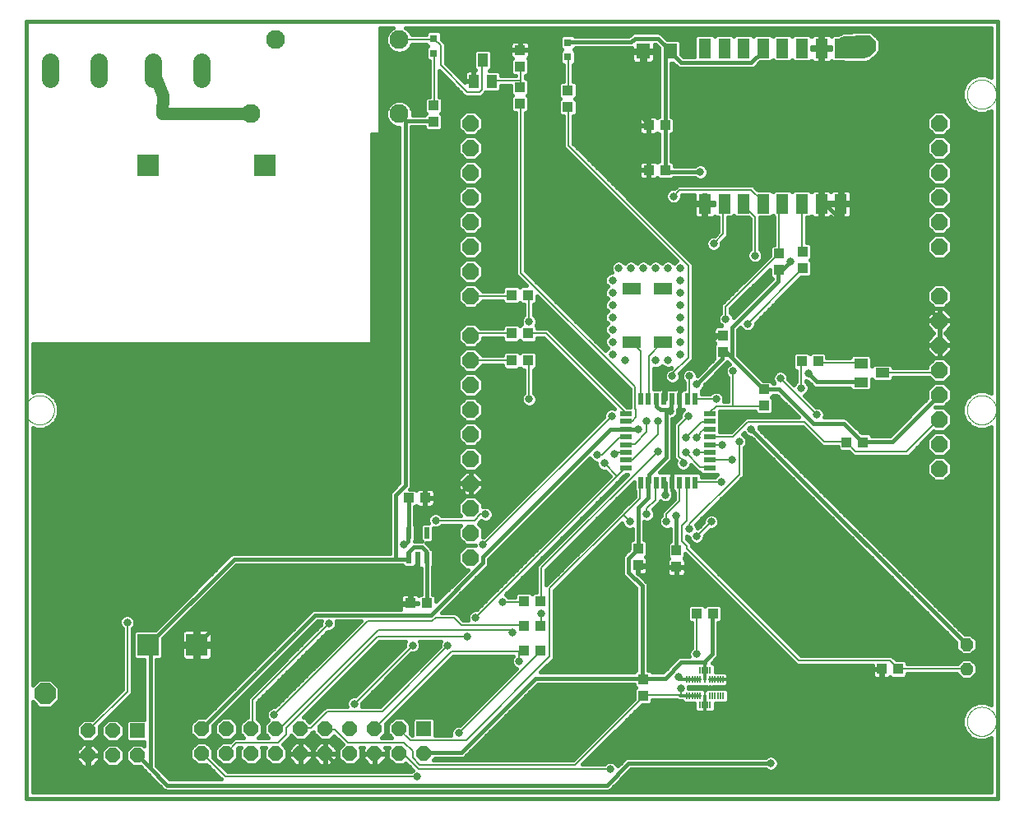
<source format=gtl>
G75*
%MOIN*%
%OFA0B0*%
%FSLAX25Y25*%
%IPPOS*%
%LPD*%
%AMOC8*
5,1,8,0,0,1.08239X$1,22.5*
%
%ADD10C,0.01600*%
%ADD11C,0.00000*%
%ADD12R,0.05512X0.06299*%
%ADD13R,0.04331X0.03937*%
%ADD14R,0.02165X0.04724*%
%ADD15R,0.03937X0.04331*%
%ADD16R,0.07480X0.05118*%
%ADD17R,0.03150X0.03150*%
%ADD18R,0.05118X0.07874*%
%ADD19OC8,0.08500*%
%ADD20C,0.07050*%
%ADD21R,0.06000X0.06000*%
%ADD22OC8,0.06000*%
%ADD23R,0.02200X0.05000*%
%ADD24R,0.05000X0.02200*%
%ADD25C,0.01040*%
%ADD26R,0.01121X0.02756*%
%ADD27R,0.08858X0.08858*%
%ADD28R,0.03937X0.05512*%
%ADD29R,0.05512X0.03937*%
%ADD30C,0.07677*%
%ADD31OC8,0.06600*%
%ADD32C,0.01200*%
%ADD33C,0.03169*%
%ADD34C,0.00800*%
%ADD35C,0.08600*%
%ADD36C,0.05000*%
D10*
X0001800Y0018126D02*
X0395501Y0018126D01*
X0395501Y0333087D01*
X0001800Y0333087D01*
X0001800Y0018126D01*
X0004400Y0020726D02*
X0004400Y0057253D01*
X0006877Y0054776D01*
X0011723Y0054776D01*
X0015150Y0058203D01*
X0015150Y0063049D01*
X0011723Y0066476D01*
X0006877Y0066476D01*
X0004400Y0063999D01*
X0004400Y0168391D01*
X0005582Y0167901D01*
X0008648Y0167901D01*
X0011480Y0169074D01*
X0013647Y0171241D01*
X0014820Y0174074D01*
X0014820Y0177139D01*
X0013647Y0179971D01*
X0011480Y0182139D01*
X0008648Y0183312D01*
X0005582Y0183312D01*
X0004400Y0182822D01*
X0004400Y0202326D01*
X0141206Y0202326D01*
X0141675Y0202795D01*
X0141675Y0287326D01*
X0144631Y0287326D01*
X0145100Y0287795D01*
X0145100Y0330487D01*
X0150465Y0330487D01*
X0149861Y0330237D01*
X0148331Y0328707D01*
X0147503Y0326708D01*
X0147503Y0324544D01*
X0148331Y0322545D01*
X0149861Y0321015D01*
X0151860Y0320187D01*
X0154024Y0320187D01*
X0156022Y0321015D01*
X0157552Y0322545D01*
X0158033Y0323705D01*
X0163762Y0323705D01*
X0164340Y0323126D01*
X0163625Y0322411D01*
X0163625Y0317936D01*
X0164562Y0316998D01*
X0165154Y0316998D01*
X0165154Y0302541D01*
X0163972Y0302541D01*
X0163035Y0301604D01*
X0163035Y0296341D01*
X0163750Y0295626D01*
X0163256Y0295132D01*
X0158380Y0295132D01*
X0158380Y0296708D01*
X0157552Y0298707D01*
X0156022Y0300237D01*
X0154024Y0301065D01*
X0151860Y0301065D01*
X0149861Y0300237D01*
X0148331Y0298707D01*
X0147503Y0296708D01*
X0147503Y0294544D01*
X0148331Y0292545D01*
X0149861Y0291015D01*
X0151860Y0290187D01*
X0152943Y0290187D01*
X0152943Y0146089D01*
X0150047Y0143192D01*
X0149372Y0142517D01*
X0149006Y0141635D01*
X0149006Y0117475D01*
X0085476Y0117475D01*
X0084594Y0117109D01*
X0053963Y0086478D01*
X0046118Y0086478D01*
X0045180Y0085541D01*
X0045180Y0075357D01*
X0046118Y0074420D01*
X0049597Y0074420D01*
X0049597Y0050226D01*
X0043137Y0050226D01*
X0042200Y0049289D01*
X0042200Y0041963D01*
X0043137Y0041026D01*
X0049597Y0041026D01*
X0049597Y0039334D01*
X0048705Y0040226D01*
X0044895Y0040226D01*
X0042200Y0037531D01*
X0042200Y0033721D01*
X0044895Y0031026D01*
X0048006Y0031026D01*
X0049470Y0029562D01*
X0057527Y0021505D01*
X0058409Y0021139D01*
X0237514Y0021139D01*
X0238396Y0021505D01*
X0239071Y0022180D01*
X0246889Y0029998D01*
X0301370Y0029998D01*
X0301669Y0029698D01*
X0302840Y0029213D01*
X0304107Y0029213D01*
X0305277Y0029698D01*
X0306173Y0030594D01*
X0306657Y0031764D01*
X0306657Y0033031D01*
X0306173Y0034201D01*
X0305277Y0035097D01*
X0304107Y0035582D01*
X0302840Y0035582D01*
X0301669Y0035097D01*
X0301370Y0034798D01*
X0245417Y0034798D01*
X0244535Y0034432D01*
X0241397Y0031294D01*
X0241212Y0031741D01*
X0240316Y0032636D01*
X0239146Y0033121D01*
X0237879Y0033121D01*
X0236709Y0032636D01*
X0236009Y0031937D01*
X0227101Y0031937D01*
X0251375Y0056211D01*
X0254628Y0056211D01*
X0255565Y0057148D01*
X0255565Y0057957D01*
X0265610Y0057957D01*
X0265889Y0057678D01*
X0267467Y0057678D01*
X0268243Y0056902D01*
X0271465Y0056902D01*
X0271467Y0056899D01*
X0272483Y0056899D01*
X0272483Y0054006D01*
X0273420Y0053069D01*
X0276642Y0053069D01*
X0276644Y0053067D01*
X0279091Y0053067D01*
X0280162Y0053067D01*
X0281099Y0054004D01*
X0281099Y0056900D01*
X0281856Y0056900D01*
X0281858Y0056898D01*
X0284305Y0056898D01*
X0285376Y0056898D01*
X0286313Y0057835D01*
X0286313Y0061916D01*
X0285376Y0062854D01*
X0283241Y0062854D01*
X0283239Y0062856D01*
X0280793Y0062856D01*
X0280793Y0062856D01*
X0278189Y0062856D01*
X0278055Y0062933D01*
X0277598Y0063056D01*
X0276800Y0063056D01*
X0276800Y0062111D01*
X0276800Y0063056D01*
X0276002Y0063056D01*
X0275545Y0062933D01*
X0275411Y0062856D01*
X0273608Y0062856D01*
X0273608Y0062855D01*
X0272850Y0062855D01*
X0272848Y0062857D01*
X0270402Y0062857D01*
X0270240Y0062857D01*
X0270240Y0063383D01*
X0271476Y0063383D01*
X0271478Y0063381D01*
X0273925Y0063381D01*
X0274996Y0063381D01*
X0275011Y0063396D01*
X0277379Y0063396D01*
X0277513Y0063319D01*
X0277971Y0063196D01*
X0278768Y0063196D01*
X0278768Y0063391D01*
X0278769Y0063391D01*
X0278769Y0063196D01*
X0279566Y0063196D01*
X0280024Y0063319D01*
X0280148Y0063391D01*
X0281815Y0063391D01*
X0281818Y0063388D01*
X0284264Y0063388D01*
X0284264Y0063389D01*
X0285336Y0063389D01*
X0286273Y0064326D01*
X0286273Y0068407D01*
X0285336Y0069344D01*
X0283201Y0069344D01*
X0283199Y0069347D01*
X0281099Y0069347D01*
X0281099Y0072241D01*
X0280162Y0073178D01*
X0279734Y0073178D01*
X0281886Y0075329D01*
X0282251Y0076212D01*
X0282251Y0089361D01*
X0282778Y0089361D01*
X0283715Y0090298D01*
X0283715Y0095954D01*
X0282778Y0096891D01*
X0277515Y0096891D01*
X0276800Y0096176D01*
X0276085Y0096891D01*
X0270822Y0096891D01*
X0269885Y0095954D01*
X0269885Y0090298D01*
X0270822Y0089361D01*
X0271454Y0089361D01*
X0271454Y0079192D01*
X0270754Y0078493D01*
X0270269Y0077322D01*
X0270269Y0076056D01*
X0270440Y0075644D01*
X0266579Y0075644D01*
X0265696Y0075279D01*
X0265021Y0074604D01*
X0259664Y0069246D01*
X0255423Y0069246D01*
X0254628Y0070041D01*
X0253708Y0070041D01*
X0253708Y0104725D01*
X0253342Y0105608D01*
X0250338Y0108612D01*
X0251953Y0108612D01*
X0252411Y0108735D01*
X0252821Y0108971D01*
X0253156Y0109307D01*
X0253393Y0109717D01*
X0253516Y0110175D01*
X0253516Y0112393D01*
X0249932Y0112393D01*
X0249932Y0112761D01*
X0253516Y0112761D01*
X0253516Y0114980D01*
X0253393Y0115437D01*
X0253156Y0115848D01*
X0252939Y0116065D01*
X0253316Y0116442D01*
X0253316Y0122098D01*
X0252379Y0123035D01*
X0252231Y0123035D01*
X0252231Y0130270D01*
X0252643Y0130099D01*
X0253910Y0130099D01*
X0255080Y0130584D01*
X0255976Y0131480D01*
X0256461Y0132650D01*
X0256461Y0133917D01*
X0255976Y0135087D01*
X0255712Y0135351D01*
X0258721Y0138361D01*
X0258721Y0138591D01*
X0258855Y0138458D01*
X0260025Y0137973D01*
X0261292Y0137973D01*
X0262462Y0138458D01*
X0263358Y0139354D01*
X0263843Y0140524D01*
X0263843Y0141791D01*
X0263787Y0141926D01*
X0264564Y0141926D01*
X0264564Y0139525D01*
X0260322Y0135283D01*
X0259150Y0134112D01*
X0259150Y0132834D01*
X0258451Y0132134D01*
X0257966Y0130964D01*
X0257966Y0129697D01*
X0258451Y0128527D01*
X0259347Y0127631D01*
X0260517Y0127146D01*
X0261784Y0127146D01*
X0262687Y0127521D01*
X0262687Y0122443D01*
X0262594Y0122443D01*
X0261657Y0121505D01*
X0261657Y0115849D01*
X0262034Y0115472D01*
X0261816Y0115255D01*
X0261579Y0114844D01*
X0261457Y0114387D01*
X0261457Y0112169D01*
X0265041Y0112169D01*
X0265041Y0111800D01*
X0265409Y0111800D01*
X0265409Y0108019D01*
X0267431Y0108019D01*
X0267888Y0108142D01*
X0268299Y0108379D01*
X0268634Y0108714D01*
X0268871Y0109124D01*
X0268994Y0109582D01*
X0268994Y0111800D01*
X0265410Y0111800D01*
X0265410Y0112169D01*
X0268994Y0112169D01*
X0268994Y0114387D01*
X0268871Y0114844D01*
X0268634Y0115255D01*
X0268417Y0115472D01*
X0268794Y0115849D01*
X0268794Y0117398D01*
X0312792Y0073400D01*
X0313964Y0072228D01*
X0344685Y0072228D01*
X0344685Y0070810D01*
X0348269Y0070810D01*
X0348269Y0070442D01*
X0344685Y0070442D01*
X0344685Y0068224D01*
X0344808Y0067766D01*
X0345045Y0067355D01*
X0345380Y0067020D01*
X0345790Y0066783D01*
X0346248Y0066661D01*
X0348269Y0066661D01*
X0348269Y0070442D01*
X0348638Y0070442D01*
X0348638Y0066661D01*
X0350659Y0066661D01*
X0351117Y0066783D01*
X0351527Y0067020D01*
X0351862Y0067355D01*
X0351920Y0067456D01*
X0352515Y0066861D01*
X0357778Y0066861D01*
X0358715Y0067798D01*
X0358715Y0068783D01*
X0378737Y0068783D01*
X0381045Y0066476D01*
X0384524Y0066476D01*
X0386984Y0068937D01*
X0386984Y0072416D01*
X0384524Y0074876D01*
X0381045Y0074876D01*
X0378952Y0072783D01*
X0358715Y0072783D01*
X0358715Y0073454D01*
X0357778Y0074391D01*
X0354367Y0074391D01*
X0352530Y0076228D01*
X0315621Y0076228D01*
X0271517Y0120332D01*
X0271517Y0121317D01*
X0270345Y0122488D01*
X0269548Y0123285D01*
X0269548Y0124326D01*
X0269867Y0124194D01*
X0270269Y0124194D01*
X0270269Y0123792D01*
X0270754Y0122621D01*
X0271650Y0121726D01*
X0272820Y0121241D01*
X0274087Y0121241D01*
X0275257Y0121726D01*
X0276153Y0122621D01*
X0276638Y0123792D01*
X0276638Y0124781D01*
X0279003Y0127146D01*
X0279992Y0127146D01*
X0281163Y0127631D01*
X0282059Y0128527D01*
X0282543Y0129697D01*
X0282543Y0130964D01*
X0282059Y0132134D01*
X0281163Y0133030D01*
X0279992Y0133515D01*
X0278726Y0133515D01*
X0277555Y0133030D01*
X0276660Y0132134D01*
X0276175Y0130964D01*
X0276175Y0129975D01*
X0273809Y0127609D01*
X0273685Y0127609D01*
X0273685Y0128011D01*
X0273200Y0129182D01*
X0273182Y0129200D01*
X0291506Y0147524D01*
X0292678Y0148695D01*
X0292678Y0160308D01*
X0293377Y0161007D01*
X0293862Y0162178D01*
X0293862Y0163444D01*
X0293377Y0164615D01*
X0292482Y0165510D01*
X0291983Y0165717D01*
X0292693Y0166427D01*
X0292900Y0165929D01*
X0293795Y0165033D01*
X0294966Y0164548D01*
X0295389Y0164548D01*
X0378584Y0081353D01*
X0378584Y0078836D01*
X0381045Y0076376D01*
X0384524Y0076376D01*
X0386984Y0078836D01*
X0386984Y0082315D01*
X0384524Y0084776D01*
X0381950Y0084776D01*
X0298783Y0167942D01*
X0298783Y0168366D01*
X0298651Y0168685D01*
X0316424Y0168685D01*
X0323127Y0161983D01*
X0324298Y0160811D01*
X0330622Y0160811D01*
X0330622Y0159664D01*
X0331559Y0158727D01*
X0335241Y0158727D01*
X0335922Y0158046D01*
X0337094Y0156874D01*
X0359420Y0156874D01*
X0369602Y0167056D01*
X0369770Y0166887D01*
X0373830Y0166887D01*
X0376700Y0169758D01*
X0376700Y0173817D01*
X0373830Y0176687D01*
X0369956Y0176687D01*
X0370156Y0176887D01*
X0373830Y0176887D01*
X0376700Y0179758D01*
X0376700Y0183817D01*
X0373830Y0186687D01*
X0369770Y0186687D01*
X0366900Y0183817D01*
X0366900Y0180419D01*
X0351692Y0165211D01*
X0344452Y0165211D01*
X0344452Y0165320D01*
X0343514Y0166257D01*
X0340331Y0166257D01*
X0335035Y0171552D01*
X0334360Y0172228D01*
X0333478Y0172593D01*
X0325188Y0172593D01*
X0325358Y0173004D01*
X0325358Y0174271D01*
X0324873Y0175442D01*
X0323978Y0176337D01*
X0322807Y0176822D01*
X0321818Y0176822D01*
X0317082Y0181559D01*
X0317580Y0181765D01*
X0318476Y0182661D01*
X0318961Y0183831D01*
X0318961Y0185098D01*
X0318476Y0186268D01*
X0317776Y0186968D01*
X0317776Y0187318D01*
X0318096Y0187186D01*
X0318519Y0187186D01*
X0320815Y0184891D01*
X0321697Y0184525D01*
X0335613Y0184525D01*
X0335613Y0184255D01*
X0336551Y0183317D01*
X0343388Y0183317D01*
X0344325Y0184255D01*
X0344325Y0187944D01*
X0345212Y0187057D01*
X0352049Y0187057D01*
X0352987Y0187995D01*
X0352987Y0188862D01*
X0367796Y0188862D01*
X0369770Y0186887D01*
X0373830Y0186887D01*
X0376700Y0189758D01*
X0376700Y0193817D01*
X0373830Y0196687D01*
X0369770Y0196687D01*
X0366900Y0193817D01*
X0366900Y0192862D01*
X0352987Y0192862D01*
X0352987Y0193257D01*
X0352049Y0194194D01*
X0345212Y0194194D01*
X0344325Y0193308D01*
X0344325Y0196997D01*
X0343388Y0197935D01*
X0336551Y0197935D01*
X0335613Y0196997D01*
X0335613Y0196799D01*
X0326215Y0196799D01*
X0326215Y0198080D01*
X0325278Y0199017D01*
X0320015Y0199017D01*
X0319300Y0198302D01*
X0318585Y0199017D01*
X0313322Y0199017D01*
X0312385Y0198080D01*
X0312385Y0192424D01*
X0313322Y0191487D01*
X0313776Y0191487D01*
X0313776Y0186968D01*
X0313077Y0186268D01*
X0312870Y0185770D01*
X0310594Y0188046D01*
X0310594Y0189035D01*
X0310110Y0190205D01*
X0309214Y0191101D01*
X0308044Y0191586D01*
X0306777Y0191586D01*
X0305606Y0191101D01*
X0304711Y0190205D01*
X0304226Y0189035D01*
X0304226Y0187768D01*
X0304711Y0186598D01*
X0304936Y0186372D01*
X0304542Y0186372D01*
X0304542Y0186604D01*
X0303604Y0187541D01*
X0300346Y0187541D01*
X0290125Y0197762D01*
X0290125Y0208077D01*
X0291238Y0209190D01*
X0291423Y0208744D01*
X0292319Y0207848D01*
X0293489Y0207363D01*
X0294756Y0207363D01*
X0295927Y0207848D01*
X0296822Y0208744D01*
X0297307Y0209914D01*
X0297307Y0210903D01*
X0315852Y0229448D01*
X0319193Y0229448D01*
X0320131Y0230385D01*
X0320131Y0235647D01*
X0319416Y0236363D01*
X0320131Y0237078D01*
X0320131Y0242340D01*
X0319193Y0243277D01*
X0318268Y0243277D01*
X0318268Y0253593D01*
X0319333Y0253593D01*
X0319928Y0254188D01*
X0319986Y0254088D01*
X0320321Y0253753D01*
X0320731Y0253516D01*
X0321189Y0253393D01*
X0323505Y0253393D01*
X0323505Y0258650D01*
X0324465Y0258650D01*
X0324465Y0259609D01*
X0331379Y0259609D01*
X0331379Y0258650D01*
X0327500Y0258650D01*
X0324465Y0258650D01*
X0324465Y0253393D01*
X0326781Y0253393D01*
X0327239Y0253516D01*
X0327649Y0253753D01*
X0327922Y0254025D01*
X0328195Y0253753D01*
X0328605Y0253516D01*
X0329063Y0253393D01*
X0331380Y0253393D01*
X0331380Y0258650D01*
X0332339Y0258650D01*
X0332339Y0259609D01*
X0336218Y0259609D01*
X0336218Y0263304D01*
X0336095Y0263762D01*
X0335858Y0264172D01*
X0335523Y0264507D01*
X0335113Y0264744D01*
X0334655Y0264867D01*
X0332339Y0264867D01*
X0332339Y0259610D01*
X0331380Y0259610D01*
X0331380Y0264867D01*
X0329063Y0264867D01*
X0328605Y0264744D01*
X0328195Y0264507D01*
X0327922Y0264235D01*
X0327649Y0264507D01*
X0327239Y0264744D01*
X0326781Y0264867D01*
X0324465Y0264867D01*
X0324465Y0259610D01*
X0323505Y0259610D01*
X0323505Y0264867D01*
X0321189Y0264867D01*
X0320731Y0264744D01*
X0320321Y0264507D01*
X0319986Y0264172D01*
X0319928Y0264072D01*
X0319333Y0264667D01*
X0312889Y0264667D01*
X0312174Y0263952D01*
X0311459Y0264667D01*
X0305015Y0264667D01*
X0304300Y0263952D01*
X0303585Y0264667D01*
X0298442Y0264667D01*
X0297599Y0265510D01*
X0296428Y0266681D01*
X0265735Y0266681D01*
X0264459Y0265405D01*
X0263470Y0265405D01*
X0262299Y0264920D01*
X0261404Y0264024D01*
X0260919Y0262854D01*
X0260919Y0261587D01*
X0261404Y0260417D01*
X0262299Y0259521D01*
X0263470Y0259036D01*
X0264737Y0259036D01*
X0265907Y0259521D01*
X0266803Y0260417D01*
X0267287Y0261587D01*
X0267287Y0262576D01*
X0267392Y0262681D01*
X0272382Y0262681D01*
X0272382Y0259609D01*
X0276261Y0259609D01*
X0276261Y0258650D01*
X0277220Y0258650D01*
X0277220Y0253393D01*
X0279537Y0253393D01*
X0279995Y0253516D01*
X0280405Y0253753D01*
X0280740Y0254088D01*
X0280798Y0254188D01*
X0281393Y0253593D01*
X0282280Y0253593D01*
X0282280Y0247793D01*
X0280699Y0246212D01*
X0279710Y0246212D01*
X0278540Y0245727D01*
X0277644Y0244831D01*
X0277159Y0243661D01*
X0277159Y0242394D01*
X0277644Y0241224D01*
X0278540Y0240328D01*
X0279710Y0239843D01*
X0280977Y0239843D01*
X0282147Y0240328D01*
X0283043Y0241224D01*
X0283528Y0242394D01*
X0283528Y0243383D01*
X0286280Y0246136D01*
X0286280Y0253593D01*
X0287837Y0253593D01*
X0288552Y0254308D01*
X0289267Y0253593D01*
X0294509Y0253593D01*
X0295076Y0253026D01*
X0295076Y0240610D01*
X0294376Y0239910D01*
X0293891Y0238740D01*
X0293891Y0237473D01*
X0294376Y0236303D01*
X0295272Y0235407D01*
X0296442Y0234922D01*
X0297709Y0234922D01*
X0298879Y0235407D01*
X0299775Y0236303D01*
X0300260Y0237473D01*
X0300260Y0238740D01*
X0299775Y0239910D01*
X0299076Y0240610D01*
X0299076Y0253593D01*
X0303585Y0253593D01*
X0304300Y0254308D01*
X0304918Y0253690D01*
X0304918Y0242541D01*
X0303972Y0242541D01*
X0303035Y0241604D01*
X0303035Y0238036D01*
X0283265Y0218265D01*
X0283265Y0215019D01*
X0282565Y0214319D01*
X0282080Y0213149D01*
X0282080Y0211882D01*
X0282565Y0210712D01*
X0283461Y0209816D01*
X0283463Y0209815D01*
X0281833Y0209815D01*
X0281375Y0209693D01*
X0280965Y0209456D01*
X0280630Y0209121D01*
X0280393Y0208710D01*
X0280270Y0208252D01*
X0280270Y0206034D01*
X0283854Y0206034D01*
X0283854Y0205666D01*
X0280270Y0205666D01*
X0280270Y0203448D01*
X0280393Y0202990D01*
X0280630Y0202580D01*
X0280847Y0202362D01*
X0280470Y0201985D01*
X0280470Y0196351D01*
X0273685Y0189567D01*
X0273685Y0190019D01*
X0273200Y0191190D01*
X0272305Y0192085D01*
X0271134Y0192570D01*
X0269867Y0192570D01*
X0268697Y0192085D01*
X0267801Y0191190D01*
X0267317Y0190019D01*
X0267317Y0188752D01*
X0267801Y0187582D01*
X0268501Y0186883D01*
X0268501Y0184126D01*
X0268453Y0184126D01*
X0268319Y0184203D01*
X0267861Y0184326D01*
X0266524Y0184326D01*
X0265187Y0184326D01*
X0264730Y0184203D01*
X0264596Y0184126D01*
X0262154Y0184126D01*
X0262020Y0184203D01*
X0261562Y0184326D01*
X0260225Y0184326D01*
X0258888Y0184326D01*
X0258430Y0184203D01*
X0258296Y0184126D01*
X0256064Y0184126D01*
X0256064Y0192514D01*
X0256285Y0192422D01*
X0257552Y0192422D01*
X0258722Y0192907D01*
X0259369Y0193554D01*
X0259996Y0192927D01*
X0261167Y0192442D01*
X0262433Y0192442D01*
X0263152Y0192739D01*
X0262983Y0192570D01*
X0262978Y0192570D01*
X0261807Y0192085D01*
X0260912Y0191190D01*
X0260427Y0190019D01*
X0260427Y0188752D01*
X0260912Y0187582D01*
X0261807Y0186686D01*
X0262978Y0186202D01*
X0264244Y0186202D01*
X0265415Y0186686D01*
X0266310Y0187582D01*
X0266795Y0188752D01*
X0266795Y0190019D01*
X0266588Y0190519D01*
X0272009Y0195939D01*
X0272009Y0234998D01*
X0270837Y0236169D01*
X0223288Y0283718D01*
X0223288Y0294865D01*
X0224057Y0294865D01*
X0224994Y0295802D01*
X0224994Y0301065D01*
X0224279Y0301780D01*
X0224994Y0302495D01*
X0224994Y0307758D01*
X0224057Y0308695D01*
X0223288Y0308695D01*
X0223288Y0315483D01*
X0223467Y0315483D01*
X0224404Y0316420D01*
X0224404Y0320895D01*
X0223689Y0321610D01*
X0224399Y0322320D01*
X0247188Y0322320D01*
X0247188Y0321550D01*
X0251166Y0321550D01*
X0251166Y0320394D01*
X0247188Y0320394D01*
X0247188Y0317585D01*
X0247311Y0317127D01*
X0247548Y0316717D01*
X0247883Y0316382D01*
X0248294Y0316145D01*
X0248751Y0316022D01*
X0251166Y0316022D01*
X0251166Y0320394D01*
X0252322Y0320394D01*
X0252322Y0321550D01*
X0256300Y0321550D01*
X0256300Y0323797D01*
X0256711Y0323797D01*
X0258232Y0322277D01*
X0258213Y0322160D01*
X0258258Y0321974D01*
X0258258Y0294540D01*
X0257857Y0294540D01*
X0257480Y0294163D01*
X0257262Y0294380D01*
X0256852Y0294617D01*
X0256394Y0294740D01*
X0254176Y0294740D01*
X0254176Y0291156D01*
X0253807Y0291156D01*
X0253807Y0290787D01*
X0250026Y0290787D01*
X0250026Y0288766D01*
X0250149Y0288308D01*
X0250386Y0287898D01*
X0250721Y0287563D01*
X0251132Y0287326D01*
X0251589Y0287203D01*
X0253807Y0287203D01*
X0253807Y0290787D01*
X0254176Y0290787D01*
X0254176Y0287203D01*
X0256394Y0287203D01*
X0256852Y0287326D01*
X0257262Y0287563D01*
X0257480Y0287780D01*
X0257857Y0287403D01*
X0258258Y0287403D01*
X0258258Y0276349D01*
X0257891Y0276349D01*
X0257514Y0275972D01*
X0257297Y0276189D01*
X0256887Y0276426D01*
X0256429Y0276549D01*
X0254211Y0276549D01*
X0254211Y0272965D01*
X0253842Y0272965D01*
X0253842Y0276549D01*
X0251624Y0276549D01*
X0251166Y0276426D01*
X0250756Y0276189D01*
X0250421Y0275854D01*
X0250184Y0275444D01*
X0250061Y0274986D01*
X0250061Y0272965D01*
X0253842Y0272965D01*
X0253842Y0272596D01*
X0250061Y0272596D01*
X0250061Y0270575D01*
X0250184Y0270117D01*
X0250421Y0269707D01*
X0250756Y0269372D01*
X0251166Y0269135D01*
X0251624Y0269012D01*
X0253842Y0269012D01*
X0253842Y0272596D01*
X0254211Y0272596D01*
X0254211Y0269012D01*
X0256429Y0269012D01*
X0256887Y0269135D01*
X0257297Y0269372D01*
X0257514Y0269589D01*
X0257891Y0269212D01*
X0263548Y0269212D01*
X0263999Y0269663D01*
X0272827Y0269663D01*
X0273126Y0269364D01*
X0274297Y0268879D01*
X0275563Y0268879D01*
X0276734Y0269364D01*
X0277629Y0270259D01*
X0278114Y0271430D01*
X0278114Y0272696D01*
X0277629Y0273867D01*
X0276734Y0274762D01*
X0275563Y0275247D01*
X0274297Y0275247D01*
X0273126Y0274762D01*
X0272827Y0274463D01*
X0264485Y0274463D01*
X0264485Y0275412D01*
X0263548Y0276349D01*
X0263058Y0276349D01*
X0263058Y0287403D01*
X0263513Y0287403D01*
X0264450Y0288340D01*
X0264450Y0293603D01*
X0263513Y0294540D01*
X0263058Y0294540D01*
X0263058Y0316222D01*
X0263794Y0316222D01*
X0265696Y0314320D01*
X0266579Y0313954D01*
X0296077Y0313954D01*
X0296959Y0314320D01*
X0297634Y0314995D01*
X0299224Y0316585D01*
X0303585Y0316585D01*
X0304300Y0317300D01*
X0305015Y0316585D01*
X0311459Y0316585D01*
X0312174Y0317300D01*
X0312889Y0316585D01*
X0319333Y0316585D01*
X0319928Y0317180D01*
X0319986Y0317080D01*
X0320321Y0316745D01*
X0320731Y0316508D01*
X0321189Y0316385D01*
X0323505Y0316385D01*
X0323505Y0321642D01*
X0320270Y0321642D01*
X0320270Y0322602D01*
X0323505Y0322602D01*
X0323505Y0321642D01*
X0324465Y0321642D01*
X0324465Y0322602D01*
X0327700Y0322602D01*
X0327700Y0321642D01*
X0324465Y0321642D01*
X0324465Y0316385D01*
X0326781Y0316385D01*
X0327239Y0316508D01*
X0327649Y0316745D01*
X0327984Y0317080D01*
X0328042Y0317180D01*
X0328637Y0316585D01*
X0332799Y0316585D01*
X0333343Y0316360D01*
X0340668Y0316360D01*
X0341632Y0316292D01*
X0341835Y0316360D01*
X0342048Y0316360D01*
X0342942Y0316730D01*
X0343858Y0317036D01*
X0344020Y0317176D01*
X0344217Y0317258D01*
X0344900Y0317942D01*
X0345209Y0318209D01*
X0345374Y0318287D01*
X0346785Y0319838D01*
X0347650Y0320703D01*
X0347650Y0321957D01*
X0347749Y0322232D01*
X0347650Y0324326D01*
X0347650Y0325549D01*
X0346763Y0326436D01*
X0346639Y0326700D01*
X0345088Y0328111D01*
X0344223Y0328976D01*
X0342969Y0328976D01*
X0342694Y0329075D01*
X0340600Y0328976D01*
X0339377Y0328976D01*
X0339316Y0328915D01*
X0333935Y0328662D01*
X0333110Y0328720D01*
X0332772Y0328607D01*
X0332417Y0328590D01*
X0331668Y0328238D01*
X0330883Y0327976D01*
X0330615Y0327742D01*
X0330438Y0327659D01*
X0328637Y0327659D01*
X0328042Y0327064D01*
X0327984Y0327164D01*
X0327649Y0327499D01*
X0327239Y0327736D01*
X0326781Y0327859D01*
X0324465Y0327859D01*
X0324465Y0322602D01*
X0323505Y0322602D01*
X0323505Y0327859D01*
X0321189Y0327859D01*
X0320731Y0327736D01*
X0320321Y0327499D01*
X0319986Y0327164D01*
X0319928Y0327064D01*
X0319333Y0327659D01*
X0312889Y0327659D01*
X0312174Y0326944D01*
X0311459Y0327659D01*
X0305015Y0327659D01*
X0304300Y0326944D01*
X0303585Y0327659D01*
X0297141Y0327659D01*
X0296426Y0326944D01*
X0295711Y0327659D01*
X0289267Y0327659D01*
X0288552Y0326944D01*
X0287837Y0327659D01*
X0281393Y0327659D01*
X0280678Y0326944D01*
X0279963Y0327659D01*
X0273519Y0327659D01*
X0272582Y0326722D01*
X0272582Y0318754D01*
X0268050Y0318754D01*
X0267124Y0319681D01*
X0267124Y0324784D01*
X0266186Y0325721D01*
X0261575Y0325721D01*
X0259065Y0328231D01*
X0258183Y0328597D01*
X0247878Y0328597D01*
X0246996Y0328231D01*
X0246320Y0327556D01*
X0245885Y0327120D01*
X0224084Y0327120D01*
X0223467Y0327738D01*
X0218992Y0327738D01*
X0218054Y0326801D01*
X0218054Y0322325D01*
X0218770Y0321610D01*
X0218054Y0320895D01*
X0218054Y0316420D01*
X0218992Y0315483D01*
X0219288Y0315483D01*
X0219288Y0308695D01*
X0218401Y0308695D01*
X0217464Y0307758D01*
X0217464Y0302495D01*
X0218179Y0301780D01*
X0217464Y0301065D01*
X0217464Y0295802D01*
X0218401Y0294865D01*
X0219288Y0294865D01*
X0219288Y0282061D01*
X0265369Y0235980D01*
X0264996Y0235825D01*
X0264300Y0235129D01*
X0263604Y0235825D01*
X0262433Y0236310D01*
X0261167Y0236310D01*
X0259996Y0235825D01*
X0259300Y0235129D01*
X0258604Y0235825D01*
X0257433Y0236310D01*
X0256167Y0236310D01*
X0254996Y0235825D01*
X0254300Y0235129D01*
X0253604Y0235825D01*
X0252433Y0236310D01*
X0251167Y0236310D01*
X0249996Y0235825D01*
X0249300Y0235129D01*
X0248604Y0235825D01*
X0247433Y0236310D01*
X0246167Y0236310D01*
X0244996Y0235825D01*
X0244300Y0235129D01*
X0243604Y0235825D01*
X0242433Y0236310D01*
X0241167Y0236310D01*
X0239996Y0235825D01*
X0239101Y0234930D01*
X0238616Y0233759D01*
X0238616Y0232493D01*
X0239101Y0231322D01*
X0239113Y0231310D01*
X0238667Y0231310D01*
X0237496Y0230825D01*
X0236601Y0229930D01*
X0236116Y0228759D01*
X0236116Y0227493D01*
X0236601Y0226322D01*
X0237297Y0225626D01*
X0236601Y0224930D01*
X0236116Y0223759D01*
X0236116Y0222493D01*
X0236601Y0221322D01*
X0237297Y0220626D01*
X0236601Y0219930D01*
X0236116Y0218759D01*
X0236116Y0217493D01*
X0236601Y0216322D01*
X0237297Y0215626D01*
X0236601Y0214930D01*
X0236116Y0213759D01*
X0236116Y0212493D01*
X0236601Y0211322D01*
X0237297Y0210626D01*
X0236601Y0209930D01*
X0236116Y0208759D01*
X0236116Y0207493D01*
X0236601Y0206322D01*
X0237297Y0205626D01*
X0236601Y0204930D01*
X0236116Y0203759D01*
X0236116Y0202493D01*
X0236601Y0201322D01*
X0237297Y0200626D01*
X0236601Y0199930D01*
X0236486Y0199654D01*
X0204095Y0232045D01*
X0204095Y0296211D01*
X0204628Y0296211D01*
X0205565Y0297148D01*
X0205565Y0302411D01*
X0204850Y0303126D01*
X0205565Y0303841D01*
X0205565Y0309104D01*
X0204628Y0310041D01*
X0204095Y0310041D01*
X0204095Y0311211D01*
X0204628Y0311211D01*
X0205565Y0312148D01*
X0205565Y0317411D01*
X0204970Y0318006D01*
X0205071Y0318064D01*
X0205406Y0318399D01*
X0205643Y0318809D01*
X0205765Y0319267D01*
X0205765Y0321288D01*
X0201984Y0321288D01*
X0201984Y0321657D01*
X0201616Y0321657D01*
X0201616Y0325241D01*
X0199398Y0325241D01*
X0198940Y0325118D01*
X0198529Y0324881D01*
X0198194Y0324546D01*
X0197957Y0324136D01*
X0197835Y0323678D01*
X0197835Y0321657D01*
X0201616Y0321657D01*
X0201616Y0321288D01*
X0197835Y0321288D01*
X0197835Y0319267D01*
X0197957Y0318809D01*
X0198194Y0318399D01*
X0198529Y0318064D01*
X0198630Y0318006D01*
X0198035Y0317411D01*
X0198035Y0312148D01*
X0198972Y0311211D01*
X0200095Y0311211D01*
X0200095Y0310972D01*
X0194109Y0310972D01*
X0194109Y0312214D01*
X0193171Y0313151D01*
X0189482Y0313151D01*
X0190368Y0314038D01*
X0190368Y0320875D01*
X0189431Y0321813D01*
X0184169Y0321813D01*
X0183231Y0320875D01*
X0183231Y0314038D01*
X0183918Y0313351D01*
X0183244Y0313351D01*
X0183244Y0308980D01*
X0182876Y0308980D01*
X0182876Y0313351D01*
X0180854Y0313351D01*
X0180397Y0313229D01*
X0179986Y0312992D01*
X0179651Y0312656D01*
X0179414Y0312246D01*
X0179291Y0311788D01*
X0179291Y0308980D01*
X0182876Y0308980D01*
X0182876Y0308611D01*
X0179291Y0308611D01*
X0179291Y0308522D01*
X0171615Y0316198D01*
X0171615Y0324073D01*
X0169975Y0325713D01*
X0169975Y0328316D01*
X0169038Y0329254D01*
X0164562Y0329254D01*
X0163625Y0328316D01*
X0163625Y0327705D01*
X0157967Y0327705D01*
X0157552Y0328707D01*
X0156022Y0330237D01*
X0155419Y0330487D01*
X0392901Y0330487D01*
X0392901Y0310261D01*
X0390478Y0311265D01*
X0387413Y0311265D01*
X0384581Y0310091D01*
X0382413Y0307924D01*
X0381240Y0305092D01*
X0381240Y0302026D01*
X0382413Y0299194D01*
X0384581Y0297027D01*
X0387413Y0295854D01*
X0390478Y0295854D01*
X0392901Y0296857D01*
X0392901Y0182308D01*
X0390478Y0183312D01*
X0387413Y0183312D01*
X0384581Y0182139D01*
X0382413Y0179971D01*
X0381240Y0177139D01*
X0381240Y0174074D01*
X0382413Y0171241D01*
X0384581Y0169074D01*
X0387413Y0167901D01*
X0390478Y0167901D01*
X0392901Y0168904D01*
X0392901Y0056049D01*
X0390478Y0057052D01*
X0387413Y0057052D01*
X0384581Y0055879D01*
X0382413Y0053711D01*
X0381240Y0050879D01*
X0381240Y0047814D01*
X0382413Y0044982D01*
X0384581Y0042814D01*
X0387413Y0041641D01*
X0390478Y0041641D01*
X0392901Y0042644D01*
X0392901Y0020726D01*
X0004400Y0020726D01*
X0004400Y0021323D02*
X0057966Y0021323D01*
X0058887Y0023539D02*
X0051505Y0030921D01*
X0051997Y0031413D01*
X0051997Y0080134D01*
X0051209Y0080449D01*
X0051505Y0080626D01*
X0085954Y0115075D01*
X0151406Y0115075D01*
X0151406Y0141157D01*
X0155343Y0145094D01*
X0155343Y0292240D01*
X0155835Y0292732D01*
X0152942Y0295626D01*
X0155835Y0292732D02*
X0166662Y0292732D01*
X0166800Y0292280D01*
X0170565Y0293070D02*
X0176900Y0293070D01*
X0176900Y0293817D02*
X0176900Y0289758D01*
X0179770Y0286887D01*
X0183830Y0286887D01*
X0186700Y0289758D01*
X0186700Y0293817D01*
X0183830Y0296687D01*
X0179770Y0296687D01*
X0176900Y0293817D01*
X0177751Y0294668D02*
X0170565Y0294668D01*
X0170565Y0294911D02*
X0169850Y0295626D01*
X0170565Y0296341D01*
X0170565Y0301604D01*
X0169628Y0302541D01*
X0169154Y0302541D01*
X0169154Y0313002D01*
X0179613Y0302543D01*
X0186191Y0302543D01*
X0187363Y0303715D01*
X0188087Y0304439D01*
X0193171Y0304439D01*
X0194109Y0305377D01*
X0194109Y0306972D01*
X0198035Y0306972D01*
X0198035Y0303841D01*
X0198750Y0303126D01*
X0198035Y0302411D01*
X0198035Y0297148D01*
X0198972Y0296211D01*
X0200095Y0296211D01*
X0200095Y0230388D01*
X0204517Y0225966D01*
X0202515Y0225966D01*
X0201800Y0225251D01*
X0201085Y0225966D01*
X0195822Y0225966D01*
X0194885Y0225029D01*
X0194885Y0223866D01*
X0186651Y0223866D01*
X0183830Y0226687D01*
X0179770Y0226687D01*
X0176900Y0223817D01*
X0176900Y0219758D01*
X0179770Y0216887D01*
X0183830Y0216887D01*
X0186700Y0219758D01*
X0186700Y0219866D01*
X0194885Y0219866D01*
X0194885Y0219373D01*
X0195822Y0218435D01*
X0201085Y0218435D01*
X0201800Y0219151D01*
X0202515Y0218435D01*
X0203540Y0218435D01*
X0203540Y0214035D01*
X0202841Y0213335D01*
X0202356Y0212165D01*
X0202356Y0210898D01*
X0202556Y0210415D01*
X0202515Y0210415D01*
X0201800Y0209700D01*
X0201085Y0210415D01*
X0195822Y0210415D01*
X0194885Y0209478D01*
X0194885Y0208610D01*
X0185907Y0208610D01*
X0183830Y0210687D01*
X0179770Y0210687D01*
X0176900Y0207817D01*
X0176900Y0203758D01*
X0179770Y0200887D01*
X0183830Y0200887D01*
X0186700Y0203758D01*
X0186700Y0204610D01*
X0194885Y0204610D01*
X0194885Y0203822D01*
X0195822Y0202884D01*
X0201085Y0202884D01*
X0201800Y0203599D01*
X0202515Y0202884D01*
X0207778Y0202884D01*
X0208715Y0203822D01*
X0208715Y0204610D01*
X0211601Y0204610D01*
X0240054Y0176158D01*
X0239638Y0176330D01*
X0238371Y0176330D01*
X0237201Y0175845D01*
X0236305Y0174949D01*
X0235820Y0173779D01*
X0235820Y0172790D01*
X0187195Y0124165D01*
X0186700Y0124165D01*
X0186700Y0127817D01*
X0184959Y0129558D01*
X0185394Y0129994D01*
X0186002Y0130602D01*
X0186020Y0130584D01*
X0187190Y0130099D01*
X0188457Y0130099D01*
X0189627Y0130584D01*
X0190523Y0131480D01*
X0191008Y0132650D01*
X0191008Y0133917D01*
X0190523Y0135087D01*
X0189627Y0135983D01*
X0188457Y0136468D01*
X0187190Y0136468D01*
X0186700Y0136265D01*
X0186700Y0137817D01*
X0183830Y0140687D01*
X0179770Y0140687D01*
X0176900Y0137817D01*
X0176900Y0133758D01*
X0177835Y0132823D01*
X0170150Y0132823D01*
X0169450Y0133522D01*
X0168280Y0134007D01*
X0167013Y0134007D01*
X0165843Y0133522D01*
X0164947Y0132627D01*
X0164462Y0131456D01*
X0164462Y0130189D01*
X0164633Y0129778D01*
X0162496Y0129778D01*
X0161559Y0128841D01*
X0161559Y0122791D01*
X0161954Y0122396D01*
X0159050Y0122396D01*
X0159444Y0122791D01*
X0159444Y0128841D01*
X0159220Y0129065D01*
X0159220Y0136374D01*
X0159554Y0136374D01*
X0159931Y0136751D01*
X0160149Y0136534D01*
X0160559Y0136297D01*
X0161017Y0136174D01*
X0163235Y0136174D01*
X0163235Y0139758D01*
X0163604Y0139758D01*
X0163604Y0140127D01*
X0167385Y0140127D01*
X0167385Y0142148D01*
X0167262Y0142606D01*
X0167025Y0143016D01*
X0166690Y0143352D01*
X0166279Y0143589D01*
X0165822Y0143711D01*
X0163604Y0143711D01*
X0163604Y0140127D01*
X0163235Y0140127D01*
X0163235Y0143711D01*
X0161017Y0143711D01*
X0160559Y0143589D01*
X0160149Y0143352D01*
X0159931Y0143134D01*
X0159554Y0143511D01*
X0157154Y0143511D01*
X0157378Y0143735D01*
X0157743Y0144617D01*
X0157743Y0290332D01*
X0163035Y0290332D01*
X0163035Y0289648D01*
X0163972Y0288711D01*
X0169628Y0288711D01*
X0170565Y0289648D01*
X0170565Y0294911D01*
X0170491Y0296267D02*
X0179350Y0296267D01*
X0179496Y0302661D02*
X0169154Y0302661D01*
X0169154Y0304260D02*
X0177897Y0304260D01*
X0176299Y0305858D02*
X0169154Y0305858D01*
X0169154Y0307457D02*
X0174700Y0307457D01*
X0173102Y0309055D02*
X0169154Y0309055D01*
X0169154Y0310654D02*
X0171503Y0310654D01*
X0169905Y0312252D02*
X0169154Y0312252D01*
X0165154Y0312252D02*
X0145100Y0312252D01*
X0145100Y0310654D02*
X0165154Y0310654D01*
X0165154Y0309055D02*
X0145100Y0309055D01*
X0145100Y0307457D02*
X0165154Y0307457D01*
X0165154Y0305858D02*
X0145100Y0305858D01*
X0145100Y0304260D02*
X0165154Y0304260D01*
X0165154Y0302661D02*
X0145100Y0302661D01*
X0145100Y0301062D02*
X0151855Y0301062D01*
X0154029Y0301062D02*
X0163035Y0301062D01*
X0163035Y0299464D02*
X0156795Y0299464D01*
X0157901Y0297865D02*
X0163035Y0297865D01*
X0163109Y0296267D02*
X0158380Y0296267D01*
X0157743Y0289873D02*
X0163035Y0289873D01*
X0157743Y0288274D02*
X0178383Y0288274D01*
X0179770Y0286687D02*
X0176900Y0283817D01*
X0176900Y0279758D01*
X0179770Y0276887D01*
X0183830Y0276887D01*
X0186700Y0279758D01*
X0186700Y0283817D01*
X0183830Y0286687D01*
X0179770Y0286687D01*
X0179759Y0286676D02*
X0157743Y0286676D01*
X0157743Y0285077D02*
X0178160Y0285077D01*
X0176900Y0283479D02*
X0157743Y0283479D01*
X0157743Y0281880D02*
X0176900Y0281880D01*
X0176900Y0280282D02*
X0157743Y0280282D01*
X0157743Y0278683D02*
X0177974Y0278683D01*
X0179573Y0277085D02*
X0157743Y0277085D01*
X0157743Y0275486D02*
X0178569Y0275486D01*
X0179770Y0276687D02*
X0176900Y0273817D01*
X0176900Y0269758D01*
X0179770Y0266887D01*
X0183830Y0266887D01*
X0186700Y0269758D01*
X0186700Y0273817D01*
X0183830Y0276687D01*
X0179770Y0276687D01*
X0176971Y0273888D02*
X0157743Y0273888D01*
X0157743Y0272289D02*
X0176900Y0272289D01*
X0176900Y0270691D02*
X0157743Y0270691D01*
X0157743Y0269092D02*
X0177565Y0269092D01*
X0179164Y0267494D02*
X0157743Y0267494D01*
X0157743Y0265895D02*
X0178978Y0265895D01*
X0179770Y0266687D02*
X0176900Y0263817D01*
X0176900Y0259758D01*
X0179770Y0256887D01*
X0183830Y0256887D01*
X0186700Y0259758D01*
X0186700Y0263817D01*
X0183830Y0266687D01*
X0179770Y0266687D01*
X0177380Y0264297D02*
X0157743Y0264297D01*
X0157743Y0262698D02*
X0176900Y0262698D01*
X0176900Y0261100D02*
X0157743Y0261100D01*
X0157743Y0259501D02*
X0177157Y0259501D01*
X0178755Y0257903D02*
X0157743Y0257903D01*
X0157743Y0256304D02*
X0179387Y0256304D01*
X0179770Y0256687D02*
X0176900Y0253817D01*
X0176900Y0249758D01*
X0179770Y0246887D01*
X0183830Y0246887D01*
X0186700Y0249758D01*
X0186700Y0253817D01*
X0183830Y0256687D01*
X0179770Y0256687D01*
X0177789Y0254706D02*
X0157743Y0254706D01*
X0157743Y0253107D02*
X0176900Y0253107D01*
X0176900Y0251509D02*
X0157743Y0251509D01*
X0157743Y0249910D02*
X0176900Y0249910D01*
X0178346Y0248312D02*
X0157743Y0248312D01*
X0157743Y0246713D02*
X0200095Y0246713D01*
X0200095Y0245115D02*
X0185402Y0245115D01*
X0186700Y0243817D02*
X0183830Y0246687D01*
X0179770Y0246687D01*
X0176900Y0243817D01*
X0176900Y0239758D01*
X0179770Y0236887D01*
X0183830Y0236887D01*
X0186700Y0239758D01*
X0186700Y0243817D01*
X0186700Y0243516D02*
X0200095Y0243516D01*
X0200095Y0241918D02*
X0186700Y0241918D01*
X0186700Y0240319D02*
X0200095Y0240319D01*
X0200095Y0238721D02*
X0185663Y0238721D01*
X0184064Y0237122D02*
X0200095Y0237122D01*
X0200095Y0235524D02*
X0184994Y0235524D01*
X0183830Y0236687D02*
X0186700Y0233817D01*
X0186700Y0229758D01*
X0183830Y0226887D01*
X0179770Y0226887D01*
X0176900Y0229758D01*
X0176900Y0233817D01*
X0179770Y0236687D01*
X0183830Y0236687D01*
X0186592Y0233925D02*
X0200095Y0233925D01*
X0200095Y0232327D02*
X0186700Y0232327D01*
X0186700Y0230728D02*
X0200095Y0230728D01*
X0201354Y0229129D02*
X0186072Y0229129D01*
X0184473Y0227531D02*
X0202952Y0227531D01*
X0202482Y0225932D02*
X0201118Y0225932D01*
X0205412Y0230728D02*
X0237399Y0230728D01*
X0236269Y0229129D02*
X0207011Y0229129D01*
X0208609Y0227531D02*
X0236116Y0227531D01*
X0236990Y0225932D02*
X0210208Y0225932D01*
X0211806Y0224334D02*
X0236354Y0224334D01*
X0236116Y0222735D02*
X0213405Y0222735D01*
X0215003Y0221137D02*
X0236786Y0221137D01*
X0236438Y0219538D02*
X0216602Y0219538D01*
X0218200Y0217940D02*
X0236116Y0217940D01*
X0236593Y0216341D02*
X0219799Y0216341D01*
X0221397Y0214743D02*
X0236523Y0214743D01*
X0236116Y0213144D02*
X0222996Y0213144D01*
X0224594Y0211546D02*
X0236508Y0211546D01*
X0236618Y0209947D02*
X0226193Y0209947D01*
X0227791Y0208349D02*
X0236116Y0208349D01*
X0236423Y0206750D02*
X0229390Y0206750D01*
X0230988Y0205152D02*
X0236823Y0205152D01*
X0236116Y0203553D02*
X0232587Y0203553D01*
X0234185Y0201955D02*
X0236339Y0201955D01*
X0235784Y0200356D02*
X0237027Y0200356D01*
X0233324Y0197159D02*
X0224709Y0197159D01*
X0223111Y0198758D02*
X0231726Y0198758D01*
X0230127Y0200356D02*
X0221512Y0200356D01*
X0219914Y0201955D02*
X0228529Y0201955D01*
X0226930Y0203553D02*
X0218315Y0203553D01*
X0216717Y0205152D02*
X0225332Y0205152D01*
X0223733Y0206750D02*
X0215118Y0206750D01*
X0213520Y0208349D02*
X0222135Y0208349D01*
X0220536Y0209947D02*
X0208331Y0209947D01*
X0208306Y0209887D02*
X0208724Y0210898D01*
X0208724Y0212165D01*
X0208240Y0213335D01*
X0207540Y0214035D01*
X0207540Y0218435D01*
X0207778Y0218435D01*
X0208715Y0219373D01*
X0208715Y0221768D01*
X0246355Y0184128D01*
X0246355Y0176850D01*
X0245019Y0176850D01*
X0213258Y0208610D01*
X0208715Y0208610D01*
X0208715Y0209478D01*
X0208306Y0209887D01*
X0208724Y0211546D02*
X0218938Y0211546D01*
X0217339Y0213144D02*
X0208319Y0213144D01*
X0207540Y0214743D02*
X0215741Y0214743D01*
X0214142Y0216341D02*
X0207540Y0216341D01*
X0207540Y0217940D02*
X0212543Y0217940D01*
X0210945Y0219538D02*
X0208715Y0219538D01*
X0208715Y0221137D02*
X0209346Y0221137D01*
X0203540Y0217940D02*
X0184882Y0217940D01*
X0186481Y0219538D02*
X0194885Y0219538D01*
X0194885Y0224334D02*
X0186183Y0224334D01*
X0184585Y0225932D02*
X0195789Y0225932D01*
X0204095Y0232327D02*
X0238685Y0232327D01*
X0238684Y0233925D02*
X0204095Y0233925D01*
X0204095Y0235524D02*
X0239694Y0235524D01*
X0243906Y0235524D02*
X0244694Y0235524D01*
X0248906Y0235524D02*
X0249694Y0235524D01*
X0253906Y0235524D02*
X0254694Y0235524D01*
X0258906Y0235524D02*
X0259694Y0235524D01*
X0262629Y0238721D02*
X0204095Y0238721D01*
X0204095Y0240319D02*
X0261030Y0240319D01*
X0259432Y0241918D02*
X0204095Y0241918D01*
X0204095Y0243516D02*
X0257833Y0243516D01*
X0256235Y0245115D02*
X0204095Y0245115D01*
X0204095Y0246713D02*
X0254636Y0246713D01*
X0253038Y0248312D02*
X0204095Y0248312D01*
X0204095Y0249910D02*
X0251439Y0249910D01*
X0249841Y0251509D02*
X0204095Y0251509D01*
X0204095Y0253107D02*
X0248242Y0253107D01*
X0246644Y0254706D02*
X0204095Y0254706D01*
X0204095Y0256304D02*
X0245045Y0256304D01*
X0243447Y0257903D02*
X0204095Y0257903D01*
X0204095Y0259501D02*
X0241848Y0259501D01*
X0240250Y0261100D02*
X0204095Y0261100D01*
X0204095Y0262698D02*
X0238651Y0262698D01*
X0237053Y0264297D02*
X0204095Y0264297D01*
X0204095Y0265895D02*
X0235454Y0265895D01*
X0233856Y0267494D02*
X0204095Y0267494D01*
X0204095Y0269092D02*
X0232257Y0269092D01*
X0230659Y0270691D02*
X0204095Y0270691D01*
X0204095Y0272289D02*
X0229060Y0272289D01*
X0227462Y0273888D02*
X0204095Y0273888D01*
X0204095Y0275486D02*
X0225863Y0275486D01*
X0224265Y0277085D02*
X0204095Y0277085D01*
X0204095Y0278683D02*
X0222666Y0278683D01*
X0221068Y0280282D02*
X0204095Y0280282D01*
X0204095Y0281880D02*
X0219469Y0281880D01*
X0219288Y0283479D02*
X0204095Y0283479D01*
X0204095Y0285077D02*
X0219288Y0285077D01*
X0219288Y0286676D02*
X0204095Y0286676D01*
X0204095Y0288274D02*
X0219288Y0288274D01*
X0219288Y0289873D02*
X0204095Y0289873D01*
X0204095Y0291471D02*
X0219288Y0291471D01*
X0219288Y0293070D02*
X0204095Y0293070D01*
X0204095Y0294668D02*
X0219288Y0294668D01*
X0217464Y0296267D02*
X0204684Y0296267D01*
X0205565Y0297865D02*
X0217464Y0297865D01*
X0217464Y0299464D02*
X0205565Y0299464D01*
X0205565Y0301062D02*
X0217464Y0301062D01*
X0217464Y0302661D02*
X0205315Y0302661D01*
X0205565Y0304260D02*
X0217464Y0304260D01*
X0217464Y0305858D02*
X0205565Y0305858D01*
X0205565Y0307457D02*
X0217464Y0307457D01*
X0219288Y0309055D02*
X0205565Y0309055D01*
X0204095Y0310654D02*
X0219288Y0310654D01*
X0219288Y0312252D02*
X0205565Y0312252D01*
X0205565Y0313851D02*
X0219288Y0313851D01*
X0219288Y0315449D02*
X0205565Y0315449D01*
X0205565Y0317048D02*
X0218054Y0317048D01*
X0218054Y0318646D02*
X0205549Y0318646D01*
X0205765Y0320245D02*
X0218054Y0320245D01*
X0216859Y0321276D02*
X0202095Y0321276D01*
X0201800Y0321472D01*
X0201603Y0321768D01*
X0189792Y0321768D01*
X0189300Y0322260D01*
X0184379Y0322260D01*
X0182902Y0320783D01*
X0182902Y0308972D01*
X0183060Y0308795D01*
X0182876Y0309055D02*
X0183244Y0309055D01*
X0183244Y0310654D02*
X0182876Y0310654D01*
X0182876Y0312252D02*
X0183244Y0312252D01*
X0183419Y0313851D02*
X0173963Y0313851D01*
X0172364Y0315449D02*
X0183231Y0315449D01*
X0183231Y0317048D02*
X0171615Y0317048D01*
X0171615Y0318646D02*
X0183231Y0318646D01*
X0183231Y0320245D02*
X0171615Y0320245D01*
X0171615Y0321843D02*
X0197835Y0321843D01*
X0197835Y0320245D02*
X0190368Y0320245D01*
X0190368Y0318646D02*
X0198051Y0318646D01*
X0198035Y0317048D02*
X0190368Y0317048D01*
X0190368Y0315449D02*
X0198035Y0315449D01*
X0198035Y0313851D02*
X0190181Y0313851D01*
X0194070Y0312252D02*
X0198035Y0312252D01*
X0198035Y0305858D02*
X0194109Y0305858D01*
X0198035Y0304260D02*
X0187908Y0304260D01*
X0186309Y0302661D02*
X0198285Y0302661D01*
X0198035Y0301062D02*
X0170565Y0301062D01*
X0170565Y0299464D02*
X0198035Y0299464D01*
X0198035Y0297865D02*
X0170565Y0297865D01*
X0170565Y0291471D02*
X0176900Y0291471D01*
X0176900Y0289873D02*
X0170565Y0289873D01*
X0183841Y0286676D02*
X0200095Y0286676D01*
X0200095Y0288274D02*
X0185217Y0288274D01*
X0186700Y0289873D02*
X0200095Y0289873D01*
X0200095Y0291471D02*
X0186700Y0291471D01*
X0186700Y0293070D02*
X0200095Y0293070D01*
X0200095Y0294668D02*
X0185849Y0294668D01*
X0184250Y0296267D02*
X0198916Y0296267D01*
X0200095Y0285077D02*
X0185440Y0285077D01*
X0186700Y0283479D02*
X0200095Y0283479D01*
X0200095Y0281880D02*
X0186700Y0281880D01*
X0186700Y0280282D02*
X0200095Y0280282D01*
X0200095Y0278683D02*
X0185626Y0278683D01*
X0184027Y0277085D02*
X0200095Y0277085D01*
X0200095Y0275486D02*
X0185031Y0275486D01*
X0186629Y0273888D02*
X0200095Y0273888D01*
X0200095Y0272289D02*
X0186700Y0272289D01*
X0186700Y0270691D02*
X0200095Y0270691D01*
X0200095Y0269092D02*
X0186034Y0269092D01*
X0184436Y0267494D02*
X0200095Y0267494D01*
X0200095Y0265895D02*
X0184622Y0265895D01*
X0186220Y0264297D02*
X0200095Y0264297D01*
X0200095Y0262698D02*
X0186700Y0262698D01*
X0186700Y0261100D02*
X0200095Y0261100D01*
X0200095Y0259501D02*
X0186443Y0259501D01*
X0184845Y0257903D02*
X0200095Y0257903D01*
X0200095Y0256304D02*
X0184213Y0256304D01*
X0185811Y0254706D02*
X0200095Y0254706D01*
X0200095Y0253107D02*
X0186700Y0253107D01*
X0186700Y0251509D02*
X0200095Y0251509D01*
X0200095Y0249910D02*
X0186700Y0249910D01*
X0185254Y0248312D02*
X0200095Y0248312D01*
X0204095Y0237122D02*
X0264227Y0237122D01*
X0263906Y0235524D02*
X0264694Y0235524D01*
X0268286Y0238721D02*
X0293891Y0238721D01*
X0294037Y0237122D02*
X0269884Y0237122D01*
X0271483Y0235524D02*
X0295155Y0235524D01*
X0298996Y0235524D02*
X0300523Y0235524D01*
X0300114Y0237122D02*
X0302121Y0237122D01*
X0303035Y0238721D02*
X0300260Y0238721D01*
X0299366Y0240319D02*
X0303035Y0240319D01*
X0303349Y0241918D02*
X0299076Y0241918D01*
X0299076Y0243516D02*
X0304918Y0243516D01*
X0304918Y0245115D02*
X0299076Y0245115D01*
X0299076Y0246713D02*
X0304918Y0246713D01*
X0304918Y0248312D02*
X0299076Y0248312D01*
X0299076Y0249910D02*
X0304918Y0249910D01*
X0304918Y0251509D02*
X0299076Y0251509D01*
X0299076Y0253107D02*
X0304918Y0253107D01*
X0294994Y0253107D02*
X0286280Y0253107D01*
X0286280Y0251509D02*
X0295076Y0251509D01*
X0295076Y0249910D02*
X0286280Y0249910D01*
X0286280Y0248312D02*
X0295076Y0248312D01*
X0295076Y0246713D02*
X0286280Y0246713D01*
X0285259Y0245115D02*
X0295076Y0245115D01*
X0295076Y0243516D02*
X0283660Y0243516D01*
X0283330Y0241918D02*
X0295076Y0241918D01*
X0294785Y0240319D02*
X0282125Y0240319D01*
X0278561Y0240319D02*
X0266687Y0240319D01*
X0265089Y0241918D02*
X0277356Y0241918D01*
X0277159Y0243516D02*
X0263490Y0243516D01*
X0261892Y0245115D02*
X0277927Y0245115D01*
X0281200Y0246713D02*
X0260293Y0246713D01*
X0258695Y0248312D02*
X0282280Y0248312D01*
X0282280Y0249910D02*
X0257096Y0249910D01*
X0255498Y0251509D02*
X0282280Y0251509D01*
X0282280Y0253107D02*
X0253899Y0253107D01*
X0252301Y0254706D02*
X0272449Y0254706D01*
X0272505Y0254498D02*
X0272742Y0254088D01*
X0273077Y0253753D01*
X0273487Y0253516D01*
X0273945Y0253393D01*
X0276261Y0253393D01*
X0276261Y0258650D01*
X0272382Y0258650D01*
X0272382Y0254956D01*
X0272505Y0254498D01*
X0272382Y0256304D02*
X0250702Y0256304D01*
X0249104Y0257903D02*
X0272382Y0257903D01*
X0272382Y0261100D02*
X0267086Y0261100D01*
X0265859Y0259501D02*
X0276261Y0259501D01*
X0276261Y0259610D02*
X0276261Y0262681D01*
X0277220Y0262681D01*
X0277220Y0259610D01*
X0276261Y0259610D01*
X0276741Y0259130D02*
X0276898Y0258283D01*
X0276898Y0201689D01*
X0277391Y0201197D01*
X0281820Y0205626D01*
X0283788Y0205626D01*
X0284038Y0205850D01*
X0280270Y0205152D02*
X0272009Y0205152D01*
X0272009Y0206750D02*
X0280270Y0206750D01*
X0280296Y0208349D02*
X0272009Y0208349D01*
X0272009Y0209947D02*
X0283330Y0209947D01*
X0282220Y0211546D02*
X0272009Y0211546D01*
X0272009Y0213144D02*
X0282080Y0213144D01*
X0282988Y0214743D02*
X0272009Y0214743D01*
X0272009Y0216341D02*
X0283265Y0216341D01*
X0283265Y0217940D02*
X0272009Y0217940D01*
X0272009Y0219538D02*
X0284538Y0219538D01*
X0286136Y0221137D02*
X0272009Y0221137D01*
X0272009Y0222735D02*
X0287735Y0222735D01*
X0289333Y0224334D02*
X0272009Y0224334D01*
X0272009Y0225932D02*
X0290932Y0225932D01*
X0292530Y0227531D02*
X0272009Y0227531D01*
X0272009Y0229129D02*
X0294129Y0229129D01*
X0295727Y0230728D02*
X0272009Y0230728D01*
X0272009Y0232327D02*
X0297326Y0232327D01*
X0298924Y0233925D02*
X0272009Y0233925D01*
X0290194Y0219538D02*
X0294799Y0219538D01*
X0293200Y0217940D02*
X0288596Y0217940D01*
X0287265Y0216609D02*
X0303035Y0232379D01*
X0303035Y0229648D01*
X0303972Y0228711D01*
X0288437Y0213177D01*
X0287964Y0214319D01*
X0287265Y0215019D01*
X0287265Y0216609D01*
X0287265Y0216341D02*
X0291602Y0216341D01*
X0290003Y0214743D02*
X0287541Y0214743D01*
X0287725Y0209071D02*
X0287725Y0197752D01*
X0287233Y0197260D01*
X0300520Y0183972D01*
X0300776Y0183972D01*
X0306918Y0183972D01*
X0320698Y0170193D01*
X0333001Y0170193D01*
X0340383Y0162811D01*
X0340883Y0162492D01*
X0341367Y0162811D01*
X0352686Y0162811D01*
X0371387Y0181512D01*
X0371800Y0181787D01*
X0374919Y0177977D02*
X0381587Y0177977D01*
X0381240Y0176379D02*
X0374138Y0176379D01*
X0375737Y0174780D02*
X0381240Y0174780D01*
X0381610Y0173182D02*
X0376700Y0173182D01*
X0376700Y0171583D02*
X0382272Y0171583D01*
X0383670Y0169985D02*
X0376700Y0169985D01*
X0375328Y0168386D02*
X0386241Y0168386D01*
X0391650Y0168386D02*
X0392901Y0168386D01*
X0392901Y0166788D02*
X0369333Y0166788D01*
X0369770Y0166687D02*
X0366900Y0163817D01*
X0366900Y0159758D01*
X0369770Y0156887D01*
X0373830Y0156887D01*
X0376700Y0159758D01*
X0376700Y0163817D01*
X0373830Y0166687D01*
X0369770Y0166687D01*
X0368272Y0165189D02*
X0367735Y0165189D01*
X0366900Y0163591D02*
X0366136Y0163591D01*
X0366900Y0161992D02*
X0364538Y0161992D01*
X0362939Y0160393D02*
X0366900Y0160393D01*
X0367863Y0158795D02*
X0361341Y0158795D01*
X0359742Y0157196D02*
X0369461Y0157196D01*
X0369770Y0156687D02*
X0366900Y0153817D01*
X0366900Y0149758D01*
X0369770Y0146887D01*
X0373830Y0146887D01*
X0376700Y0149758D01*
X0376700Y0153817D01*
X0373830Y0156687D01*
X0369770Y0156687D01*
X0368681Y0155598D02*
X0311128Y0155598D01*
X0312726Y0153999D02*
X0367082Y0153999D01*
X0366900Y0152401D02*
X0314325Y0152401D01*
X0315923Y0150802D02*
X0366900Y0150802D01*
X0367454Y0149204D02*
X0317522Y0149204D01*
X0319120Y0147605D02*
X0369052Y0147605D01*
X0374548Y0147605D02*
X0392901Y0147605D01*
X0392901Y0146007D02*
X0320719Y0146007D01*
X0322317Y0144408D02*
X0392901Y0144408D01*
X0392901Y0142810D02*
X0323916Y0142810D01*
X0325514Y0141211D02*
X0392901Y0141211D01*
X0392901Y0139613D02*
X0327113Y0139613D01*
X0328711Y0138014D02*
X0392901Y0138014D01*
X0392901Y0136416D02*
X0330310Y0136416D01*
X0331908Y0134817D02*
X0392901Y0134817D01*
X0392901Y0133219D02*
X0333507Y0133219D01*
X0335105Y0131620D02*
X0392901Y0131620D01*
X0392901Y0130022D02*
X0336704Y0130022D01*
X0338302Y0128423D02*
X0392901Y0128423D01*
X0392901Y0126825D02*
X0339901Y0126825D01*
X0341499Y0125226D02*
X0392901Y0125226D01*
X0392901Y0123628D02*
X0343098Y0123628D01*
X0344696Y0122029D02*
X0392901Y0122029D01*
X0392901Y0120431D02*
X0346295Y0120431D01*
X0347893Y0118832D02*
X0392901Y0118832D01*
X0392901Y0117234D02*
X0349492Y0117234D01*
X0351090Y0115635D02*
X0392901Y0115635D01*
X0392901Y0114037D02*
X0352689Y0114037D01*
X0354287Y0112438D02*
X0392901Y0112438D01*
X0392901Y0110840D02*
X0355886Y0110840D01*
X0357484Y0109241D02*
X0392901Y0109241D01*
X0392901Y0107643D02*
X0359083Y0107643D01*
X0360681Y0106044D02*
X0392901Y0106044D01*
X0392901Y0104446D02*
X0362280Y0104446D01*
X0363879Y0102847D02*
X0392901Y0102847D01*
X0392901Y0101249D02*
X0365477Y0101249D01*
X0367076Y0099650D02*
X0392901Y0099650D01*
X0392901Y0098052D02*
X0368674Y0098052D01*
X0370273Y0096453D02*
X0392901Y0096453D01*
X0392901Y0094855D02*
X0371871Y0094855D01*
X0373470Y0093256D02*
X0392901Y0093256D01*
X0392901Y0091658D02*
X0375068Y0091658D01*
X0376667Y0090059D02*
X0392901Y0090059D01*
X0392901Y0088460D02*
X0378265Y0088460D01*
X0379864Y0086862D02*
X0392901Y0086862D01*
X0392901Y0085263D02*
X0381462Y0085263D01*
X0385635Y0083665D02*
X0392901Y0083665D01*
X0392901Y0082066D02*
X0386984Y0082066D01*
X0386984Y0080468D02*
X0392901Y0080468D01*
X0392901Y0078869D02*
X0386984Y0078869D01*
X0385419Y0077271D02*
X0392901Y0077271D01*
X0392901Y0075672D02*
X0353086Y0075672D01*
X0358095Y0074074D02*
X0380242Y0074074D01*
X0380149Y0077271D02*
X0314578Y0077271D01*
X0312979Y0078869D02*
X0378584Y0078869D01*
X0378584Y0080468D02*
X0311381Y0080468D01*
X0309782Y0082066D02*
X0377871Y0082066D01*
X0376272Y0083665D02*
X0308184Y0083665D01*
X0306585Y0085263D02*
X0374674Y0085263D01*
X0373075Y0086862D02*
X0304987Y0086862D01*
X0303388Y0088460D02*
X0371477Y0088460D01*
X0369878Y0090059D02*
X0301790Y0090059D01*
X0300191Y0091658D02*
X0368280Y0091658D01*
X0366681Y0093256D02*
X0298593Y0093256D01*
X0296994Y0094855D02*
X0365083Y0094855D01*
X0363484Y0096453D02*
X0295396Y0096453D01*
X0293797Y0098052D02*
X0361886Y0098052D01*
X0360287Y0099650D02*
X0292199Y0099650D01*
X0290600Y0101249D02*
X0358689Y0101249D01*
X0357090Y0102847D02*
X0289002Y0102847D01*
X0287403Y0104446D02*
X0355492Y0104446D01*
X0353893Y0106044D02*
X0285805Y0106044D01*
X0284206Y0107643D02*
X0352295Y0107643D01*
X0350696Y0109241D02*
X0282608Y0109241D01*
X0281009Y0110840D02*
X0349098Y0110840D01*
X0347499Y0112438D02*
X0279411Y0112438D01*
X0277812Y0114037D02*
X0345901Y0114037D01*
X0344302Y0115635D02*
X0276214Y0115635D01*
X0274615Y0117234D02*
X0342704Y0117234D01*
X0341105Y0118832D02*
X0273017Y0118832D01*
X0271517Y0120431D02*
X0339507Y0120431D01*
X0337908Y0122029D02*
X0275561Y0122029D01*
X0276570Y0123628D02*
X0336310Y0123628D01*
X0334711Y0125226D02*
X0277083Y0125226D01*
X0278682Y0126825D02*
X0333113Y0126825D01*
X0331514Y0128423D02*
X0281955Y0128423D01*
X0282543Y0130022D02*
X0329916Y0130022D01*
X0328317Y0131620D02*
X0282271Y0131620D01*
X0280707Y0133219D02*
X0326719Y0133219D01*
X0325120Y0134817D02*
X0278800Y0134817D01*
X0278011Y0133219D02*
X0277202Y0133219D01*
X0276447Y0131620D02*
X0275603Y0131620D01*
X0276175Y0130022D02*
X0274005Y0130022D01*
X0273514Y0128423D02*
X0274623Y0128423D01*
X0270337Y0123628D02*
X0269548Y0123628D01*
X0270804Y0122029D02*
X0271346Y0122029D01*
X0268958Y0117234D02*
X0268794Y0117234D01*
X0268580Y0115635D02*
X0270557Y0115635D01*
X0268994Y0114037D02*
X0272155Y0114037D01*
X0273754Y0112438D02*
X0268994Y0112438D01*
X0268040Y0111630D02*
X0265580Y0111630D01*
X0265225Y0111984D01*
X0265087Y0112122D01*
X0257706Y0112122D01*
X0257706Y0133283D01*
X0258444Y0134022D01*
X0257213Y0135252D01*
X0256088Y0134817D02*
X0259856Y0134817D01*
X0258444Y0134022D02*
X0264103Y0139681D01*
X0264103Y0142634D01*
X0263611Y0143126D01*
X0263611Y0145587D01*
X0263375Y0146226D01*
X0263375Y0146226D01*
X0263375Y0150526D01*
X0264712Y0150526D01*
X0265170Y0150403D01*
X0265304Y0150326D01*
X0274586Y0150326D01*
X0275524Y0149389D01*
X0275524Y0148571D01*
X0280793Y0148571D01*
X0281492Y0149270D01*
X0281811Y0149402D01*
X0275537Y0149402D01*
X0274600Y0150340D01*
X0274600Y0150476D01*
X0274101Y0150476D01*
X0272930Y0151648D01*
X0271224Y0153353D01*
X0271224Y0153319D01*
X0270740Y0152149D01*
X0269844Y0151253D01*
X0268674Y0150769D01*
X0267407Y0150769D01*
X0266236Y0151253D01*
X0265341Y0152149D01*
X0264856Y0153319D01*
X0264856Y0154586D01*
X0265063Y0155086D01*
X0264072Y0156077D01*
X0264072Y0170037D01*
X0266824Y0172790D01*
X0266824Y0173779D01*
X0267309Y0174949D01*
X0268168Y0175808D01*
X0267861Y0175726D01*
X0266524Y0175726D01*
X0266524Y0180026D01*
X0266524Y0184326D01*
X0266524Y0180026D01*
X0266524Y0180026D01*
X0266524Y0180026D01*
X0266564Y0179543D01*
X0266564Y0174130D01*
X0263611Y0171177D01*
X0263611Y0146571D01*
X0263375Y0146226D01*
X0263375Y0150526D01*
X0262038Y0150526D01*
X0261580Y0150403D01*
X0261446Y0150326D01*
X0258457Y0150326D01*
X0263185Y0155054D01*
X0263550Y0155936D01*
X0263550Y0172050D01*
X0264430Y0172415D01*
X0265326Y0173310D01*
X0265811Y0174481D01*
X0265811Y0175726D01*
X0266524Y0175726D01*
X0266524Y0180026D01*
X0266564Y0180035D01*
X0266564Y0182988D01*
X0267056Y0183480D01*
X0267056Y0184465D01*
X0261643Y0184465D01*
X0260658Y0183480D01*
X0260658Y0180035D01*
X0260225Y0180026D01*
X0260225Y0184326D01*
X0260225Y0180026D01*
X0260225Y0180026D01*
X0260225Y0181174D02*
X0260225Y0181174D01*
X0260225Y0182773D02*
X0260225Y0182773D01*
X0257076Y0180026D02*
X0257213Y0179543D01*
X0257213Y0177083D01*
X0258690Y0175606D01*
X0261150Y0175606D01*
X0261150Y0156413D01*
X0254261Y0149524D01*
X0254261Y0146571D01*
X0253926Y0146226D01*
X0253769Y0146079D01*
X0253769Y0140173D01*
X0249831Y0136236D01*
X0249831Y0119504D01*
X0249748Y0119270D01*
X0249339Y0119012D01*
X0245894Y0115567D01*
X0245894Y0109661D01*
X0251308Y0104248D01*
X0251308Y0067339D01*
X0251800Y0066472D01*
X0250816Y0066846D01*
X0208001Y0066846D01*
X0177981Y0036827D01*
X0163217Y0036827D01*
X0162863Y0036354D01*
X0166920Y0033905D02*
X0223413Y0033905D01*
X0248035Y0058528D01*
X0248035Y0062411D01*
X0248750Y0063126D01*
X0248035Y0063841D01*
X0248035Y0064446D01*
X0208995Y0064446D01*
X0180016Y0035467D01*
X0179341Y0034792D01*
X0178458Y0034427D01*
X0167441Y0034427D01*
X0166920Y0033905D01*
X0167125Y0034111D02*
X0223618Y0034111D01*
X0225217Y0035710D02*
X0180258Y0035710D01*
X0181857Y0037308D02*
X0226815Y0037308D01*
X0228414Y0038907D02*
X0183455Y0038907D01*
X0185054Y0040505D02*
X0230012Y0040505D01*
X0231611Y0042104D02*
X0186652Y0042104D01*
X0188251Y0043702D02*
X0233209Y0043702D01*
X0234808Y0045301D02*
X0189849Y0045301D01*
X0191448Y0046899D02*
X0236406Y0046899D01*
X0238005Y0048498D02*
X0193046Y0048498D01*
X0194645Y0050096D02*
X0239603Y0050096D01*
X0241202Y0051695D02*
X0196243Y0051695D01*
X0197842Y0053293D02*
X0242800Y0053293D01*
X0244399Y0054892D02*
X0199440Y0054892D01*
X0201039Y0056490D02*
X0245997Y0056490D01*
X0247596Y0058089D02*
X0202637Y0058089D01*
X0204236Y0059687D02*
X0248035Y0059687D01*
X0248035Y0061286D02*
X0205834Y0061286D01*
X0207433Y0062884D02*
X0248508Y0062884D01*
X0251800Y0066472D02*
X0251800Y0066846D01*
X0260658Y0066846D01*
X0267056Y0073244D01*
X0276406Y0073244D01*
X0279851Y0076689D01*
X0279851Y0092929D01*
X0280146Y0093126D01*
X0283715Y0093256D02*
X0292936Y0093256D01*
X0291338Y0094855D02*
X0283715Y0094855D01*
X0283216Y0096453D02*
X0289739Y0096453D01*
X0288140Y0098052D02*
X0253708Y0098052D01*
X0253708Y0099650D02*
X0286542Y0099650D01*
X0284943Y0101249D02*
X0253708Y0101249D01*
X0253708Y0102847D02*
X0283345Y0102847D01*
X0281746Y0104446D02*
X0253708Y0104446D01*
X0252906Y0106044D02*
X0280148Y0106044D01*
X0278549Y0107643D02*
X0251307Y0107643D01*
X0249932Y0109018D02*
X0249563Y0109387D01*
X0249563Y0112393D01*
X0249932Y0112393D01*
X0249932Y0109018D01*
X0249932Y0109241D02*
X0249709Y0109241D01*
X0249563Y0110840D02*
X0249932Y0110840D01*
X0249831Y0112122D02*
X0249748Y0112577D01*
X0249932Y0112438D02*
X0261457Y0112438D01*
X0261457Y0111800D02*
X0261457Y0109582D01*
X0261579Y0109124D01*
X0261816Y0108714D01*
X0262151Y0108379D01*
X0262562Y0108142D01*
X0263020Y0108019D01*
X0265041Y0108019D01*
X0265041Y0111800D01*
X0261457Y0111800D01*
X0261457Y0110840D02*
X0253516Y0110840D01*
X0253091Y0109241D02*
X0261548Y0109241D01*
X0265041Y0109241D02*
X0265409Y0109241D01*
X0265409Y0110840D02*
X0265041Y0110840D01*
X0268040Y0111630D02*
X0290678Y0088992D01*
X0290678Y0070783D01*
X0291170Y0070291D01*
X0287233Y0066354D01*
X0286800Y0066374D01*
X0286741Y0066374D02*
X0286741Y0057988D01*
X0284772Y0056020D01*
X0285265Y0055528D01*
X0284772Y0056020D02*
X0281328Y0052575D01*
X0276898Y0052575D01*
X0276800Y0053126D01*
X0279091Y0053067D02*
X0279091Y0053067D01*
X0280388Y0053293D02*
X0382240Y0053293D01*
X0381578Y0051695D02*
X0246859Y0051695D01*
X0248457Y0053293D02*
X0273196Y0053293D01*
X0272483Y0054892D02*
X0250056Y0054892D01*
X0254907Y0056490D02*
X0272483Y0056490D01*
X0270402Y0062857D02*
X0270402Y0062857D01*
X0270240Y0062884D02*
X0275460Y0062884D01*
X0276800Y0062884D02*
X0276800Y0062884D01*
X0276800Y0062111D02*
X0276800Y0062111D01*
X0276800Y0062111D01*
X0278140Y0062884D02*
X0392901Y0062884D01*
X0392901Y0061286D02*
X0286313Y0061286D01*
X0286313Y0059687D02*
X0392901Y0059687D01*
X0392901Y0058089D02*
X0286313Y0058089D01*
X0284305Y0056898D02*
X0284305Y0056898D01*
X0281099Y0056490D02*
X0386057Y0056490D01*
X0383594Y0054892D02*
X0281099Y0054892D01*
X0273925Y0063381D02*
X0273925Y0063381D01*
X0276800Y0073126D02*
X0276406Y0073244D01*
X0280630Y0074074D02*
X0312118Y0074074D01*
X0310520Y0075672D02*
X0282028Y0075672D01*
X0282251Y0077271D02*
X0308921Y0077271D01*
X0307323Y0078869D02*
X0282251Y0078869D01*
X0282251Y0080468D02*
X0305724Y0080468D01*
X0304126Y0082066D02*
X0282251Y0082066D01*
X0282251Y0083665D02*
X0302527Y0083665D01*
X0300929Y0085263D02*
X0282251Y0085263D01*
X0282251Y0086862D02*
X0299330Y0086862D01*
X0297732Y0088460D02*
X0282251Y0088460D01*
X0283476Y0090059D02*
X0296133Y0090059D01*
X0294535Y0091658D02*
X0283715Y0091658D01*
X0277077Y0096453D02*
X0276523Y0096453D01*
X0270384Y0096453D02*
X0253708Y0096453D01*
X0253708Y0094855D02*
X0269885Y0094855D01*
X0269885Y0093256D02*
X0253708Y0093256D01*
X0253708Y0091658D02*
X0269885Y0091658D01*
X0270124Y0090059D02*
X0253708Y0090059D01*
X0253708Y0088460D02*
X0271454Y0088460D01*
X0271454Y0086862D02*
X0253708Y0086862D01*
X0253708Y0085263D02*
X0271454Y0085263D01*
X0271454Y0083665D02*
X0253708Y0083665D01*
X0253708Y0082066D02*
X0271454Y0082066D01*
X0271454Y0080468D02*
X0253708Y0080468D01*
X0253708Y0078869D02*
X0271131Y0078869D01*
X0270269Y0077271D02*
X0253708Y0077271D01*
X0253708Y0075672D02*
X0270428Y0075672D01*
X0264492Y0074074D02*
X0253708Y0074074D01*
X0253708Y0072475D02*
X0262893Y0072475D01*
X0261295Y0070877D02*
X0253708Y0070877D01*
X0255391Y0069278D02*
X0259696Y0069278D01*
X0248908Y0069977D02*
X0248177Y0069246D01*
X0210276Y0069246D01*
X0215906Y0074876D01*
X0215906Y0076533D01*
X0215906Y0102435D01*
X0243202Y0129731D01*
X0243202Y0129697D01*
X0243687Y0128527D01*
X0244583Y0127631D01*
X0245753Y0127146D01*
X0247020Y0127146D01*
X0247431Y0127317D01*
X0247431Y0123035D01*
X0247116Y0123035D01*
X0246179Y0122098D01*
X0246179Y0119246D01*
X0243860Y0116926D01*
X0243494Y0116044D01*
X0243494Y0109184D01*
X0243860Y0108302D01*
X0244535Y0107627D01*
X0248908Y0103254D01*
X0248908Y0069977D01*
X0248908Y0070877D02*
X0211907Y0070877D01*
X0213505Y0072475D02*
X0248908Y0072475D01*
X0248908Y0074074D02*
X0215104Y0074074D01*
X0215906Y0075672D02*
X0248908Y0075672D01*
X0248908Y0077271D02*
X0215906Y0077271D01*
X0215906Y0078869D02*
X0248908Y0078869D01*
X0248908Y0080468D02*
X0215906Y0080468D01*
X0215906Y0082066D02*
X0248908Y0082066D01*
X0248908Y0083665D02*
X0215906Y0083665D01*
X0215906Y0085263D02*
X0248908Y0085263D01*
X0248908Y0086862D02*
X0215906Y0086862D01*
X0215906Y0088460D02*
X0248908Y0088460D01*
X0248908Y0090059D02*
X0215906Y0090059D01*
X0215906Y0091658D02*
X0248908Y0091658D01*
X0248908Y0093256D02*
X0215906Y0093256D01*
X0215906Y0094855D02*
X0248908Y0094855D01*
X0248908Y0096453D02*
X0215906Y0096453D01*
X0215906Y0098052D02*
X0248908Y0098052D01*
X0248908Y0099650D02*
X0215906Y0099650D01*
X0215906Y0101249D02*
X0248908Y0101249D01*
X0248908Y0102847D02*
X0216318Y0102847D01*
X0217917Y0104446D02*
X0247716Y0104446D01*
X0246118Y0106044D02*
X0219515Y0106044D01*
X0221114Y0107643D02*
X0244519Y0107643D01*
X0243494Y0109241D02*
X0222712Y0109241D01*
X0224311Y0110840D02*
X0243494Y0110840D01*
X0243494Y0112438D02*
X0225909Y0112438D01*
X0227508Y0114037D02*
X0243494Y0114037D01*
X0243494Y0115635D02*
X0229106Y0115635D01*
X0230705Y0117234D02*
X0244167Y0117234D01*
X0245766Y0118832D02*
X0232303Y0118832D01*
X0233902Y0120431D02*
X0246179Y0120431D01*
X0246179Y0122029D02*
X0235500Y0122029D01*
X0237099Y0123628D02*
X0247431Y0123628D01*
X0247431Y0125226D02*
X0238697Y0125226D01*
X0240296Y0126825D02*
X0247431Y0126825D01*
X0243791Y0128423D02*
X0241894Y0128423D01*
X0239434Y0131620D02*
X0233280Y0131620D01*
X0231682Y0130022D02*
X0237836Y0130022D01*
X0236237Y0128423D02*
X0230083Y0128423D01*
X0228485Y0126825D02*
X0234639Y0126825D01*
X0233040Y0125226D02*
X0226886Y0125226D01*
X0225288Y0123628D02*
X0231442Y0123628D01*
X0229843Y0122029D02*
X0223689Y0122029D01*
X0222091Y0120431D02*
X0228245Y0120431D01*
X0226646Y0118832D02*
X0220492Y0118832D01*
X0218894Y0117234D02*
X0225048Y0117234D01*
X0223449Y0115635D02*
X0217295Y0115635D01*
X0215697Y0114037D02*
X0221851Y0114037D01*
X0220252Y0112438D02*
X0214098Y0112438D01*
X0212500Y0110840D02*
X0218654Y0110840D01*
X0217055Y0109241D02*
X0212461Y0109241D01*
X0212461Y0110801D02*
X0212461Y0104647D01*
X0213078Y0105264D01*
X0241680Y0133866D01*
X0241680Y0133866D01*
X0242851Y0135037D01*
X0242852Y0135037D01*
X0248324Y0140510D01*
X0248324Y0142816D01*
X0248076Y0143063D01*
X0248076Y0146416D01*
X0212461Y0110801D01*
X0212461Y0107643D02*
X0215457Y0107643D01*
X0213858Y0106044D02*
X0212461Y0106044D01*
X0208461Y0106044D02*
X0201306Y0106044D01*
X0199708Y0104446D02*
X0208461Y0104446D01*
X0208461Y0102847D02*
X0198109Y0102847D01*
X0196511Y0101249D02*
X0200180Y0101249D01*
X0199885Y0100954D02*
X0199885Y0099850D01*
X0197217Y0099850D01*
X0196517Y0100550D01*
X0196019Y0100756D01*
X0242048Y0146785D01*
X0243219Y0147957D01*
X0244665Y0149402D01*
X0245405Y0149402D01*
X0208461Y0112458D01*
X0208461Y0101891D01*
X0207515Y0101891D01*
X0206800Y0101176D01*
X0206085Y0101891D01*
X0200822Y0101891D01*
X0199885Y0100954D01*
X0206728Y0101249D02*
X0206872Y0101249D01*
X0208461Y0107643D02*
X0202905Y0107643D01*
X0204503Y0109241D02*
X0208461Y0109241D01*
X0208461Y0110840D02*
X0206102Y0110840D01*
X0207700Y0112438D02*
X0208461Y0112438D01*
X0209299Y0114037D02*
X0210040Y0114037D01*
X0210897Y0115635D02*
X0211638Y0115635D01*
X0212496Y0117234D02*
X0213237Y0117234D01*
X0214094Y0118832D02*
X0214835Y0118832D01*
X0215693Y0120431D02*
X0216434Y0120431D01*
X0217291Y0122029D02*
X0218032Y0122029D01*
X0218890Y0123628D02*
X0219631Y0123628D01*
X0220489Y0125226D02*
X0221229Y0125226D01*
X0222087Y0126825D02*
X0222828Y0126825D01*
X0223686Y0128423D02*
X0224426Y0128423D01*
X0225284Y0130022D02*
X0226025Y0130022D01*
X0226883Y0131620D02*
X0227623Y0131620D01*
X0228481Y0133219D02*
X0229222Y0133219D01*
X0230080Y0134817D02*
X0230820Y0134817D01*
X0231678Y0136416D02*
X0232419Y0136416D01*
X0233277Y0138014D02*
X0234017Y0138014D01*
X0234875Y0139613D02*
X0235616Y0139613D01*
X0236474Y0141211D02*
X0237214Y0141211D01*
X0238072Y0142810D02*
X0238813Y0142810D01*
X0239671Y0144408D02*
X0240411Y0144408D01*
X0241269Y0146007D02*
X0242010Y0146007D01*
X0242868Y0147605D02*
X0243608Y0147605D01*
X0244466Y0149204D02*
X0245207Y0149204D01*
X0247667Y0146007D02*
X0248076Y0146007D01*
X0248076Y0144408D02*
X0246068Y0144408D01*
X0244470Y0142810D02*
X0248324Y0142810D01*
X0248324Y0141211D02*
X0242871Y0141211D01*
X0241273Y0139613D02*
X0247427Y0139613D01*
X0245828Y0138014D02*
X0239674Y0138014D01*
X0238076Y0136416D02*
X0244230Y0136416D01*
X0242631Y0134817D02*
X0236477Y0134817D01*
X0234879Y0133219D02*
X0241033Y0133219D01*
X0252231Y0130022D02*
X0257966Y0130022D01*
X0258238Y0131620D02*
X0256034Y0131620D01*
X0256461Y0133219D02*
X0259150Y0133219D01*
X0261454Y0136416D02*
X0256777Y0136416D01*
X0258375Y0138014D02*
X0259926Y0138014D01*
X0261391Y0138014D02*
X0263053Y0138014D01*
X0263465Y0139613D02*
X0264564Y0139613D01*
X0264564Y0141211D02*
X0263843Y0141211D01*
X0260658Y0141157D02*
X0260658Y0146079D01*
X0260225Y0146226D01*
X0263375Y0147605D02*
X0263375Y0147605D01*
X0263375Y0149204D02*
X0263375Y0149204D01*
X0265236Y0152401D02*
X0260532Y0152401D01*
X0262131Y0153999D02*
X0264856Y0153999D01*
X0264551Y0155598D02*
X0263410Y0155598D01*
X0263550Y0157196D02*
X0264072Y0157196D01*
X0264072Y0158795D02*
X0263550Y0158795D01*
X0263550Y0160393D02*
X0264072Y0160393D01*
X0264072Y0161992D02*
X0263550Y0161992D01*
X0263550Y0163591D02*
X0264072Y0163591D01*
X0264072Y0165189D02*
X0263550Y0165189D01*
X0263550Y0166788D02*
X0264072Y0166788D01*
X0264072Y0168386D02*
X0263550Y0168386D01*
X0263550Y0169985D02*
X0264072Y0169985D01*
X0263550Y0171583D02*
X0265618Y0171583D01*
X0265197Y0173182D02*
X0266824Y0173182D01*
X0267239Y0174780D02*
X0265811Y0174780D01*
X0266524Y0176379D02*
X0266524Y0176379D01*
X0266524Y0177977D02*
X0266524Y0177977D01*
X0266524Y0179576D02*
X0266524Y0179576D01*
X0266524Y0181174D02*
X0266524Y0181174D01*
X0266524Y0182773D02*
X0266524Y0182773D01*
X0267056Y0184465D02*
X0267056Y0190862D01*
X0277391Y0201197D01*
X0280470Y0201955D02*
X0272009Y0201955D01*
X0272009Y0203553D02*
X0280270Y0203553D01*
X0280470Y0200356D02*
X0272009Y0200356D01*
X0272009Y0198758D02*
X0280470Y0198758D01*
X0280470Y0197159D02*
X0272009Y0197159D01*
X0271630Y0195561D02*
X0279679Y0195561D01*
X0278081Y0193962D02*
X0270032Y0193962D01*
X0269369Y0192364D02*
X0268433Y0192364D01*
X0267626Y0190765D02*
X0266835Y0190765D01*
X0266795Y0189167D02*
X0267317Y0189167D01*
X0267815Y0187568D02*
X0266297Y0187568D01*
X0268501Y0185970D02*
X0256064Y0185970D01*
X0256064Y0187568D02*
X0260925Y0187568D01*
X0260427Y0189167D02*
X0256064Y0189167D01*
X0256064Y0190765D02*
X0260736Y0190765D01*
X0262479Y0192364D02*
X0256064Y0192364D01*
X0256064Y0184371D02*
X0268501Y0184371D01*
X0273454Y0185941D02*
X0283788Y0196276D01*
X0283788Y0198244D01*
X0284038Y0199157D01*
X0284280Y0198736D01*
X0285757Y0198736D01*
X0287233Y0197260D01*
X0285928Y0195171D02*
X0286860Y0194239D01*
X0286414Y0194054D01*
X0285518Y0193158D01*
X0285033Y0191988D01*
X0285033Y0190721D01*
X0285518Y0189551D01*
X0286217Y0188851D01*
X0286217Y0179083D01*
X0284380Y0179083D01*
X0284512Y0179402D01*
X0284512Y0180669D01*
X0284027Y0181839D01*
X0283131Y0182735D01*
X0281961Y0183220D01*
X0280694Y0183220D01*
X0279524Y0182735D01*
X0278824Y0182035D01*
X0275524Y0182035D01*
X0275524Y0183189D01*
X0275364Y0183348D01*
X0276153Y0184137D01*
X0276638Y0185308D01*
X0276638Y0185731D01*
X0285823Y0194916D01*
X0285928Y0195171D01*
X0286322Y0193962D02*
X0284869Y0193962D01*
X0285189Y0192364D02*
X0283270Y0192364D01*
X0281672Y0190765D02*
X0285033Y0190765D01*
X0285902Y0189167D02*
X0280073Y0189167D01*
X0278475Y0187568D02*
X0286217Y0187568D01*
X0286217Y0185970D02*
X0276876Y0185970D01*
X0276250Y0184371D02*
X0286217Y0184371D01*
X0286217Y0182773D02*
X0283040Y0182773D01*
X0284302Y0181174D02*
X0286217Y0181174D01*
X0286217Y0179576D02*
X0284512Y0179576D01*
X0282800Y0175083D02*
X0297011Y0175083D01*
X0297011Y0174648D01*
X0297948Y0173711D01*
X0303604Y0173711D01*
X0304542Y0174648D01*
X0304542Y0179911D01*
X0303827Y0180626D01*
X0304542Y0181341D01*
X0304542Y0181572D01*
X0305924Y0181572D01*
X0314811Y0172685D01*
X0293294Y0172685D01*
X0292123Y0171513D01*
X0287389Y0166780D01*
X0282800Y0166780D01*
X0282800Y0175083D01*
X0282800Y0174780D02*
X0297011Y0174780D01*
X0292192Y0171583D02*
X0282800Y0171583D01*
X0282800Y0169985D02*
X0290594Y0169985D01*
X0288995Y0168386D02*
X0282800Y0168386D01*
X0282800Y0166788D02*
X0287397Y0166788D01*
X0292803Y0165189D02*
X0293639Y0165189D01*
X0293802Y0163591D02*
X0296347Y0163591D01*
X0297945Y0161992D02*
X0293785Y0161992D01*
X0292764Y0160393D02*
X0299544Y0160393D01*
X0301142Y0158795D02*
X0292678Y0158795D01*
X0292678Y0157196D02*
X0302741Y0157196D01*
X0304339Y0155598D02*
X0292678Y0155598D01*
X0292678Y0153999D02*
X0305938Y0153999D01*
X0307536Y0152401D02*
X0292678Y0152401D01*
X0292678Y0150802D02*
X0309135Y0150802D01*
X0310733Y0149204D02*
X0292678Y0149204D01*
X0291588Y0147605D02*
X0312332Y0147605D01*
X0313930Y0146007D02*
X0289990Y0146007D01*
X0288391Y0144408D02*
X0315529Y0144408D01*
X0317128Y0142810D02*
X0286793Y0142810D01*
X0285194Y0141211D02*
X0318726Y0141211D01*
X0320325Y0139613D02*
X0283596Y0139613D01*
X0281997Y0138014D02*
X0321923Y0138014D01*
X0323522Y0136416D02*
X0280399Y0136416D01*
X0281426Y0149204D02*
X0275524Y0149204D01*
X0273775Y0150802D02*
X0268755Y0150802D01*
X0267325Y0150802D02*
X0258934Y0150802D01*
X0270844Y0152401D02*
X0272177Y0152401D01*
X0295599Y0167732D02*
X0382706Y0080626D01*
X0382784Y0080576D01*
X0385326Y0074074D02*
X0392901Y0074074D01*
X0392901Y0072475D02*
X0386925Y0072475D01*
X0386984Y0070877D02*
X0392901Y0070877D01*
X0392901Y0069278D02*
X0386984Y0069278D01*
X0385728Y0067680D02*
X0392901Y0067680D01*
X0392901Y0066081D02*
X0286273Y0066081D01*
X0286273Y0064483D02*
X0392901Y0064483D01*
X0392901Y0056490D02*
X0391834Y0056490D01*
X0381240Y0050096D02*
X0245260Y0050096D01*
X0243662Y0048498D02*
X0381240Y0048498D01*
X0381619Y0046899D02*
X0242063Y0046899D01*
X0240465Y0045301D02*
X0382281Y0045301D01*
X0383693Y0043702D02*
X0238866Y0043702D01*
X0237267Y0042104D02*
X0386296Y0042104D01*
X0391595Y0042104D02*
X0392901Y0042104D01*
X0392901Y0040505D02*
X0235669Y0040505D01*
X0234070Y0038907D02*
X0392901Y0038907D01*
X0392901Y0037308D02*
X0232472Y0037308D01*
X0230873Y0035710D02*
X0392901Y0035710D01*
X0392901Y0034111D02*
X0306210Y0034111D01*
X0306657Y0032513D02*
X0392901Y0032513D01*
X0392901Y0030914D02*
X0306305Y0030914D01*
X0304353Y0029316D02*
X0392901Y0029316D01*
X0392901Y0027717D02*
X0244608Y0027717D01*
X0243009Y0026119D02*
X0392901Y0026119D01*
X0392901Y0024520D02*
X0241411Y0024520D01*
X0239812Y0022922D02*
X0392901Y0022922D01*
X0392901Y0021323D02*
X0237957Y0021323D01*
X0237036Y0023539D02*
X0058887Y0023539D01*
X0059881Y0025939D02*
X0054397Y0031423D01*
X0054397Y0074420D01*
X0056301Y0074420D01*
X0057239Y0075357D01*
X0057239Y0082966D01*
X0086948Y0112675D01*
X0154079Y0112675D01*
X0154079Y0112554D01*
X0155016Y0111616D01*
X0158507Y0111616D01*
X0158537Y0111647D01*
X0158724Y0111539D01*
X0159182Y0111416D01*
X0160502Y0111416D01*
X0161802Y0111416D01*
X0161802Y0100900D01*
X0161304Y0100900D01*
X0160927Y0100523D01*
X0160709Y0100740D01*
X0160299Y0100977D01*
X0159841Y0101100D01*
X0157623Y0101100D01*
X0157623Y0097515D01*
X0160366Y0097515D01*
X0160366Y0097147D01*
X0157623Y0097147D01*
X0157623Y0097515D01*
X0157255Y0097515D01*
X0157254Y0097515D02*
X0157254Y0097147D01*
X0153473Y0097147D01*
X0153473Y0095126D01*
X0153551Y0094837D01*
X0118449Y0094837D01*
X0117566Y0094472D01*
X0074049Y0050954D01*
X0070958Y0050954D01*
X0068263Y0048260D01*
X0068263Y0044449D01*
X0070958Y0041754D01*
X0074768Y0041754D01*
X0077463Y0044449D01*
X0077463Y0047580D01*
X0119920Y0090037D01*
X0121326Y0090037D01*
X0121155Y0089626D01*
X0121155Y0088636D01*
X0091335Y0058817D01*
X0091335Y0050954D01*
X0090958Y0050954D01*
X0088263Y0048260D01*
X0088263Y0044449D01*
X0089948Y0042764D01*
X0086109Y0042764D01*
X0084300Y0040954D01*
X0080958Y0040954D01*
X0078263Y0038260D01*
X0078263Y0034449D01*
X0080958Y0031754D01*
X0084768Y0031754D01*
X0087463Y0034449D01*
X0087463Y0038260D01*
X0087363Y0038360D01*
X0087766Y0038764D01*
X0088767Y0038764D01*
X0088263Y0038260D01*
X0088263Y0034449D01*
X0090958Y0031754D01*
X0094768Y0031754D01*
X0097463Y0034449D01*
X0097463Y0038260D01*
X0096959Y0038764D01*
X0098767Y0038764D01*
X0098263Y0038260D01*
X0098263Y0034449D01*
X0100958Y0031754D01*
X0104768Y0031754D01*
X0107463Y0034449D01*
X0107463Y0038260D01*
X0105729Y0039994D01*
X0109115Y0043380D01*
X0109115Y0043597D01*
X0110958Y0041754D01*
X0114768Y0041754D01*
X0117463Y0044449D01*
X0117463Y0044669D01*
X0117786Y0044669D01*
X0118263Y0045146D01*
X0118263Y0044449D01*
X0120958Y0041754D01*
X0124768Y0041754D01*
X0126581Y0043567D01*
X0130076Y0040073D01*
X0128263Y0038260D01*
X0128263Y0034449D01*
X0130958Y0031754D01*
X0134768Y0031754D01*
X0137463Y0034449D01*
X0137463Y0038260D01*
X0136959Y0038764D01*
X0138484Y0038764D01*
X0138063Y0038343D01*
X0138063Y0036554D01*
X0142663Y0036554D01*
X0142663Y0036154D01*
X0143063Y0036154D01*
X0143063Y0031554D01*
X0144851Y0031554D01*
X0147663Y0034366D01*
X0147663Y0036154D01*
X0143063Y0036154D01*
X0143063Y0036554D01*
X0147663Y0036554D01*
X0147663Y0038343D01*
X0147242Y0038764D01*
X0148767Y0038764D01*
X0148263Y0038260D01*
X0148263Y0034449D01*
X0150958Y0031754D01*
X0154768Y0031754D01*
X0155440Y0032426D01*
X0158321Y0029544D01*
X0157761Y0028984D01*
X0083337Y0028984D01*
X0077463Y0034858D01*
X0077463Y0038260D01*
X0074768Y0040954D01*
X0070958Y0040954D01*
X0068263Y0038260D01*
X0068263Y0034449D01*
X0070958Y0031754D01*
X0074768Y0031754D01*
X0074839Y0031825D01*
X0080509Y0026156D01*
X0080725Y0025939D01*
X0059881Y0025939D01*
X0059702Y0026119D02*
X0080546Y0026119D01*
X0080509Y0026156D02*
X0080509Y0026156D01*
X0078947Y0027717D02*
X0058103Y0027717D01*
X0056505Y0029316D02*
X0077349Y0029316D01*
X0075750Y0030914D02*
X0054906Y0030914D01*
X0054397Y0032513D02*
X0070199Y0032513D01*
X0068601Y0034111D02*
X0054397Y0034111D01*
X0054397Y0035710D02*
X0068263Y0035710D01*
X0068263Y0037308D02*
X0054397Y0037308D01*
X0054397Y0038907D02*
X0068910Y0038907D01*
X0070508Y0040505D02*
X0054397Y0040505D01*
X0054397Y0042104D02*
X0070608Y0042104D01*
X0069010Y0043702D02*
X0054397Y0043702D01*
X0054397Y0045301D02*
X0068263Y0045301D01*
X0068263Y0046899D02*
X0054397Y0046899D01*
X0054397Y0048498D02*
X0068501Y0048498D01*
X0070099Y0050096D02*
X0054397Y0050096D01*
X0054397Y0051695D02*
X0074790Y0051695D01*
X0076388Y0053293D02*
X0054397Y0053293D01*
X0054397Y0054892D02*
X0077987Y0054892D01*
X0079585Y0056490D02*
X0054397Y0056490D01*
X0054397Y0058089D02*
X0081184Y0058089D01*
X0082782Y0059687D02*
X0054397Y0059687D01*
X0054397Y0061286D02*
X0084381Y0061286D01*
X0085979Y0062884D02*
X0054397Y0062884D01*
X0054397Y0064483D02*
X0087578Y0064483D01*
X0089176Y0066081D02*
X0054397Y0066081D01*
X0054397Y0067680D02*
X0090775Y0067680D01*
X0092373Y0069278D02*
X0054397Y0069278D01*
X0054397Y0070877D02*
X0093972Y0070877D01*
X0095570Y0072475D02*
X0054397Y0072475D01*
X0054397Y0074074D02*
X0097169Y0074074D01*
X0098767Y0075672D02*
X0077094Y0075672D01*
X0077124Y0075783D02*
X0077124Y0079772D01*
X0071571Y0079772D01*
X0071571Y0074220D01*
X0075561Y0074220D01*
X0076018Y0074342D01*
X0076429Y0074579D01*
X0076764Y0074914D01*
X0077001Y0075325D01*
X0077124Y0075783D01*
X0077124Y0077271D02*
X0100366Y0077271D01*
X0101964Y0078869D02*
X0077124Y0078869D01*
X0077124Y0081125D02*
X0077124Y0085115D01*
X0077001Y0085573D01*
X0076764Y0085983D01*
X0076429Y0086318D01*
X0076018Y0086555D01*
X0075561Y0086678D01*
X0071571Y0086678D01*
X0071571Y0081125D01*
X0077124Y0081125D01*
X0077124Y0082066D02*
X0105161Y0082066D01*
X0103563Y0080468D02*
X0071571Y0080468D01*
X0071190Y0080626D02*
X0070894Y0080449D01*
X0071190Y0080626D02*
X0087430Y0096866D01*
X0156820Y0096866D01*
X0157439Y0097331D01*
X0157804Y0097358D01*
X0157804Y0110646D01*
X0160265Y0113106D01*
X0160265Y0115567D01*
X0160502Y0115579D01*
X0160502Y0115578D02*
X0160502Y0111416D01*
X0160502Y0115578D01*
X0160502Y0115578D01*
X0160502Y0114037D02*
X0160502Y0114037D01*
X0160502Y0112438D02*
X0160502Y0112438D01*
X0161802Y0110840D02*
X0085112Y0110840D01*
X0083514Y0109241D02*
X0161802Y0109241D01*
X0161802Y0107643D02*
X0081915Y0107643D01*
X0080317Y0106044D02*
X0161802Y0106044D01*
X0161802Y0104446D02*
X0078718Y0104446D01*
X0077120Y0102847D02*
X0161802Y0102847D01*
X0161802Y0101249D02*
X0075521Y0101249D01*
X0073923Y0099650D02*
X0153504Y0099650D01*
X0153473Y0099537D02*
X0153473Y0097515D01*
X0157254Y0097515D01*
X0157255Y0097515D02*
X0157255Y0101100D01*
X0155036Y0101100D01*
X0154579Y0100977D01*
X0154168Y0100740D01*
X0153833Y0100405D01*
X0153596Y0099994D01*
X0153473Y0099537D01*
X0153473Y0098052D02*
X0072324Y0098052D01*
X0070726Y0096453D02*
X0153473Y0096453D01*
X0153546Y0094855D02*
X0069127Y0094855D01*
X0067529Y0093256D02*
X0116351Y0093256D01*
X0114752Y0091658D02*
X0065930Y0091658D01*
X0064332Y0090059D02*
X0113154Y0090059D01*
X0111555Y0088460D02*
X0062733Y0088460D01*
X0061135Y0086862D02*
X0109957Y0086862D01*
X0108358Y0085263D02*
X0077084Y0085263D01*
X0077124Y0083665D02*
X0106760Y0083665D01*
X0110351Y0080468D02*
X0112987Y0080468D01*
X0111950Y0082066D02*
X0114585Y0082066D01*
X0113548Y0083665D02*
X0116184Y0083665D01*
X0115147Y0085263D02*
X0117782Y0085263D01*
X0116745Y0086862D02*
X0119381Y0086862D01*
X0118344Y0088460D02*
X0120979Y0088460D01*
X0123984Y0085808D02*
X0124973Y0085808D01*
X0126143Y0086293D01*
X0127039Y0087188D01*
X0127524Y0088359D01*
X0127524Y0089626D01*
X0127353Y0090037D01*
X0137320Y0090037D01*
X0102550Y0055267D01*
X0101560Y0055267D01*
X0100390Y0054782D01*
X0099494Y0053886D01*
X0099009Y0052716D01*
X0099009Y0051449D01*
X0099494Y0050279D01*
X0099888Y0049885D01*
X0098263Y0048260D01*
X0098263Y0044449D01*
X0099948Y0042764D01*
X0095778Y0042764D01*
X0097463Y0044449D01*
X0097463Y0048260D01*
X0095335Y0050387D01*
X0095335Y0057160D01*
X0123984Y0085808D01*
X0123439Y0085263D02*
X0132546Y0085263D01*
X0130948Y0083665D02*
X0121841Y0083665D01*
X0120242Y0082066D02*
X0129349Y0082066D01*
X0127751Y0080468D02*
X0118644Y0080468D01*
X0117045Y0078869D02*
X0126152Y0078869D01*
X0124554Y0077271D02*
X0115447Y0077271D01*
X0113848Y0075672D02*
X0122955Y0075672D01*
X0121356Y0074074D02*
X0112250Y0074074D01*
X0110651Y0072475D02*
X0119758Y0072475D01*
X0118159Y0070877D02*
X0109053Y0070877D01*
X0107454Y0069278D02*
X0116561Y0069278D01*
X0114962Y0067680D02*
X0105855Y0067680D01*
X0104257Y0066081D02*
X0113364Y0066081D01*
X0111765Y0064483D02*
X0102658Y0064483D01*
X0101060Y0062884D02*
X0110167Y0062884D01*
X0108568Y0061286D02*
X0099461Y0061286D01*
X0097863Y0059687D02*
X0106970Y0059687D01*
X0105371Y0058089D02*
X0096264Y0058089D01*
X0095335Y0056490D02*
X0103773Y0056490D01*
X0100655Y0054892D02*
X0095335Y0054892D01*
X0095335Y0053293D02*
X0099249Y0053293D01*
X0099009Y0051695D02*
X0095335Y0051695D01*
X0095626Y0050096D02*
X0099677Y0050096D01*
X0098501Y0048498D02*
X0097225Y0048498D01*
X0097463Y0046899D02*
X0098263Y0046899D01*
X0098263Y0045301D02*
X0097463Y0045301D01*
X0096716Y0043702D02*
X0099010Y0043702D01*
X0098263Y0037308D02*
X0097463Y0037308D01*
X0097463Y0035710D02*
X0098263Y0035710D01*
X0098601Y0034111D02*
X0097125Y0034111D01*
X0095527Y0032513D02*
X0100199Y0032513D01*
X0105527Y0032513D02*
X0109917Y0032513D01*
X0110875Y0031554D02*
X0108063Y0034366D01*
X0108063Y0036154D01*
X0112663Y0036154D01*
X0113063Y0036154D01*
X0113063Y0031554D01*
X0114851Y0031554D01*
X0117663Y0034366D01*
X0117663Y0036154D01*
X0113063Y0036154D01*
X0113063Y0036554D01*
X0117663Y0036554D01*
X0117663Y0038343D01*
X0114851Y0041154D01*
X0113063Y0041154D01*
X0113063Y0036554D01*
X0112663Y0036554D01*
X0112663Y0036154D01*
X0112663Y0031554D01*
X0110875Y0031554D01*
X0112663Y0032513D02*
X0113063Y0032513D01*
X0113063Y0034111D02*
X0112663Y0034111D01*
X0112663Y0035710D02*
X0113063Y0035710D01*
X0113020Y0036335D02*
X0112863Y0036354D01*
X0113020Y0036335D02*
X0122863Y0036335D01*
X0122863Y0036354D01*
X0123355Y0035843D01*
X0127784Y0031413D01*
X0134674Y0031413D01*
X0139595Y0036335D01*
X0142548Y0036335D01*
X0142863Y0036354D01*
X0142663Y0036154D02*
X0142663Y0031554D01*
X0140875Y0031554D01*
X0138063Y0034366D01*
X0138063Y0036154D01*
X0142663Y0036154D01*
X0142663Y0035710D02*
X0143063Y0035710D01*
X0143063Y0034111D02*
X0142663Y0034111D01*
X0142663Y0032513D02*
X0143063Y0032513D01*
X0145809Y0032513D02*
X0150199Y0032513D01*
X0148601Y0034111D02*
X0147408Y0034111D01*
X0147663Y0035710D02*
X0148263Y0035710D01*
X0148263Y0037308D02*
X0147663Y0037308D01*
X0139917Y0032513D02*
X0135527Y0032513D01*
X0137125Y0034111D02*
X0138318Y0034111D01*
X0138063Y0035710D02*
X0137463Y0035710D01*
X0137463Y0037308D02*
X0138063Y0037308D01*
X0129644Y0040505D02*
X0125500Y0040505D01*
X0124851Y0041154D02*
X0123063Y0041154D01*
X0123063Y0036554D01*
X0127663Y0036554D01*
X0127663Y0038343D01*
X0124851Y0041154D01*
X0125118Y0042104D02*
X0128045Y0042104D01*
X0128910Y0038907D02*
X0127099Y0038907D01*
X0127663Y0037308D02*
X0128263Y0037308D01*
X0127663Y0036154D02*
X0127663Y0034366D01*
X0124851Y0031554D01*
X0123063Y0031554D01*
X0123063Y0036154D01*
X0122663Y0036154D01*
X0122663Y0031554D01*
X0120875Y0031554D01*
X0118063Y0034366D01*
X0118063Y0036154D01*
X0122663Y0036154D01*
X0122663Y0036554D01*
X0118063Y0036554D01*
X0118063Y0038343D01*
X0120875Y0041154D01*
X0122663Y0041154D01*
X0122663Y0036554D01*
X0123063Y0036554D01*
X0123063Y0036154D01*
X0127663Y0036154D01*
X0127663Y0035710D02*
X0128263Y0035710D01*
X0128601Y0034111D02*
X0127408Y0034111D01*
X0125809Y0032513D02*
X0130199Y0032513D01*
X0123063Y0032513D02*
X0122663Y0032513D01*
X0122663Y0034111D02*
X0123063Y0034111D01*
X0123063Y0035710D02*
X0122663Y0035710D01*
X0122663Y0037308D02*
X0123063Y0037308D01*
X0123063Y0038907D02*
X0122663Y0038907D01*
X0122663Y0040505D02*
X0123063Y0040505D01*
X0120226Y0040505D02*
X0115500Y0040505D01*
X0115118Y0042104D02*
X0120608Y0042104D01*
X0119010Y0043702D02*
X0116716Y0043702D01*
X0112663Y0041154D02*
X0110875Y0041154D01*
X0108063Y0038343D01*
X0108063Y0036554D01*
X0112663Y0036554D01*
X0112663Y0041154D01*
X0112663Y0040505D02*
X0113063Y0040505D01*
X0113063Y0038907D02*
X0112663Y0038907D01*
X0112663Y0037308D02*
X0113063Y0037308D01*
X0110226Y0040505D02*
X0106240Y0040505D01*
X0106816Y0038907D02*
X0108627Y0038907D01*
X0108063Y0037308D02*
X0107463Y0037308D01*
X0107463Y0035710D02*
X0108063Y0035710D01*
X0108318Y0034111D02*
X0107125Y0034111D01*
X0107838Y0042104D02*
X0110608Y0042104D01*
X0117099Y0038907D02*
X0118627Y0038907D01*
X0118063Y0037308D02*
X0117663Y0037308D01*
X0117663Y0035710D02*
X0118063Y0035710D01*
X0118318Y0034111D02*
X0117408Y0034111D01*
X0115809Y0032513D02*
X0119917Y0032513D01*
X0116591Y0049131D02*
X0114768Y0050954D01*
X0114228Y0050954D01*
X0144853Y0081579D01*
X0155448Y0081579D01*
X0155112Y0080767D01*
X0155112Y0079778D01*
X0135030Y0059696D01*
X0134041Y0059696D01*
X0132870Y0059211D01*
X0131975Y0058316D01*
X0131490Y0057145D01*
X0131490Y0055878D01*
X0131622Y0055559D01*
X0123019Y0055559D01*
X0121847Y0054387D01*
X0116591Y0049131D01*
X0115626Y0050096D02*
X0117556Y0050096D01*
X0119155Y0051695D02*
X0114969Y0051695D01*
X0116567Y0053293D02*
X0120753Y0053293D01*
X0122352Y0054892D02*
X0118166Y0054892D01*
X0119764Y0056490D02*
X0131490Y0056490D01*
X0131881Y0058089D02*
X0121363Y0058089D01*
X0122961Y0059687D02*
X0134019Y0059687D01*
X0136620Y0061286D02*
X0124560Y0061286D01*
X0126158Y0062884D02*
X0138218Y0062884D01*
X0139817Y0064483D02*
X0127757Y0064483D01*
X0129355Y0066081D02*
X0141415Y0066081D01*
X0143014Y0067680D02*
X0130954Y0067680D01*
X0132552Y0069278D02*
X0144612Y0069278D01*
X0146211Y0070877D02*
X0134151Y0070877D01*
X0135749Y0072475D02*
X0147809Y0072475D01*
X0149408Y0074074D02*
X0137348Y0074074D01*
X0138946Y0075672D02*
X0151006Y0075672D01*
X0152605Y0077271D02*
X0140545Y0077271D01*
X0142143Y0078869D02*
X0154203Y0078869D01*
X0155112Y0080468D02*
X0143742Y0080468D01*
X0134145Y0086862D02*
X0126712Y0086862D01*
X0127524Y0088460D02*
X0135743Y0088460D01*
X0118926Y0092437D02*
X0073158Y0046669D01*
X0072863Y0046354D01*
X0077463Y0046899D02*
X0078263Y0046899D01*
X0078263Y0048260D02*
X0078263Y0044449D01*
X0080958Y0041754D01*
X0084768Y0041754D01*
X0087463Y0044449D01*
X0087463Y0048260D01*
X0084768Y0050954D01*
X0080958Y0050954D01*
X0078263Y0048260D01*
X0078381Y0048498D02*
X0078501Y0048498D01*
X0079979Y0050096D02*
X0080099Y0050096D01*
X0081578Y0051695D02*
X0091335Y0051695D01*
X0091335Y0053293D02*
X0083176Y0053293D01*
X0084775Y0054892D02*
X0091335Y0054892D01*
X0091335Y0056490D02*
X0086373Y0056490D01*
X0087972Y0058089D02*
X0091335Y0058089D01*
X0092206Y0059687D02*
X0089570Y0059687D01*
X0091169Y0061286D02*
X0093805Y0061286D01*
X0092767Y0062884D02*
X0095403Y0062884D01*
X0094366Y0064483D02*
X0097002Y0064483D01*
X0095964Y0066081D02*
X0098600Y0066081D01*
X0097563Y0067680D02*
X0100199Y0067680D01*
X0099161Y0069278D02*
X0101797Y0069278D01*
X0100760Y0070877D02*
X0103396Y0070877D01*
X0102358Y0072475D02*
X0104994Y0072475D01*
X0103957Y0074074D02*
X0106593Y0074074D01*
X0105555Y0075672D02*
X0108191Y0075672D01*
X0107154Y0077271D02*
X0109790Y0077271D01*
X0108752Y0078869D02*
X0111388Y0078869D01*
X0118926Y0092437D02*
X0165678Y0092437D01*
X0186839Y0113598D01*
X0186839Y0116059D01*
X0238513Y0167732D01*
X0244418Y0167732D01*
X0244900Y0167850D01*
X0245402Y0167732D01*
X0249831Y0167732D01*
X0246355Y0177977D02*
X0243891Y0177977D01*
X0242293Y0179576D02*
X0246355Y0179576D01*
X0246355Y0181174D02*
X0240694Y0181174D01*
X0239096Y0182773D02*
X0246355Y0182773D01*
X0246112Y0184371D02*
X0237497Y0184371D01*
X0235899Y0185970D02*
X0244514Y0185970D01*
X0242915Y0187568D02*
X0234300Y0187568D01*
X0232702Y0189167D02*
X0241317Y0189167D01*
X0239718Y0190765D02*
X0231103Y0190765D01*
X0229505Y0192364D02*
X0238120Y0192364D01*
X0236521Y0193962D02*
X0227906Y0193962D01*
X0226308Y0195561D02*
X0234923Y0195561D01*
X0227045Y0189167D02*
X0207540Y0189167D01*
X0207540Y0190765D02*
X0225447Y0190765D01*
X0223848Y0192364D02*
X0208281Y0192364D01*
X0208715Y0192798D02*
X0208715Y0198454D01*
X0207778Y0199391D01*
X0202515Y0199391D01*
X0201800Y0198676D01*
X0201085Y0199391D01*
X0195822Y0199391D01*
X0194885Y0198454D01*
X0194885Y0197783D01*
X0186700Y0197783D01*
X0186700Y0197817D01*
X0183830Y0200687D01*
X0179770Y0200687D01*
X0176900Y0197817D01*
X0176900Y0193758D01*
X0179770Y0190887D01*
X0183830Y0190887D01*
X0186700Y0193758D01*
X0186700Y0193783D01*
X0194885Y0193783D01*
X0194885Y0192798D01*
X0195822Y0191861D01*
X0201085Y0191861D01*
X0201800Y0192576D01*
X0202515Y0191861D01*
X0203540Y0191861D01*
X0203540Y0182539D01*
X0202841Y0181839D01*
X0202356Y0180669D01*
X0202356Y0179402D01*
X0202841Y0178232D01*
X0203736Y0177336D01*
X0204907Y0176851D01*
X0206174Y0176851D01*
X0207344Y0177336D01*
X0208240Y0178232D01*
X0208724Y0179402D01*
X0208724Y0180669D01*
X0208240Y0181839D01*
X0207540Y0182539D01*
X0207540Y0191861D01*
X0207778Y0191861D01*
X0208715Y0192798D01*
X0208715Y0193962D02*
X0222249Y0193962D01*
X0220651Y0195561D02*
X0208715Y0195561D01*
X0208715Y0197159D02*
X0219052Y0197159D01*
X0217454Y0198758D02*
X0208411Y0198758D01*
X0208447Y0203553D02*
X0212658Y0203553D01*
X0214257Y0201955D02*
X0184897Y0201955D01*
X0184161Y0200356D02*
X0215855Y0200356D01*
X0207540Y0187568D02*
X0228644Y0187568D01*
X0230242Y0185970D02*
X0207540Y0185970D01*
X0207540Y0184371D02*
X0231841Y0184371D01*
X0233439Y0182773D02*
X0207540Y0182773D01*
X0208515Y0181174D02*
X0235038Y0181174D01*
X0236636Y0179576D02*
X0208724Y0179576D01*
X0207985Y0177977D02*
X0238235Y0177977D01*
X0239833Y0176379D02*
X0186700Y0176379D01*
X0186700Y0177817D02*
X0183830Y0180687D01*
X0179770Y0180687D01*
X0176900Y0177817D01*
X0176900Y0173758D01*
X0179770Y0170887D01*
X0183830Y0170887D01*
X0186700Y0173758D01*
X0186700Y0177817D01*
X0186540Y0177977D02*
X0203095Y0177977D01*
X0202356Y0179576D02*
X0184941Y0179576D01*
X0183830Y0180887D02*
X0186700Y0183758D01*
X0186700Y0187817D01*
X0183830Y0190687D01*
X0179770Y0190687D01*
X0176900Y0187817D01*
X0176900Y0183758D01*
X0179770Y0180887D01*
X0183830Y0180887D01*
X0184116Y0181174D02*
X0202565Y0181174D01*
X0203540Y0182773D02*
X0185715Y0182773D01*
X0186700Y0184371D02*
X0203540Y0184371D01*
X0203540Y0185970D02*
X0186700Y0185970D01*
X0186700Y0187568D02*
X0203540Y0187568D01*
X0203540Y0189167D02*
X0185350Y0189167D01*
X0185306Y0192364D02*
X0195319Y0192364D01*
X0201588Y0192364D02*
X0202012Y0192364D01*
X0203540Y0190765D02*
X0157743Y0190765D01*
X0157743Y0189167D02*
X0178250Y0189167D01*
X0176900Y0187568D02*
X0157743Y0187568D01*
X0157743Y0185970D02*
X0176900Y0185970D01*
X0176900Y0184371D02*
X0157743Y0184371D01*
X0157743Y0182773D02*
X0177885Y0182773D01*
X0179484Y0181174D02*
X0157743Y0181174D01*
X0157743Y0179576D02*
X0178659Y0179576D01*
X0177060Y0177977D02*
X0157743Y0177977D01*
X0157743Y0176379D02*
X0176900Y0176379D01*
X0176900Y0174780D02*
X0157743Y0174780D01*
X0157743Y0173182D02*
X0177476Y0173182D01*
X0179075Y0171583D02*
X0157743Y0171583D01*
X0157743Y0169985D02*
X0179068Y0169985D01*
X0179770Y0170687D02*
X0176900Y0167817D01*
X0176900Y0163758D01*
X0179770Y0160887D01*
X0183830Y0160887D01*
X0186700Y0163758D01*
X0186700Y0167817D01*
X0183830Y0170687D01*
X0179770Y0170687D01*
X0177469Y0168386D02*
X0157743Y0168386D01*
X0157743Y0166788D02*
X0176900Y0166788D01*
X0176900Y0165189D02*
X0157743Y0165189D01*
X0157743Y0163591D02*
X0177067Y0163591D01*
X0178666Y0161992D02*
X0157743Y0161992D01*
X0157743Y0160393D02*
X0179476Y0160393D01*
X0179770Y0160687D02*
X0176900Y0157817D01*
X0176900Y0153758D01*
X0179770Y0150887D01*
X0183830Y0150887D01*
X0186700Y0153758D01*
X0186700Y0157817D01*
X0183830Y0160687D01*
X0179770Y0160687D01*
X0177878Y0158795D02*
X0157743Y0158795D01*
X0157743Y0157196D02*
X0176900Y0157196D01*
X0176900Y0155598D02*
X0157743Y0155598D01*
X0157743Y0153999D02*
X0176900Y0153999D01*
X0178257Y0152401D02*
X0157743Y0152401D01*
X0157743Y0150802D02*
X0179603Y0150802D01*
X0179688Y0150887D02*
X0176700Y0147900D01*
X0176700Y0145972D01*
X0181616Y0145972D01*
X0181616Y0150887D01*
X0179688Y0150887D01*
X0181616Y0150802D02*
X0181984Y0150802D01*
X0181984Y0150887D02*
X0181984Y0145972D01*
X0181616Y0145972D01*
X0181616Y0145603D01*
X0181984Y0145603D01*
X0181984Y0140687D01*
X0183912Y0140687D01*
X0186900Y0143675D01*
X0186900Y0145603D01*
X0181984Y0145603D01*
X0181984Y0145972D01*
X0186900Y0145972D01*
X0186900Y0147900D01*
X0183912Y0150887D01*
X0181984Y0150887D01*
X0181984Y0149204D02*
X0181616Y0149204D01*
X0181616Y0147605D02*
X0181984Y0147605D01*
X0181984Y0146007D02*
X0181616Y0146007D01*
X0181800Y0145787D02*
X0181426Y0145587D01*
X0176013Y0140173D01*
X0163709Y0140173D01*
X0163419Y0139943D01*
X0163604Y0139758D02*
X0163604Y0136174D01*
X0165822Y0136174D01*
X0166279Y0136297D01*
X0166690Y0136534D01*
X0167025Y0136869D01*
X0167262Y0137279D01*
X0167385Y0137737D01*
X0167385Y0139758D01*
X0163604Y0139758D01*
X0163604Y0139613D02*
X0163235Y0139613D01*
X0163235Y0141211D02*
X0163604Y0141211D01*
X0163604Y0142810D02*
X0163235Y0142810D01*
X0167144Y0142810D02*
X0177565Y0142810D01*
X0176700Y0143675D02*
X0179688Y0140687D01*
X0181616Y0140687D01*
X0181616Y0145603D01*
X0176700Y0145603D01*
X0176700Y0143675D01*
X0176700Y0144408D02*
X0157657Y0144408D01*
X0157743Y0146007D02*
X0176700Y0146007D01*
X0176700Y0147605D02*
X0157743Y0147605D01*
X0157743Y0149204D02*
X0178004Y0149204D01*
X0181616Y0144408D02*
X0181984Y0144408D01*
X0181984Y0142810D02*
X0181616Y0142810D01*
X0181616Y0141211D02*
X0181984Y0141211D01*
X0184436Y0141211D02*
X0204242Y0141211D01*
X0202643Y0139613D02*
X0184904Y0139613D01*
X0186503Y0138014D02*
X0201045Y0138014D01*
X0199446Y0136416D02*
X0188582Y0136416D01*
X0187065Y0136416D02*
X0186700Y0136416D01*
X0190635Y0134817D02*
X0197848Y0134817D01*
X0196249Y0133219D02*
X0191008Y0133219D01*
X0190581Y0131620D02*
X0194651Y0131620D01*
X0193052Y0130022D02*
X0185422Y0130022D01*
X0186094Y0128423D02*
X0191454Y0128423D01*
X0189855Y0126825D02*
X0186700Y0126825D01*
X0186700Y0125226D02*
X0188257Y0125226D01*
X0194605Y0120431D02*
X0210036Y0120431D01*
X0211635Y0122029D02*
X0196204Y0122029D01*
X0197802Y0123628D02*
X0213233Y0123628D01*
X0214832Y0125226D02*
X0199401Y0125226D01*
X0200999Y0126825D02*
X0216430Y0126825D01*
X0218029Y0128423D02*
X0202598Y0128423D01*
X0204196Y0130022D02*
X0219627Y0130022D01*
X0221226Y0131620D02*
X0205795Y0131620D01*
X0207393Y0133219D02*
X0222824Y0133219D01*
X0224423Y0134817D02*
X0208992Y0134817D01*
X0210590Y0136416D02*
X0226021Y0136416D01*
X0227620Y0138014D02*
X0212189Y0138014D01*
X0213787Y0139613D02*
X0229218Y0139613D01*
X0230817Y0141211D02*
X0215386Y0141211D01*
X0216984Y0142810D02*
X0232415Y0142810D01*
X0234014Y0144408D02*
X0218583Y0144408D01*
X0220181Y0146007D02*
X0235612Y0146007D01*
X0237211Y0147605D02*
X0221780Y0147605D01*
X0223378Y0149204D02*
X0237972Y0149204D01*
X0238391Y0148785D02*
X0184242Y0094637D01*
X0183253Y0094637D01*
X0182083Y0094152D01*
X0181187Y0093256D01*
X0176053Y0093256D01*
X0175857Y0093453D02*
X0177028Y0092281D01*
X0178810Y0090500D01*
X0180835Y0090500D01*
X0180702Y0090819D01*
X0180702Y0092086D01*
X0181187Y0093256D01*
X0180702Y0091658D02*
X0177652Y0091658D01*
X0175857Y0093453D02*
X0170088Y0093453D01*
X0188874Y0112239D01*
X0189239Y0113121D01*
X0189239Y0115065D01*
X0230215Y0156040D01*
X0230400Y0155594D01*
X0231295Y0154698D01*
X0232466Y0154213D01*
X0232868Y0154213D01*
X0232868Y0153319D01*
X0233352Y0152149D01*
X0234248Y0151253D01*
X0235419Y0150769D01*
X0236408Y0150769D01*
X0238391Y0148785D01*
X0235337Y0150802D02*
X0224977Y0150802D01*
X0226575Y0152401D02*
X0233248Y0152401D01*
X0232868Y0153999D02*
X0228174Y0153999D01*
X0229772Y0155598D02*
X0230398Y0155598D01*
X0225023Y0161992D02*
X0184934Y0161992D01*
X0184124Y0160393D02*
X0223424Y0160393D01*
X0221826Y0158795D02*
X0185722Y0158795D01*
X0186700Y0157196D02*
X0220227Y0157196D01*
X0218629Y0155598D02*
X0186700Y0155598D01*
X0186700Y0153999D02*
X0217030Y0153999D01*
X0215432Y0152401D02*
X0185343Y0152401D01*
X0183997Y0150802D02*
X0213833Y0150802D01*
X0212235Y0149204D02*
X0185596Y0149204D01*
X0186900Y0147605D02*
X0210636Y0147605D01*
X0209038Y0146007D02*
X0186900Y0146007D01*
X0186900Y0144408D02*
X0207439Y0144408D01*
X0205841Y0142810D02*
X0186035Y0142810D01*
X0179164Y0141211D02*
X0167385Y0141211D01*
X0167385Y0139613D02*
X0178696Y0139613D01*
X0177097Y0138014D02*
X0167385Y0138014D01*
X0166485Y0136416D02*
X0176900Y0136416D01*
X0176900Y0134817D02*
X0159220Y0134817D01*
X0159220Y0133219D02*
X0165539Y0133219D01*
X0164530Y0131620D02*
X0159220Y0131620D01*
X0159220Y0130022D02*
X0164532Y0130022D01*
X0166925Y0127675D02*
X0167013Y0127639D01*
X0168280Y0127639D01*
X0169450Y0128123D01*
X0170150Y0128823D01*
X0177906Y0128823D01*
X0176900Y0127817D01*
X0176900Y0123758D01*
X0179770Y0120887D01*
X0183655Y0120887D01*
X0183655Y0120687D01*
X0179770Y0120687D01*
X0176900Y0117817D01*
X0176900Y0113758D01*
X0179770Y0110887D01*
X0180734Y0110887D01*
X0167897Y0098050D01*
X0167897Y0099962D01*
X0166960Y0100900D01*
X0166602Y0100900D01*
X0166602Y0112231D01*
X0166925Y0112554D01*
X0166925Y0118604D01*
X0165987Y0119541D01*
X0165884Y0119541D01*
X0165744Y0119879D01*
X0165069Y0120554D01*
X0163770Y0121853D01*
X0165987Y0121853D01*
X0166925Y0122791D01*
X0166925Y0127675D01*
X0166925Y0126825D02*
X0176900Y0126825D01*
X0176900Y0125226D02*
X0166925Y0125226D01*
X0166925Y0123628D02*
X0177030Y0123628D01*
X0178629Y0122029D02*
X0166163Y0122029D01*
X0165193Y0120431D02*
X0179514Y0120431D01*
X0177915Y0118832D02*
X0166696Y0118832D01*
X0166925Y0117234D02*
X0176900Y0117234D01*
X0176900Y0115635D02*
X0166925Y0115635D01*
X0166925Y0114037D02*
X0176900Y0114037D01*
X0178220Y0112438D02*
X0166809Y0112438D01*
X0166602Y0110840D02*
X0180686Y0110840D01*
X0179088Y0109241D02*
X0166602Y0109241D01*
X0166602Y0107643D02*
X0177489Y0107643D01*
X0175891Y0106044D02*
X0166602Y0106044D01*
X0166602Y0104446D02*
X0174292Y0104446D01*
X0172694Y0102847D02*
X0166602Y0102847D01*
X0166602Y0101249D02*
X0171095Y0101249D01*
X0169497Y0099650D02*
X0167897Y0099650D01*
X0167897Y0098052D02*
X0167898Y0098052D01*
X0164202Y0097358D02*
X0164132Y0097331D01*
X0164202Y0097358D02*
X0164202Y0115567D01*
X0164242Y0115579D01*
X0163709Y0116059D01*
X0163709Y0118520D01*
X0162233Y0119996D01*
X0158788Y0119996D01*
X0156820Y0118028D01*
X0156820Y0116059D01*
X0156762Y0115579D01*
X0156328Y0115075D01*
X0151406Y0115075D01*
X0154194Y0112438D02*
X0086711Y0112438D01*
X0083120Y0115635D02*
X0004400Y0115635D01*
X0004400Y0114037D02*
X0081521Y0114037D01*
X0079923Y0112438D02*
X0004400Y0112438D01*
X0004400Y0110840D02*
X0078324Y0110840D01*
X0076726Y0109241D02*
X0004400Y0109241D01*
X0004400Y0107643D02*
X0075127Y0107643D01*
X0073529Y0106044D02*
X0004400Y0106044D01*
X0004400Y0104446D02*
X0071930Y0104446D01*
X0070332Y0102847D02*
X0004400Y0102847D01*
X0004400Y0101249D02*
X0068733Y0101249D01*
X0067135Y0099650D02*
X0004400Y0099650D01*
X0004400Y0098052D02*
X0065536Y0098052D01*
X0063938Y0096453D02*
X0004400Y0096453D01*
X0004400Y0094855D02*
X0062339Y0094855D01*
X0060741Y0093256D02*
X0004400Y0093256D01*
X0004400Y0091658D02*
X0040316Y0091658D01*
X0039947Y0091288D02*
X0040843Y0092184D01*
X0042013Y0092668D01*
X0043280Y0092668D01*
X0044450Y0092184D01*
X0045346Y0091288D01*
X0045831Y0090118D01*
X0045831Y0088851D01*
X0045346Y0087681D01*
X0044646Y0086981D01*
X0044646Y0060605D01*
X0031400Y0047358D01*
X0031400Y0043721D01*
X0028705Y0041026D01*
X0024895Y0041026D01*
X0022200Y0043721D01*
X0022200Y0047531D01*
X0024895Y0050226D01*
X0028611Y0050226D01*
X0040646Y0062261D01*
X0040646Y0086981D01*
X0039947Y0087681D01*
X0039462Y0088851D01*
X0039462Y0090118D01*
X0039947Y0091288D01*
X0039462Y0090059D02*
X0004400Y0090059D01*
X0004400Y0088460D02*
X0039624Y0088460D01*
X0040646Y0086862D02*
X0004400Y0086862D01*
X0004400Y0085263D02*
X0040646Y0085263D01*
X0040646Y0083665D02*
X0004400Y0083665D01*
X0004400Y0082066D02*
X0040646Y0082066D01*
X0040646Y0080468D02*
X0004400Y0080468D01*
X0004400Y0078869D02*
X0040646Y0078869D01*
X0040646Y0077271D02*
X0004400Y0077271D01*
X0004400Y0075672D02*
X0040646Y0075672D01*
X0040646Y0074074D02*
X0004400Y0074074D01*
X0004400Y0072475D02*
X0040646Y0072475D01*
X0040646Y0070877D02*
X0004400Y0070877D01*
X0004400Y0069278D02*
X0040646Y0069278D01*
X0040646Y0067680D02*
X0004400Y0067680D01*
X0004400Y0066081D02*
X0006482Y0066081D01*
X0004884Y0064483D02*
X0004400Y0064483D01*
X0012118Y0066081D02*
X0040646Y0066081D01*
X0040646Y0064483D02*
X0013716Y0064483D01*
X0015150Y0062884D02*
X0040646Y0062884D01*
X0039671Y0061286D02*
X0015150Y0061286D01*
X0015150Y0059687D02*
X0038072Y0059687D01*
X0036474Y0058089D02*
X0015036Y0058089D01*
X0013437Y0056490D02*
X0034875Y0056490D01*
X0033277Y0054892D02*
X0011839Y0054892D01*
X0006761Y0054892D02*
X0004400Y0054892D01*
X0004400Y0056490D02*
X0005163Y0056490D01*
X0004400Y0053293D02*
X0031678Y0053293D01*
X0030080Y0051695D02*
X0004400Y0051695D01*
X0004400Y0050096D02*
X0024765Y0050096D01*
X0023166Y0048498D02*
X0004400Y0048498D01*
X0004400Y0046899D02*
X0022200Y0046899D01*
X0022200Y0045301D02*
X0004400Y0045301D01*
X0004400Y0043702D02*
X0022218Y0043702D01*
X0023817Y0042104D02*
X0004400Y0042104D01*
X0004400Y0040505D02*
X0049597Y0040505D01*
X0046800Y0035626D02*
X0051505Y0030921D01*
X0049716Y0029316D02*
X0004400Y0029316D01*
X0004400Y0030914D02*
X0024724Y0030914D01*
X0024812Y0030826D02*
X0026600Y0030826D01*
X0026600Y0035426D01*
X0022000Y0035426D01*
X0022000Y0033638D01*
X0024812Y0030826D01*
X0026600Y0030914D02*
X0027000Y0030914D01*
X0027000Y0030826D02*
X0028788Y0030826D01*
X0031600Y0033638D01*
X0031600Y0035426D01*
X0027000Y0035426D01*
X0027000Y0035826D01*
X0026600Y0035826D01*
X0026600Y0040426D01*
X0024812Y0040426D01*
X0022000Y0037614D01*
X0022000Y0035826D01*
X0026600Y0035826D01*
X0026600Y0035426D01*
X0027000Y0035426D01*
X0027000Y0030826D01*
X0027000Y0032513D02*
X0026600Y0032513D01*
X0026600Y0034111D02*
X0027000Y0034111D01*
X0026800Y0035626D02*
X0026898Y0035843D01*
X0026898Y0038795D01*
X0031820Y0043717D01*
X0031820Y0047161D01*
X0042646Y0057988D01*
X0048552Y0057988D01*
X0049597Y0058089D02*
X0042131Y0058089D01*
X0043729Y0059687D02*
X0049597Y0059687D01*
X0049597Y0061286D02*
X0044646Y0061286D01*
X0044646Y0062884D02*
X0049597Y0062884D01*
X0049597Y0064483D02*
X0044646Y0064483D01*
X0044646Y0066081D02*
X0049597Y0066081D01*
X0049597Y0067680D02*
X0044646Y0067680D01*
X0044646Y0069278D02*
X0049597Y0069278D01*
X0049597Y0070877D02*
X0044646Y0070877D01*
X0044646Y0072475D02*
X0049597Y0072475D01*
X0049597Y0074074D02*
X0044646Y0074074D01*
X0044646Y0075672D02*
X0045180Y0075672D01*
X0045180Y0077271D02*
X0044646Y0077271D01*
X0044646Y0078869D02*
X0045180Y0078869D01*
X0045180Y0080468D02*
X0044646Y0080468D01*
X0044646Y0082066D02*
X0045180Y0082066D01*
X0045180Y0083665D02*
X0044646Y0083665D01*
X0044646Y0085263D02*
X0045180Y0085263D01*
X0044646Y0086862D02*
X0054347Y0086862D01*
X0055945Y0088460D02*
X0045669Y0088460D01*
X0045831Y0090059D02*
X0057544Y0090059D01*
X0059142Y0091658D02*
X0044976Y0091658D01*
X0057938Y0083665D02*
X0064665Y0083665D01*
X0064665Y0085115D02*
X0064665Y0081125D01*
X0070218Y0081125D01*
X0070218Y0079772D01*
X0071571Y0079772D01*
X0071571Y0081125D01*
X0070218Y0081125D01*
X0070218Y0086678D01*
X0066228Y0086678D01*
X0065771Y0086555D01*
X0065360Y0086318D01*
X0065025Y0085983D01*
X0064788Y0085573D01*
X0064665Y0085115D01*
X0064705Y0085263D02*
X0059536Y0085263D01*
X0057239Y0082066D02*
X0064665Y0082066D01*
X0064665Y0079772D02*
X0064665Y0075783D01*
X0064788Y0075325D01*
X0065025Y0074914D01*
X0065360Y0074579D01*
X0065771Y0074342D01*
X0066228Y0074220D01*
X0070218Y0074220D01*
X0070218Y0079772D01*
X0064665Y0079772D01*
X0064665Y0078869D02*
X0057239Y0078869D01*
X0057239Y0077271D02*
X0064665Y0077271D01*
X0064695Y0075672D02*
X0057239Y0075672D01*
X0057239Y0080468D02*
X0070218Y0080468D01*
X0070218Y0082066D02*
X0071571Y0082066D01*
X0071571Y0083665D02*
X0070218Y0083665D01*
X0070218Y0085263D02*
X0071571Y0085263D01*
X0071571Y0078869D02*
X0070218Y0078869D01*
X0070218Y0077271D02*
X0071571Y0077271D01*
X0071571Y0075672D02*
X0070218Y0075672D01*
X0049597Y0056490D02*
X0040532Y0056490D01*
X0038934Y0054892D02*
X0049597Y0054892D01*
X0049597Y0053293D02*
X0037335Y0053293D01*
X0035737Y0051695D02*
X0049597Y0051695D01*
X0043007Y0050096D02*
X0038835Y0050096D01*
X0038705Y0050226D02*
X0034895Y0050226D01*
X0032200Y0047531D01*
X0032200Y0043721D01*
X0034895Y0041026D01*
X0038705Y0041026D01*
X0041400Y0043721D01*
X0041400Y0047531D01*
X0038705Y0050226D01*
X0040434Y0048498D02*
X0042200Y0048498D01*
X0042200Y0046899D02*
X0041400Y0046899D01*
X0041400Y0045301D02*
X0042200Y0045301D01*
X0042200Y0043702D02*
X0041382Y0043702D01*
X0042200Y0042104D02*
X0039783Y0042104D01*
X0038705Y0040226D02*
X0034895Y0040226D01*
X0032200Y0037531D01*
X0032200Y0033721D01*
X0034895Y0031026D01*
X0038705Y0031026D01*
X0041400Y0033721D01*
X0041400Y0037531D01*
X0038705Y0040226D01*
X0040025Y0038907D02*
X0043575Y0038907D01*
X0042200Y0037308D02*
X0041400Y0037308D01*
X0041400Y0035710D02*
X0042200Y0035710D01*
X0042200Y0034111D02*
X0041400Y0034111D01*
X0040192Y0032513D02*
X0043408Y0032513D01*
X0048118Y0030914D02*
X0028876Y0030914D01*
X0030475Y0032513D02*
X0033408Y0032513D01*
X0032200Y0034111D02*
X0031600Y0034111D01*
X0032200Y0035710D02*
X0027000Y0035710D01*
X0027000Y0035826D02*
X0031600Y0035826D01*
X0031600Y0037614D01*
X0028788Y0040426D01*
X0027000Y0040426D01*
X0027000Y0035826D01*
X0026600Y0035710D02*
X0004400Y0035710D01*
X0004400Y0037308D02*
X0022000Y0037308D01*
X0023292Y0038907D02*
X0004400Y0038907D01*
X0004400Y0034111D02*
X0022000Y0034111D01*
X0023125Y0032513D02*
X0004400Y0032513D01*
X0004400Y0027717D02*
X0051315Y0027717D01*
X0052913Y0026119D02*
X0004400Y0026119D01*
X0004400Y0024520D02*
X0054512Y0024520D01*
X0056110Y0022922D02*
X0004400Y0022922D01*
X0026600Y0037308D02*
X0027000Y0037308D01*
X0027000Y0038907D02*
X0026600Y0038907D01*
X0030308Y0038907D02*
X0033575Y0038907D01*
X0032200Y0037308D02*
X0031600Y0037308D01*
X0029783Y0042104D02*
X0033817Y0042104D01*
X0032218Y0043702D02*
X0031382Y0043702D01*
X0031400Y0045301D02*
X0032200Y0045301D01*
X0032200Y0046899D02*
X0031400Y0046899D01*
X0032539Y0048498D02*
X0033166Y0048498D01*
X0034138Y0050096D02*
X0034765Y0050096D01*
X0075118Y0042104D02*
X0080608Y0042104D01*
X0080508Y0040505D02*
X0075218Y0040505D01*
X0076816Y0038907D02*
X0078910Y0038907D01*
X0078263Y0037308D02*
X0077463Y0037308D01*
X0077463Y0035710D02*
X0078263Y0035710D01*
X0078210Y0034111D02*
X0078601Y0034111D01*
X0079809Y0032513D02*
X0080199Y0032513D01*
X0081407Y0030914D02*
X0156951Y0030914D01*
X0158093Y0029316D02*
X0083006Y0029316D01*
X0085527Y0032513D02*
X0090199Y0032513D01*
X0088601Y0034111D02*
X0087125Y0034111D01*
X0087463Y0035710D02*
X0088263Y0035710D01*
X0088263Y0037308D02*
X0087463Y0037308D01*
X0085449Y0042104D02*
X0085118Y0042104D01*
X0086716Y0043702D02*
X0089010Y0043702D01*
X0088263Y0045301D02*
X0087463Y0045301D01*
X0087463Y0046899D02*
X0088263Y0046899D01*
X0088501Y0048498D02*
X0087225Y0048498D01*
X0085626Y0050096D02*
X0090099Y0050096D01*
X0078263Y0045301D02*
X0077463Y0045301D01*
X0076716Y0043702D02*
X0079010Y0043702D01*
X0137726Y0055559D02*
X0137858Y0055878D01*
X0137858Y0056868D01*
X0157940Y0076950D01*
X0158929Y0076950D01*
X0160100Y0077434D01*
X0160996Y0078330D01*
X0161480Y0079500D01*
X0161480Y0080767D01*
X0161144Y0081579D01*
X0169720Y0081579D01*
X0169383Y0080767D01*
X0169383Y0079778D01*
X0145164Y0055559D01*
X0137726Y0055559D01*
X0137858Y0056490D02*
X0146096Y0056490D01*
X0147694Y0058089D02*
X0139079Y0058089D01*
X0140678Y0059687D02*
X0149293Y0059687D01*
X0150891Y0061286D02*
X0142276Y0061286D01*
X0143875Y0062884D02*
X0152490Y0062884D01*
X0154088Y0064483D02*
X0145473Y0064483D01*
X0147072Y0066081D02*
X0155687Y0066081D01*
X0157285Y0067680D02*
X0148670Y0067680D01*
X0150269Y0069278D02*
X0158884Y0069278D01*
X0160482Y0070877D02*
X0151867Y0070877D01*
X0153466Y0072475D02*
X0162081Y0072475D01*
X0163679Y0074074D02*
X0155064Y0074074D01*
X0156663Y0075672D02*
X0165278Y0075672D01*
X0166876Y0077271D02*
X0159705Y0077271D01*
X0161219Y0078869D02*
X0168475Y0078869D01*
X0169383Y0080468D02*
X0161480Y0080468D01*
X0170076Y0070877D02*
X0200185Y0070877D01*
X0200298Y0070830D02*
X0177353Y0047885D01*
X0176363Y0047885D01*
X0175193Y0047400D01*
X0174297Y0046505D01*
X0173813Y0045334D01*
X0173813Y0044067D01*
X0173945Y0043748D01*
X0167463Y0043748D01*
X0167463Y0050017D01*
X0166526Y0050954D01*
X0159200Y0050954D01*
X0158263Y0050017D01*
X0158263Y0043748D01*
X0158140Y0043748D01*
X0157451Y0044437D01*
X0157463Y0044449D01*
X0157463Y0048260D01*
X0154768Y0050954D01*
X0150958Y0050954D01*
X0148263Y0048260D01*
X0148263Y0044449D01*
X0149948Y0042764D01*
X0145778Y0042764D01*
X0147463Y0044449D01*
X0147463Y0048260D01*
X0147461Y0048262D01*
X0174873Y0075673D01*
X0199037Y0075673D01*
X0198904Y0075540D01*
X0198419Y0074370D01*
X0198419Y0073103D01*
X0198904Y0071932D01*
X0199799Y0071037D01*
X0200298Y0070830D01*
X0198746Y0069278D02*
X0168478Y0069278D01*
X0166879Y0067680D02*
X0197147Y0067680D01*
X0195549Y0066081D02*
X0165281Y0066081D01*
X0163682Y0064483D02*
X0193950Y0064483D01*
X0192352Y0062884D02*
X0162084Y0062884D01*
X0160485Y0061286D02*
X0190753Y0061286D01*
X0189155Y0059687D02*
X0158887Y0059687D01*
X0157288Y0058089D02*
X0187556Y0058089D01*
X0185958Y0056490D02*
X0155690Y0056490D01*
X0154091Y0054892D02*
X0184359Y0054892D01*
X0182761Y0053293D02*
X0152493Y0053293D01*
X0150894Y0051695D02*
X0181162Y0051695D01*
X0179564Y0050096D02*
X0167384Y0050096D01*
X0167463Y0048498D02*
X0177965Y0048498D01*
X0174692Y0046899D02*
X0167463Y0046899D01*
X0167463Y0045301D02*
X0173813Y0045301D01*
X0158263Y0045301D02*
X0157463Y0045301D01*
X0157463Y0046899D02*
X0158263Y0046899D01*
X0158263Y0048498D02*
X0157225Y0048498D01*
X0158342Y0050096D02*
X0155626Y0050096D01*
X0150099Y0050096D02*
X0149295Y0050096D01*
X0148501Y0048498D02*
X0147697Y0048498D01*
X0147463Y0046899D02*
X0148263Y0046899D01*
X0148263Y0045301D02*
X0147463Y0045301D01*
X0146716Y0043702D02*
X0149010Y0043702D01*
X0171675Y0072475D02*
X0198679Y0072475D01*
X0198419Y0074074D02*
X0173273Y0074074D01*
X0174872Y0075672D02*
X0199036Y0075672D01*
X0210308Y0069278D02*
X0248209Y0069278D01*
X0280865Y0072475D02*
X0313717Y0072475D01*
X0291170Y0070291D02*
X0348257Y0070291D01*
X0348454Y0070626D01*
X0348269Y0069278D02*
X0348638Y0069278D01*
X0348638Y0067680D02*
X0348269Y0067680D01*
X0344857Y0067680D02*
X0286273Y0067680D01*
X0285402Y0069278D02*
X0344685Y0069278D01*
X0344685Y0070877D02*
X0281099Y0070877D01*
X0276951Y0109241D02*
X0268902Y0109241D01*
X0268994Y0110840D02*
X0275352Y0110840D01*
X0265225Y0118677D02*
X0265087Y0119012D01*
X0265087Y0132791D01*
X0262687Y0126825D02*
X0252231Y0126825D01*
X0252231Y0128423D02*
X0258555Y0128423D01*
X0262687Y0125226D02*
X0252231Y0125226D01*
X0252231Y0123628D02*
X0262687Y0123628D01*
X0262181Y0122029D02*
X0253316Y0122029D01*
X0253316Y0120431D02*
X0261657Y0120431D01*
X0261657Y0118832D02*
X0253316Y0118832D01*
X0253316Y0117234D02*
X0261657Y0117234D01*
X0261871Y0115635D02*
X0253279Y0115635D01*
X0253516Y0114037D02*
X0261457Y0114037D01*
X0257706Y0112122D02*
X0249831Y0112122D01*
X0208438Y0118832D02*
X0193007Y0118832D01*
X0191408Y0117234D02*
X0206839Y0117234D01*
X0205241Y0115635D02*
X0189810Y0115635D01*
X0189239Y0114037D02*
X0203642Y0114037D01*
X0202044Y0112438D02*
X0188956Y0112438D01*
X0187475Y0110840D02*
X0200445Y0110840D01*
X0198847Y0109241D02*
X0185876Y0109241D01*
X0184278Y0107643D02*
X0197248Y0107643D01*
X0195650Y0106044D02*
X0182679Y0106044D01*
X0181081Y0104446D02*
X0194051Y0104446D01*
X0192453Y0102847D02*
X0179482Y0102847D01*
X0177884Y0101249D02*
X0190854Y0101249D01*
X0189256Y0099650D02*
X0176285Y0099650D01*
X0174687Y0098052D02*
X0187657Y0098052D01*
X0186058Y0096453D02*
X0173088Y0096453D01*
X0171490Y0094855D02*
X0184460Y0094855D01*
X0157623Y0098052D02*
X0157255Y0098052D01*
X0157255Y0099650D02*
X0157623Y0099650D01*
X0149006Y0118832D02*
X0004400Y0118832D01*
X0004400Y0117234D02*
X0084894Y0117234D01*
X0149006Y0120431D02*
X0004400Y0120431D01*
X0004400Y0122029D02*
X0149006Y0122029D01*
X0149006Y0123628D02*
X0004400Y0123628D01*
X0004400Y0125226D02*
X0149006Y0125226D01*
X0149006Y0126825D02*
X0004400Y0126825D01*
X0004400Y0128423D02*
X0149006Y0128423D01*
X0149006Y0130022D02*
X0004400Y0130022D01*
X0004400Y0131620D02*
X0149006Y0131620D01*
X0149006Y0133219D02*
X0004400Y0133219D01*
X0004400Y0134817D02*
X0149006Y0134817D01*
X0149006Y0136416D02*
X0004400Y0136416D01*
X0004400Y0138014D02*
X0149006Y0138014D01*
X0149006Y0139613D02*
X0004400Y0139613D01*
X0004400Y0141211D02*
X0149006Y0141211D01*
X0149665Y0142810D02*
X0004400Y0142810D01*
X0004400Y0144408D02*
X0151263Y0144408D01*
X0152862Y0146007D02*
X0004400Y0146007D01*
X0004400Y0147605D02*
X0152943Y0147605D01*
X0152943Y0149204D02*
X0004400Y0149204D01*
X0004400Y0150802D02*
X0152943Y0150802D01*
X0152943Y0152401D02*
X0004400Y0152401D01*
X0004400Y0153999D02*
X0152943Y0153999D01*
X0152943Y0155598D02*
X0004400Y0155598D01*
X0004400Y0157196D02*
X0152943Y0157196D01*
X0152943Y0158795D02*
X0004400Y0158795D01*
X0004400Y0160393D02*
X0152943Y0160393D01*
X0152943Y0161992D02*
X0004400Y0161992D01*
X0004400Y0163591D02*
X0152943Y0163591D01*
X0152943Y0165189D02*
X0004400Y0165189D01*
X0004400Y0166788D02*
X0152943Y0166788D01*
X0152943Y0168386D02*
X0009819Y0168386D01*
X0012390Y0169985D02*
X0152943Y0169985D01*
X0152943Y0171583D02*
X0013789Y0171583D01*
X0014451Y0173182D02*
X0152943Y0173182D01*
X0152943Y0174780D02*
X0014820Y0174780D01*
X0014820Y0176379D02*
X0152943Y0176379D01*
X0152943Y0177977D02*
X0014473Y0177977D01*
X0013811Y0179576D02*
X0152943Y0179576D01*
X0152943Y0181174D02*
X0012444Y0181174D01*
X0009949Y0182773D02*
X0152943Y0182773D01*
X0152943Y0184371D02*
X0004400Y0184371D01*
X0004400Y0185970D02*
X0152943Y0185970D01*
X0152943Y0187568D02*
X0004400Y0187568D01*
X0004400Y0189167D02*
X0152943Y0189167D01*
X0152943Y0190765D02*
X0004400Y0190765D01*
X0004400Y0192364D02*
X0152943Y0192364D01*
X0152943Y0193962D02*
X0004400Y0193962D01*
X0004400Y0195561D02*
X0152943Y0195561D01*
X0152943Y0197159D02*
X0004400Y0197159D01*
X0004400Y0198758D02*
X0152943Y0198758D01*
X0152943Y0200356D02*
X0004400Y0200356D01*
X0004400Y0201955D02*
X0152943Y0201955D01*
X0152943Y0203553D02*
X0141675Y0203553D01*
X0141675Y0205152D02*
X0152943Y0205152D01*
X0152943Y0206750D02*
X0141675Y0206750D01*
X0141675Y0208349D02*
X0152943Y0208349D01*
X0152943Y0209947D02*
X0141675Y0209947D01*
X0141675Y0211546D02*
X0152943Y0211546D01*
X0152943Y0213144D02*
X0141675Y0213144D01*
X0141675Y0214743D02*
X0152943Y0214743D01*
X0152943Y0216341D02*
X0141675Y0216341D01*
X0141675Y0217940D02*
X0152943Y0217940D01*
X0152943Y0219538D02*
X0141675Y0219538D01*
X0141675Y0221137D02*
X0152943Y0221137D01*
X0152943Y0222735D02*
X0141675Y0222735D01*
X0141675Y0224334D02*
X0152943Y0224334D01*
X0152943Y0225932D02*
X0141675Y0225932D01*
X0141675Y0227531D02*
X0152943Y0227531D01*
X0152943Y0229129D02*
X0141675Y0229129D01*
X0141675Y0230728D02*
X0152943Y0230728D01*
X0152943Y0232327D02*
X0141675Y0232327D01*
X0141675Y0233925D02*
X0152943Y0233925D01*
X0152943Y0235524D02*
X0141675Y0235524D01*
X0141675Y0237122D02*
X0152943Y0237122D01*
X0152943Y0238721D02*
X0141675Y0238721D01*
X0141675Y0240319D02*
X0152943Y0240319D01*
X0152943Y0241918D02*
X0141675Y0241918D01*
X0141675Y0243516D02*
X0152943Y0243516D01*
X0152943Y0245115D02*
X0141675Y0245115D01*
X0141675Y0246713D02*
X0152943Y0246713D01*
X0152943Y0248312D02*
X0141675Y0248312D01*
X0141675Y0249910D02*
X0152943Y0249910D01*
X0152943Y0251509D02*
X0141675Y0251509D01*
X0141675Y0253107D02*
X0152943Y0253107D01*
X0152943Y0254706D02*
X0141675Y0254706D01*
X0141675Y0256304D02*
X0152943Y0256304D01*
X0152943Y0257903D02*
X0141675Y0257903D01*
X0141675Y0259501D02*
X0152943Y0259501D01*
X0152943Y0261100D02*
X0141675Y0261100D01*
X0141675Y0262698D02*
X0152943Y0262698D01*
X0152943Y0264297D02*
X0141675Y0264297D01*
X0141675Y0265895D02*
X0152943Y0265895D01*
X0152943Y0267494D02*
X0141675Y0267494D01*
X0141675Y0269092D02*
X0152943Y0269092D01*
X0152943Y0270691D02*
X0141675Y0270691D01*
X0141675Y0272289D02*
X0152943Y0272289D01*
X0152943Y0273888D02*
X0141675Y0273888D01*
X0141675Y0275486D02*
X0152943Y0275486D01*
X0152943Y0277085D02*
X0141675Y0277085D01*
X0141675Y0278683D02*
X0152943Y0278683D01*
X0152943Y0280282D02*
X0141675Y0280282D01*
X0141675Y0281880D02*
X0152943Y0281880D01*
X0152943Y0283479D02*
X0141675Y0283479D01*
X0141675Y0285077D02*
X0152943Y0285077D01*
X0152943Y0286676D02*
X0141675Y0286676D01*
X0145100Y0288274D02*
X0152943Y0288274D01*
X0152943Y0289873D02*
X0145100Y0289873D01*
X0145100Y0291471D02*
X0149405Y0291471D01*
X0148114Y0293070D02*
X0145100Y0293070D01*
X0145100Y0294668D02*
X0147503Y0294668D01*
X0147503Y0296267D02*
X0145100Y0296267D01*
X0145100Y0297865D02*
X0147983Y0297865D01*
X0149088Y0299464D02*
X0145100Y0299464D01*
X0145100Y0313851D02*
X0165154Y0313851D01*
X0165154Y0315449D02*
X0145100Y0315449D01*
X0145100Y0317048D02*
X0164513Y0317048D01*
X0163625Y0318646D02*
X0145100Y0318646D01*
X0145100Y0320245D02*
X0151722Y0320245D01*
X0154162Y0320245D02*
X0163625Y0320245D01*
X0163625Y0321843D02*
X0156850Y0321843D01*
X0157924Y0323442D02*
X0164025Y0323442D01*
X0169975Y0326639D02*
X0218054Y0326639D01*
X0218054Y0325040D02*
X0204795Y0325040D01*
X0204660Y0325118D02*
X0204202Y0325241D01*
X0201984Y0325241D01*
X0201984Y0321657D01*
X0205765Y0321657D01*
X0205765Y0323678D01*
X0205643Y0324136D01*
X0205406Y0324546D01*
X0205071Y0324881D01*
X0204660Y0325118D01*
X0205765Y0323442D02*
X0218054Y0323442D01*
X0218537Y0321843D02*
X0205765Y0321843D01*
X0201984Y0321843D02*
X0201616Y0321843D01*
X0201616Y0323442D02*
X0201984Y0323442D01*
X0201984Y0325040D02*
X0201616Y0325040D01*
X0198805Y0325040D02*
X0170647Y0325040D01*
X0171615Y0323442D02*
X0197835Y0323442D01*
X0179418Y0312252D02*
X0175561Y0312252D01*
X0177160Y0310654D02*
X0179291Y0310654D01*
X0179291Y0309055D02*
X0178758Y0309055D01*
X0169975Y0328237D02*
X0247009Y0328237D01*
X0248355Y0326197D02*
X0246879Y0324720D01*
X0221288Y0324720D01*
X0221229Y0324563D01*
X0223922Y0321843D02*
X0247188Y0321843D01*
X0246387Y0321276D02*
X0251308Y0321276D01*
X0251744Y0320972D01*
X0251800Y0320783D01*
X0251800Y0293717D01*
X0253769Y0291748D01*
X0253992Y0290972D01*
X0254261Y0290764D01*
X0254261Y0273047D01*
X0254027Y0272780D01*
X0254261Y0272063D01*
X0254261Y0267142D01*
X0254753Y0266650D01*
X0255245Y0267142D01*
X0324143Y0267142D01*
X0324143Y0321768D01*
X0323985Y0322122D01*
X0324143Y0322260D01*
X0324465Y0321843D02*
X0327700Y0321843D01*
X0324465Y0320245D02*
X0323505Y0320245D01*
X0323505Y0321843D02*
X0320270Y0321843D01*
X0323505Y0323442D02*
X0324465Y0323442D01*
X0324465Y0325040D02*
X0323505Y0325040D01*
X0323505Y0326639D02*
X0324465Y0326639D01*
X0331666Y0328237D02*
X0259051Y0328237D01*
X0260658Y0326639D02*
X0272582Y0326639D01*
X0272582Y0325040D02*
X0266867Y0325040D01*
X0267124Y0323442D02*
X0272582Y0323442D01*
X0272582Y0321843D02*
X0267124Y0321843D01*
X0267124Y0320245D02*
X0272582Y0320245D01*
X0267056Y0316354D02*
X0263119Y0320291D01*
X0262768Y0320972D01*
X0260658Y0322260D01*
X0260658Y0291748D01*
X0260685Y0290972D01*
X0260658Y0290764D01*
X0260658Y0273047D01*
X0260719Y0272780D01*
X0261150Y0272063D01*
X0274930Y0272063D01*
X0276079Y0269092D02*
X0367565Y0269092D01*
X0366900Y0269758D02*
X0369770Y0266887D01*
X0373830Y0266887D01*
X0376700Y0269758D01*
X0376700Y0273817D01*
X0373830Y0276687D01*
X0369770Y0276687D01*
X0366900Y0273817D01*
X0366900Y0269758D01*
X0366900Y0270691D02*
X0277808Y0270691D01*
X0278114Y0272289D02*
X0366900Y0272289D01*
X0366971Y0273888D02*
X0277608Y0273888D01*
X0273781Y0269092D02*
X0256729Y0269092D01*
X0254211Y0269092D02*
X0253842Y0269092D01*
X0253842Y0270691D02*
X0254211Y0270691D01*
X0254211Y0272289D02*
X0253842Y0272289D01*
X0253842Y0273888D02*
X0254211Y0273888D01*
X0254211Y0275486D02*
X0253842Y0275486D01*
X0250208Y0275486D02*
X0231520Y0275486D01*
X0233119Y0273888D02*
X0250061Y0273888D01*
X0250061Y0272289D02*
X0234717Y0272289D01*
X0236316Y0270691D02*
X0250061Y0270691D01*
X0251324Y0269092D02*
X0237914Y0269092D01*
X0239513Y0267494D02*
X0369164Y0267494D01*
X0369770Y0266687D02*
X0366900Y0263817D01*
X0366900Y0259758D01*
X0369770Y0256887D01*
X0373830Y0256887D01*
X0376700Y0259758D01*
X0376700Y0263817D01*
X0373830Y0266687D01*
X0369770Y0266687D01*
X0368978Y0265895D02*
X0297213Y0265895D01*
X0303955Y0264297D02*
X0304645Y0264297D01*
X0311829Y0264297D02*
X0312519Y0264297D01*
X0319703Y0264297D02*
X0320110Y0264297D01*
X0323505Y0264297D02*
X0324465Y0264297D01*
X0324465Y0262698D02*
X0323505Y0262698D01*
X0323505Y0261100D02*
X0324465Y0261100D01*
X0324143Y0259760D02*
X0323985Y0259130D01*
X0325619Y0258776D01*
X0371879Y0212516D01*
X0371800Y0211787D01*
X0371879Y0211531D01*
X0371879Y0202181D01*
X0371800Y0201787D01*
X0371984Y0201955D02*
X0392901Y0201955D01*
X0392901Y0203553D02*
X0376900Y0203553D01*
X0376900Y0203900D02*
X0374012Y0206787D01*
X0376900Y0209675D01*
X0376900Y0211603D01*
X0371984Y0211603D01*
X0371984Y0201972D01*
X0371616Y0201972D01*
X0371616Y0206887D01*
X0371616Y0211603D01*
X0371984Y0211603D01*
X0371984Y0211972D01*
X0371616Y0211972D01*
X0371616Y0216887D01*
X0369688Y0216887D01*
X0366700Y0213900D01*
X0366700Y0211972D01*
X0371616Y0211972D01*
X0371616Y0211603D01*
X0366700Y0211603D01*
X0366700Y0209675D01*
X0369588Y0206787D01*
X0366700Y0203900D01*
X0366700Y0201972D01*
X0371616Y0201972D01*
X0371616Y0201603D01*
X0371984Y0201603D01*
X0371984Y0196687D01*
X0373912Y0196687D01*
X0376900Y0199675D01*
X0376900Y0201603D01*
X0371984Y0201603D01*
X0371984Y0201972D01*
X0376900Y0201972D01*
X0376900Y0203900D01*
X0375648Y0205152D02*
X0392901Y0205152D01*
X0392901Y0206750D02*
X0374050Y0206750D01*
X0371984Y0206750D02*
X0371616Y0206750D01*
X0371616Y0205152D02*
X0371984Y0205152D01*
X0371984Y0203553D02*
X0371616Y0203553D01*
X0371616Y0201955D02*
X0290125Y0201955D01*
X0290125Y0203553D02*
X0366700Y0203553D01*
X0366700Y0201603D02*
X0366700Y0199675D01*
X0369688Y0196687D01*
X0371616Y0196687D01*
X0371616Y0201603D01*
X0366700Y0201603D01*
X0366700Y0200356D02*
X0290125Y0200356D01*
X0290125Y0198758D02*
X0313063Y0198758D01*
X0312385Y0197159D02*
X0290728Y0197159D01*
X0292326Y0195561D02*
X0312385Y0195561D01*
X0312385Y0193962D02*
X0293925Y0193962D01*
X0295523Y0192364D02*
X0312445Y0192364D01*
X0313776Y0190765D02*
X0309550Y0190765D01*
X0310540Y0189167D02*
X0313776Y0189167D01*
X0313776Y0187568D02*
X0311072Y0187568D01*
X0312671Y0185970D02*
X0312953Y0185970D01*
X0318600Y0185970D02*
X0319735Y0185970D01*
X0318961Y0184371D02*
X0335613Y0184371D01*
X0339891Y0186925D02*
X0339969Y0186886D01*
X0339891Y0186925D02*
X0322174Y0186925D01*
X0318729Y0190370D01*
X0318844Y0198758D02*
X0319756Y0198758D01*
X0325537Y0198758D02*
X0367617Y0198758D01*
X0369216Y0197159D02*
X0344163Y0197159D01*
X0344325Y0195561D02*
X0368644Y0195561D01*
X0367045Y0193962D02*
X0352282Y0193962D01*
X0352560Y0187568D02*
X0369090Y0187568D01*
X0369053Y0185970D02*
X0344325Y0185970D01*
X0344325Y0187568D02*
X0344701Y0187568D01*
X0344325Y0184371D02*
X0367454Y0184371D01*
X0366900Y0182773D02*
X0318522Y0182773D01*
X0317466Y0181174D02*
X0366900Y0181174D01*
X0366056Y0179576D02*
X0319065Y0179576D01*
X0320663Y0177977D02*
X0364458Y0177977D01*
X0362859Y0176379D02*
X0323878Y0176379D01*
X0325147Y0174780D02*
X0361261Y0174780D01*
X0359662Y0173182D02*
X0325358Y0173182D01*
X0318322Y0166788D02*
X0299938Y0166788D01*
X0298775Y0168386D02*
X0316723Y0168386D01*
X0319920Y0165189D02*
X0301537Y0165189D01*
X0303135Y0163591D02*
X0321519Y0163591D01*
X0323117Y0161992D02*
X0304734Y0161992D01*
X0306332Y0160393D02*
X0330622Y0160393D01*
X0331490Y0158795D02*
X0307931Y0158795D01*
X0309529Y0157196D02*
X0336771Y0157196D01*
X0339800Y0166788D02*
X0353268Y0166788D01*
X0354867Y0168386D02*
X0338202Y0168386D01*
X0336603Y0169985D02*
X0356465Y0169985D01*
X0358064Y0171583D02*
X0335005Y0171583D01*
X0314315Y0173182D02*
X0282800Y0173182D01*
X0279615Y0182773D02*
X0275524Y0182773D01*
X0274884Y0190765D02*
X0273376Y0190765D01*
X0271632Y0192364D02*
X0276482Y0192364D01*
X0263375Y0180026D02*
X0263119Y0179543D01*
X0263119Y0176591D01*
X0262135Y0175606D01*
X0262627Y0175114D01*
X0262135Y0175606D02*
X0261150Y0175606D01*
X0236235Y0174780D02*
X0186700Y0174780D01*
X0186124Y0173182D02*
X0235820Y0173182D01*
X0234614Y0171583D02*
X0184525Y0171583D01*
X0184532Y0169985D02*
X0233015Y0169985D01*
X0231417Y0168386D02*
X0186131Y0168386D01*
X0186700Y0166788D02*
X0229818Y0166788D01*
X0228220Y0165189D02*
X0186700Y0165189D01*
X0186533Y0163591D02*
X0226621Y0163591D01*
X0201882Y0198758D02*
X0201718Y0198758D01*
X0201754Y0203553D02*
X0201846Y0203553D01*
X0202048Y0209947D02*
X0201552Y0209947D01*
X0202356Y0211546D02*
X0157743Y0211546D01*
X0157743Y0213144D02*
X0202762Y0213144D01*
X0203540Y0214743D02*
X0157743Y0214743D01*
X0157743Y0216341D02*
X0203540Y0216341D01*
X0195355Y0209947D02*
X0184570Y0209947D01*
X0179030Y0209947D02*
X0157743Y0209947D01*
X0157743Y0208349D02*
X0177432Y0208349D01*
X0176900Y0206750D02*
X0157743Y0206750D01*
X0157743Y0205152D02*
X0176900Y0205152D01*
X0177104Y0203553D02*
X0157743Y0203553D01*
X0157743Y0201955D02*
X0178703Y0201955D01*
X0179439Y0200356D02*
X0157743Y0200356D01*
X0157743Y0198758D02*
X0177841Y0198758D01*
X0176900Y0197159D02*
X0157743Y0197159D01*
X0157743Y0195561D02*
X0176900Y0195561D01*
X0176900Y0193962D02*
X0157743Y0193962D01*
X0157743Y0192364D02*
X0178294Y0192364D01*
X0185759Y0198758D02*
X0195189Y0198758D01*
X0195153Y0203553D02*
X0186496Y0203553D01*
X0178718Y0217940D02*
X0157743Y0217940D01*
X0157743Y0219538D02*
X0177119Y0219538D01*
X0176900Y0221137D02*
X0157743Y0221137D01*
X0157743Y0222735D02*
X0176900Y0222735D01*
X0177417Y0224334D02*
X0157743Y0224334D01*
X0157743Y0225932D02*
X0179015Y0225932D01*
X0179127Y0227531D02*
X0157743Y0227531D01*
X0157743Y0229129D02*
X0177528Y0229129D01*
X0176900Y0230728D02*
X0157743Y0230728D01*
X0157743Y0232327D02*
X0176900Y0232327D01*
X0177008Y0233925D02*
X0157743Y0233925D01*
X0157743Y0235524D02*
X0178606Y0235524D01*
X0179536Y0237122D02*
X0157743Y0237122D01*
X0157743Y0238721D02*
X0177937Y0238721D01*
X0176900Y0240319D02*
X0157743Y0240319D01*
X0157743Y0241918D02*
X0176900Y0241918D01*
X0176900Y0243516D02*
X0157743Y0243516D01*
X0157743Y0245115D02*
X0178198Y0245115D01*
X0223527Y0283479D02*
X0258258Y0283479D01*
X0258258Y0285077D02*
X0223288Y0285077D01*
X0223288Y0286676D02*
X0258258Y0286676D01*
X0254176Y0288274D02*
X0253807Y0288274D01*
X0253807Y0289873D02*
X0254176Y0289873D01*
X0253807Y0291156D02*
X0250026Y0291156D01*
X0250026Y0293177D01*
X0250149Y0293635D01*
X0250386Y0294045D01*
X0250721Y0294380D01*
X0251132Y0294617D01*
X0251589Y0294740D01*
X0253807Y0294740D01*
X0253807Y0291156D01*
X0253807Y0291471D02*
X0254176Y0291471D01*
X0254176Y0293070D02*
X0253807Y0293070D01*
X0253807Y0294668D02*
X0254176Y0294668D01*
X0256661Y0294668D02*
X0258258Y0294668D01*
X0258258Y0296267D02*
X0224994Y0296267D01*
X0224994Y0297865D02*
X0258258Y0297865D01*
X0258258Y0299464D02*
X0224994Y0299464D01*
X0224994Y0301062D02*
X0258258Y0301062D01*
X0258258Y0302661D02*
X0224994Y0302661D01*
X0224994Y0304260D02*
X0258258Y0304260D01*
X0258258Y0305858D02*
X0224994Y0305858D01*
X0224994Y0307457D02*
X0258258Y0307457D01*
X0258258Y0309055D02*
X0223288Y0309055D01*
X0223288Y0310654D02*
X0258258Y0310654D01*
X0258258Y0312252D02*
X0223288Y0312252D01*
X0223288Y0313851D02*
X0258258Y0313851D01*
X0258258Y0315449D02*
X0223288Y0315449D01*
X0224404Y0317048D02*
X0247357Y0317048D01*
X0247188Y0318646D02*
X0224404Y0318646D01*
X0224404Y0320245D02*
X0247188Y0320245D01*
X0251166Y0320245D02*
X0252322Y0320245D01*
X0252322Y0320394D02*
X0252322Y0316022D01*
X0254737Y0316022D01*
X0255195Y0316145D01*
X0255605Y0316382D01*
X0255940Y0316717D01*
X0256177Y0317127D01*
X0256300Y0317585D01*
X0256300Y0320394D01*
X0252322Y0320394D01*
X0252322Y0318646D02*
X0251166Y0318646D01*
X0251166Y0317048D02*
X0252322Y0317048D01*
X0256131Y0317048D02*
X0258258Y0317048D01*
X0258258Y0318646D02*
X0256300Y0318646D01*
X0256300Y0320245D02*
X0258258Y0320245D01*
X0258258Y0321843D02*
X0256300Y0321843D01*
X0256300Y0323442D02*
X0257067Y0323442D01*
X0257706Y0326197D02*
X0262627Y0321276D01*
X0262768Y0320972D01*
X0257706Y0326197D02*
X0248355Y0326197D01*
X0263058Y0315449D02*
X0264567Y0315449D01*
X0263058Y0313851D02*
X0392901Y0313851D01*
X0392901Y0315449D02*
X0298088Y0315449D01*
X0295599Y0316354D02*
X0267056Y0316354D01*
X0263058Y0312252D02*
X0392901Y0312252D01*
X0392901Y0310654D02*
X0391953Y0310654D01*
X0392901Y0317048D02*
X0343871Y0317048D01*
X0345701Y0318646D02*
X0392901Y0318646D01*
X0392901Y0320245D02*
X0347192Y0320245D01*
X0347650Y0321843D02*
X0392901Y0321843D01*
X0392901Y0323442D02*
X0347692Y0323442D01*
X0347650Y0325040D02*
X0392901Y0325040D01*
X0392901Y0326639D02*
X0346668Y0326639D01*
X0344962Y0328237D02*
X0392901Y0328237D01*
X0392901Y0329836D02*
X0156423Y0329836D01*
X0157747Y0328237D02*
X0163625Y0328237D01*
X0149460Y0329836D02*
X0145100Y0329836D01*
X0145100Y0328237D02*
X0148137Y0328237D01*
X0147503Y0326639D02*
X0145100Y0326639D01*
X0145100Y0325040D02*
X0147503Y0325040D01*
X0147960Y0323442D02*
X0145100Y0323442D01*
X0145100Y0321843D02*
X0149033Y0321843D01*
X0223288Y0294668D02*
X0251322Y0294668D01*
X0250026Y0293070D02*
X0223288Y0293070D01*
X0223288Y0291471D02*
X0250026Y0291471D01*
X0250026Y0289873D02*
X0223288Y0289873D01*
X0223288Y0288274D02*
X0250169Y0288274D01*
X0258258Y0281880D02*
X0225126Y0281880D01*
X0226725Y0280282D02*
X0258258Y0280282D01*
X0258258Y0278683D02*
X0228323Y0278683D01*
X0229922Y0277085D02*
X0258258Y0277085D01*
X0263058Y0277085D02*
X0369573Y0277085D01*
X0369770Y0276887D02*
X0373830Y0276887D01*
X0376700Y0279758D01*
X0376700Y0283817D01*
X0373830Y0286687D01*
X0369770Y0286687D01*
X0366900Y0283817D01*
X0366900Y0279758D01*
X0369770Y0276887D01*
X0368569Y0275486D02*
X0264410Y0275486D01*
X0263058Y0278683D02*
X0367974Y0278683D01*
X0366900Y0280282D02*
X0263058Y0280282D01*
X0263058Y0281880D02*
X0366900Y0281880D01*
X0366900Y0283479D02*
X0263058Y0283479D01*
X0263058Y0285077D02*
X0368160Y0285077D01*
X0369759Y0286676D02*
X0263058Y0286676D01*
X0264384Y0288274D02*
X0368383Y0288274D01*
X0369770Y0286887D02*
X0373830Y0286887D01*
X0376700Y0289758D01*
X0376700Y0293817D01*
X0373830Y0296687D01*
X0369770Y0296687D01*
X0366900Y0293817D01*
X0366900Y0289758D01*
X0369770Y0286887D01*
X0373841Y0286676D02*
X0392901Y0286676D01*
X0392901Y0288274D02*
X0375217Y0288274D01*
X0376700Y0289873D02*
X0392901Y0289873D01*
X0392901Y0291471D02*
X0376700Y0291471D01*
X0376700Y0293070D02*
X0392901Y0293070D01*
X0392901Y0294668D02*
X0375849Y0294668D01*
X0374250Y0296267D02*
X0386415Y0296267D01*
X0383742Y0297865D02*
X0263058Y0297865D01*
X0263058Y0296267D02*
X0369350Y0296267D01*
X0367751Y0294668D02*
X0263058Y0294668D01*
X0264450Y0293070D02*
X0366900Y0293070D01*
X0366900Y0291471D02*
X0264450Y0291471D01*
X0264450Y0289873D02*
X0366900Y0289873D01*
X0375440Y0285077D02*
X0392901Y0285077D01*
X0392901Y0283479D02*
X0376700Y0283479D01*
X0376700Y0281880D02*
X0392901Y0281880D01*
X0392901Y0280282D02*
X0376700Y0280282D01*
X0375626Y0278683D02*
X0392901Y0278683D01*
X0392901Y0277085D02*
X0374027Y0277085D01*
X0375031Y0275486D02*
X0392901Y0275486D01*
X0392901Y0273888D02*
X0376629Y0273888D01*
X0376700Y0272289D02*
X0392901Y0272289D01*
X0392901Y0270691D02*
X0376700Y0270691D01*
X0376034Y0269092D02*
X0392901Y0269092D01*
X0392901Y0267494D02*
X0374436Y0267494D01*
X0374622Y0265895D02*
X0392901Y0265895D01*
X0392901Y0264297D02*
X0376220Y0264297D01*
X0376700Y0262698D02*
X0392901Y0262698D01*
X0392901Y0261100D02*
X0376700Y0261100D01*
X0376443Y0259501D02*
X0392901Y0259501D01*
X0392901Y0257903D02*
X0374845Y0257903D01*
X0373830Y0256687D02*
X0369770Y0256687D01*
X0366900Y0253817D01*
X0366900Y0249758D01*
X0369770Y0246887D01*
X0373830Y0246887D01*
X0376700Y0249758D01*
X0376700Y0253817D01*
X0373830Y0256687D01*
X0374213Y0256304D02*
X0392901Y0256304D01*
X0392901Y0254706D02*
X0375811Y0254706D01*
X0376700Y0253107D02*
X0392901Y0253107D01*
X0392901Y0251509D02*
X0376700Y0251509D01*
X0376700Y0249910D02*
X0392901Y0249910D01*
X0392901Y0248312D02*
X0375254Y0248312D01*
X0373830Y0246687D02*
X0369770Y0246687D01*
X0366900Y0243817D01*
X0366900Y0239758D01*
X0369770Y0236887D01*
X0373830Y0236887D01*
X0376700Y0239758D01*
X0376700Y0243817D01*
X0373830Y0246687D01*
X0375402Y0245115D02*
X0392901Y0245115D01*
X0392901Y0246713D02*
X0318268Y0246713D01*
X0318268Y0245115D02*
X0368198Y0245115D01*
X0366900Y0243516D02*
X0318268Y0243516D01*
X0320131Y0241918D02*
X0366900Y0241918D01*
X0366900Y0240319D02*
X0320131Y0240319D01*
X0320131Y0238721D02*
X0367937Y0238721D01*
X0369536Y0237122D02*
X0320131Y0237122D01*
X0320131Y0235524D02*
X0392901Y0235524D01*
X0392901Y0237122D02*
X0374064Y0237122D01*
X0375663Y0238721D02*
X0392901Y0238721D01*
X0392901Y0240319D02*
X0376700Y0240319D01*
X0376700Y0241918D02*
X0392901Y0241918D01*
X0392901Y0243516D02*
X0376700Y0243516D01*
X0368346Y0248312D02*
X0318268Y0248312D01*
X0318268Y0249910D02*
X0366900Y0249910D01*
X0366900Y0251509D02*
X0318268Y0251509D01*
X0318268Y0253107D02*
X0366900Y0253107D01*
X0367789Y0254706D02*
X0336151Y0254706D01*
X0336095Y0254498D02*
X0336218Y0254956D01*
X0336218Y0258650D01*
X0332339Y0258650D01*
X0332339Y0253393D01*
X0334655Y0253393D01*
X0335113Y0253516D01*
X0335523Y0253753D01*
X0335858Y0254088D01*
X0336095Y0254498D01*
X0336218Y0256304D02*
X0369387Y0256304D01*
X0368755Y0257903D02*
X0336218Y0257903D01*
X0336218Y0261100D02*
X0366900Y0261100D01*
X0366900Y0262698D02*
X0336218Y0262698D01*
X0335734Y0264297D02*
X0367380Y0264297D01*
X0367157Y0259501D02*
X0332339Y0259501D01*
X0332017Y0259268D02*
X0331859Y0259130D01*
X0331524Y0259268D01*
X0324143Y0259268D01*
X0323985Y0259130D01*
X0324465Y0259501D02*
X0331379Y0259501D01*
X0331380Y0257903D02*
X0332339Y0257903D01*
X0332339Y0256304D02*
X0331380Y0256304D01*
X0331380Y0254706D02*
X0332339Y0254706D01*
X0332339Y0261100D02*
X0331380Y0261100D01*
X0331380Y0262698D02*
X0332339Y0262698D01*
X0332339Y0264297D02*
X0331380Y0264297D01*
X0327984Y0264297D02*
X0327860Y0264297D01*
X0324143Y0267142D02*
X0324143Y0259760D01*
X0324465Y0257903D02*
X0323505Y0257903D01*
X0323505Y0256304D02*
X0324465Y0256304D01*
X0324465Y0254706D02*
X0323505Y0254706D01*
X0320131Y0233925D02*
X0392901Y0233925D01*
X0392901Y0232327D02*
X0320131Y0232327D01*
X0320131Y0230728D02*
X0392901Y0230728D01*
X0392901Y0229129D02*
X0315533Y0229129D01*
X0313935Y0227531D02*
X0392901Y0227531D01*
X0392901Y0225932D02*
X0374585Y0225932D01*
X0373830Y0226687D02*
X0369770Y0226687D01*
X0366900Y0223817D01*
X0366900Y0219758D01*
X0369770Y0216887D01*
X0373830Y0216887D01*
X0376700Y0219758D01*
X0376700Y0223817D01*
X0373830Y0226687D01*
X0376183Y0224334D02*
X0392901Y0224334D01*
X0392901Y0222735D02*
X0376700Y0222735D01*
X0376700Y0221137D02*
X0392901Y0221137D01*
X0392901Y0219538D02*
X0376481Y0219538D01*
X0374882Y0217940D02*
X0392901Y0217940D01*
X0392901Y0216341D02*
X0374458Y0216341D01*
X0373912Y0216887D02*
X0371984Y0216887D01*
X0371984Y0211972D01*
X0376900Y0211972D01*
X0376900Y0213900D01*
X0373912Y0216887D01*
X0371984Y0216341D02*
X0371616Y0216341D01*
X0371616Y0214743D02*
X0371984Y0214743D01*
X0371984Y0213144D02*
X0371616Y0213144D01*
X0371616Y0211546D02*
X0371984Y0211546D01*
X0371984Y0209947D02*
X0371616Y0209947D01*
X0371616Y0208349D02*
X0371984Y0208349D01*
X0369550Y0206750D02*
X0290125Y0206750D01*
X0290125Y0205152D02*
X0367952Y0205152D01*
X0368026Y0208349D02*
X0296428Y0208349D01*
X0297307Y0209947D02*
X0366700Y0209947D01*
X0366700Y0211546D02*
X0297950Y0211546D01*
X0299548Y0213144D02*
X0366700Y0213144D01*
X0367543Y0214743D02*
X0301147Y0214743D01*
X0302745Y0216341D02*
X0369142Y0216341D01*
X0368718Y0217940D02*
X0304344Y0217940D01*
X0305942Y0219538D02*
X0367119Y0219538D01*
X0366900Y0221137D02*
X0307541Y0221137D01*
X0309139Y0222735D02*
X0366900Y0222735D01*
X0367417Y0224334D02*
X0310738Y0224334D01*
X0312336Y0225932D02*
X0369015Y0225932D01*
X0376057Y0214743D02*
X0392901Y0214743D01*
X0392901Y0213144D02*
X0376900Y0213144D01*
X0376900Y0211546D02*
X0392901Y0211546D01*
X0392901Y0209947D02*
X0376900Y0209947D01*
X0375574Y0208349D02*
X0392901Y0208349D01*
X0392901Y0200356D02*
X0376900Y0200356D01*
X0375983Y0198758D02*
X0392901Y0198758D01*
X0392901Y0197159D02*
X0374384Y0197159D01*
X0374956Y0195561D02*
X0392901Y0195561D01*
X0392901Y0193962D02*
X0376555Y0193962D01*
X0376700Y0192364D02*
X0392901Y0192364D01*
X0392901Y0190765D02*
X0376700Y0190765D01*
X0376109Y0189167D02*
X0392901Y0189167D01*
X0392901Y0187568D02*
X0374510Y0187568D01*
X0374547Y0185970D02*
X0392901Y0185970D01*
X0392901Y0184371D02*
X0376146Y0184371D01*
X0376700Y0182773D02*
X0386111Y0182773D01*
X0383616Y0181174D02*
X0376700Y0181174D01*
X0376518Y0179576D02*
X0382249Y0179576D01*
X0391780Y0182773D02*
X0392901Y0182773D01*
X0392901Y0165189D02*
X0375328Y0165189D01*
X0376700Y0163591D02*
X0392901Y0163591D01*
X0392901Y0161992D02*
X0376700Y0161992D01*
X0376700Y0160393D02*
X0392901Y0160393D01*
X0392901Y0158795D02*
X0375737Y0158795D01*
X0374139Y0157196D02*
X0392901Y0157196D01*
X0392901Y0155598D02*
X0374919Y0155598D01*
X0376518Y0153999D02*
X0392901Y0153999D01*
X0392901Y0152401D02*
X0376700Y0152401D01*
X0376700Y0150802D02*
X0392901Y0150802D01*
X0392901Y0149204D02*
X0376146Y0149204D01*
X0371984Y0197159D02*
X0371616Y0197159D01*
X0371616Y0198758D02*
X0371984Y0198758D01*
X0371984Y0200356D02*
X0371616Y0200356D01*
X0344980Y0193962D02*
X0344325Y0193962D01*
X0335775Y0197159D02*
X0326215Y0197159D01*
X0305271Y0190765D02*
X0297122Y0190765D01*
X0298720Y0189167D02*
X0304281Y0189167D01*
X0304309Y0187568D02*
X0300319Y0187568D01*
X0304375Y0181174D02*
X0306322Y0181174D01*
X0307921Y0179576D02*
X0304542Y0179576D01*
X0304542Y0177977D02*
X0309519Y0177977D01*
X0311118Y0176379D02*
X0304542Y0176379D01*
X0304542Y0174780D02*
X0312716Y0174780D01*
X0291818Y0208349D02*
X0290397Y0208349D01*
X0287725Y0209071D02*
X0306426Y0227772D01*
X0306426Y0232201D01*
X0306800Y0232280D01*
X0306918Y0231217D01*
X0311347Y0235646D01*
X0303035Y0232327D02*
X0302982Y0232327D01*
X0303035Y0230728D02*
X0301384Y0230728D01*
X0299785Y0229129D02*
X0303553Y0229129D01*
X0302791Y0227531D02*
X0298187Y0227531D01*
X0296588Y0225932D02*
X0301193Y0225932D01*
X0299594Y0224334D02*
X0294990Y0224334D01*
X0293391Y0222735D02*
X0297996Y0222735D01*
X0296397Y0221137D02*
X0291793Y0221137D01*
X0277220Y0254706D02*
X0276261Y0254706D01*
X0276261Y0256304D02*
X0277220Y0256304D01*
X0277220Y0257903D02*
X0276261Y0257903D01*
X0276406Y0258776D02*
X0276741Y0259130D01*
X0276898Y0259268D01*
X0277221Y0259501D02*
X0280456Y0259501D01*
X0280456Y0259609D02*
X0280456Y0258650D01*
X0277221Y0258650D01*
X0277221Y0259609D01*
X0280456Y0259609D01*
X0277220Y0261100D02*
X0276261Y0261100D01*
X0276406Y0258776D02*
X0262627Y0258776D01*
X0254753Y0266650D01*
X0261676Y0264297D02*
X0242710Y0264297D01*
X0244308Y0262698D02*
X0260919Y0262698D01*
X0261121Y0261100D02*
X0245907Y0261100D01*
X0247505Y0259501D02*
X0262347Y0259501D01*
X0264949Y0265895D02*
X0241111Y0265895D01*
X0263058Y0299464D02*
X0382302Y0299464D01*
X0381639Y0301062D02*
X0263058Y0301062D01*
X0263058Y0302661D02*
X0381240Y0302661D01*
X0381240Y0304260D02*
X0263058Y0304260D01*
X0263058Y0305858D02*
X0381558Y0305858D01*
X0382220Y0307457D02*
X0263058Y0307457D01*
X0263058Y0309055D02*
X0383544Y0309055D01*
X0385938Y0310654D02*
X0263058Y0310654D01*
X0295599Y0316354D02*
X0300028Y0320783D01*
X0300028Y0321768D01*
X0300363Y0322122D01*
X0304047Y0317048D02*
X0304553Y0317048D01*
X0311921Y0317048D02*
X0312427Y0317048D01*
X0319795Y0317048D02*
X0320018Y0317048D01*
X0323505Y0317048D02*
X0324465Y0317048D01*
X0324465Y0318646D02*
X0323505Y0318646D01*
X0327952Y0317048D02*
X0328175Y0317048D01*
X0391476Y0296267D02*
X0392901Y0296267D01*
X0177439Y0133219D02*
X0169754Y0133219D01*
X0169750Y0128423D02*
X0177506Y0128423D01*
X0161559Y0128423D02*
X0159444Y0128423D01*
X0159444Y0126825D02*
X0161559Y0126825D01*
X0161559Y0125226D02*
X0159444Y0125226D01*
X0159444Y0123628D02*
X0161559Y0123628D01*
X0156820Y0125902D02*
X0156762Y0125816D01*
X0156328Y0125409D01*
X0156328Y0122457D01*
X0154851Y0120980D01*
X0156820Y0125902D02*
X0156820Y0139681D01*
X0156726Y0139943D01*
X0159596Y0136416D02*
X0160353Y0136416D01*
X0163235Y0136416D02*
X0163604Y0136416D01*
X0163604Y0138014D02*
X0163235Y0138014D01*
X0229275Y0034111D02*
X0244214Y0034111D01*
X0242615Y0032513D02*
X0240440Y0032513D01*
X0236585Y0032513D02*
X0227676Y0032513D01*
X0237036Y0023539D02*
X0245894Y0032398D01*
X0303473Y0032398D01*
X0302593Y0029316D02*
X0246207Y0029316D01*
X0358597Y0067680D02*
X0379841Y0067680D01*
X0004411Y0168386D02*
X0004400Y0168386D01*
D11*
X0001209Y0175606D02*
X0001211Y0175759D01*
X0001217Y0175913D01*
X0001227Y0176066D01*
X0001241Y0176218D01*
X0001259Y0176371D01*
X0001281Y0176522D01*
X0001306Y0176673D01*
X0001336Y0176824D01*
X0001370Y0176974D01*
X0001407Y0177122D01*
X0001448Y0177270D01*
X0001493Y0177416D01*
X0001542Y0177562D01*
X0001595Y0177706D01*
X0001651Y0177848D01*
X0001711Y0177989D01*
X0001775Y0178129D01*
X0001842Y0178267D01*
X0001913Y0178403D01*
X0001988Y0178537D01*
X0002065Y0178669D01*
X0002147Y0178799D01*
X0002231Y0178927D01*
X0002319Y0179053D01*
X0002410Y0179176D01*
X0002504Y0179297D01*
X0002602Y0179415D01*
X0002702Y0179531D01*
X0002806Y0179644D01*
X0002912Y0179755D01*
X0003021Y0179863D01*
X0003133Y0179968D01*
X0003247Y0180069D01*
X0003365Y0180168D01*
X0003484Y0180264D01*
X0003606Y0180357D01*
X0003731Y0180446D01*
X0003858Y0180533D01*
X0003987Y0180615D01*
X0004118Y0180695D01*
X0004251Y0180771D01*
X0004386Y0180844D01*
X0004523Y0180913D01*
X0004662Y0180978D01*
X0004802Y0181040D01*
X0004944Y0181098D01*
X0005087Y0181153D01*
X0005232Y0181204D01*
X0005378Y0181251D01*
X0005525Y0181294D01*
X0005673Y0181333D01*
X0005822Y0181369D01*
X0005972Y0181400D01*
X0006123Y0181428D01*
X0006274Y0181452D01*
X0006427Y0181472D01*
X0006579Y0181488D01*
X0006732Y0181500D01*
X0006885Y0181508D01*
X0007038Y0181512D01*
X0007192Y0181512D01*
X0007345Y0181508D01*
X0007498Y0181500D01*
X0007651Y0181488D01*
X0007803Y0181472D01*
X0007956Y0181452D01*
X0008107Y0181428D01*
X0008258Y0181400D01*
X0008408Y0181369D01*
X0008557Y0181333D01*
X0008705Y0181294D01*
X0008852Y0181251D01*
X0008998Y0181204D01*
X0009143Y0181153D01*
X0009286Y0181098D01*
X0009428Y0181040D01*
X0009568Y0180978D01*
X0009707Y0180913D01*
X0009844Y0180844D01*
X0009979Y0180771D01*
X0010112Y0180695D01*
X0010243Y0180615D01*
X0010372Y0180533D01*
X0010499Y0180446D01*
X0010624Y0180357D01*
X0010746Y0180264D01*
X0010865Y0180168D01*
X0010983Y0180069D01*
X0011097Y0179968D01*
X0011209Y0179863D01*
X0011318Y0179755D01*
X0011424Y0179644D01*
X0011528Y0179531D01*
X0011628Y0179415D01*
X0011726Y0179297D01*
X0011820Y0179176D01*
X0011911Y0179053D01*
X0011999Y0178927D01*
X0012083Y0178799D01*
X0012165Y0178669D01*
X0012242Y0178537D01*
X0012317Y0178403D01*
X0012388Y0178267D01*
X0012455Y0178129D01*
X0012519Y0177989D01*
X0012579Y0177848D01*
X0012635Y0177706D01*
X0012688Y0177562D01*
X0012737Y0177416D01*
X0012782Y0177270D01*
X0012823Y0177122D01*
X0012860Y0176974D01*
X0012894Y0176824D01*
X0012924Y0176673D01*
X0012949Y0176522D01*
X0012971Y0176371D01*
X0012989Y0176218D01*
X0013003Y0176066D01*
X0013013Y0175913D01*
X0013019Y0175759D01*
X0013021Y0175606D01*
X0013019Y0175453D01*
X0013013Y0175299D01*
X0013003Y0175146D01*
X0012989Y0174994D01*
X0012971Y0174841D01*
X0012949Y0174690D01*
X0012924Y0174539D01*
X0012894Y0174388D01*
X0012860Y0174238D01*
X0012823Y0174090D01*
X0012782Y0173942D01*
X0012737Y0173796D01*
X0012688Y0173650D01*
X0012635Y0173506D01*
X0012579Y0173364D01*
X0012519Y0173223D01*
X0012455Y0173083D01*
X0012388Y0172945D01*
X0012317Y0172809D01*
X0012242Y0172675D01*
X0012165Y0172543D01*
X0012083Y0172413D01*
X0011999Y0172285D01*
X0011911Y0172159D01*
X0011820Y0172036D01*
X0011726Y0171915D01*
X0011628Y0171797D01*
X0011528Y0171681D01*
X0011424Y0171568D01*
X0011318Y0171457D01*
X0011209Y0171349D01*
X0011097Y0171244D01*
X0010983Y0171143D01*
X0010865Y0171044D01*
X0010746Y0170948D01*
X0010624Y0170855D01*
X0010499Y0170766D01*
X0010372Y0170679D01*
X0010243Y0170597D01*
X0010112Y0170517D01*
X0009979Y0170441D01*
X0009844Y0170368D01*
X0009707Y0170299D01*
X0009568Y0170234D01*
X0009428Y0170172D01*
X0009286Y0170114D01*
X0009143Y0170059D01*
X0008998Y0170008D01*
X0008852Y0169961D01*
X0008705Y0169918D01*
X0008557Y0169879D01*
X0008408Y0169843D01*
X0008258Y0169812D01*
X0008107Y0169784D01*
X0007956Y0169760D01*
X0007803Y0169740D01*
X0007651Y0169724D01*
X0007498Y0169712D01*
X0007345Y0169704D01*
X0007192Y0169700D01*
X0007038Y0169700D01*
X0006885Y0169704D01*
X0006732Y0169712D01*
X0006579Y0169724D01*
X0006427Y0169740D01*
X0006274Y0169760D01*
X0006123Y0169784D01*
X0005972Y0169812D01*
X0005822Y0169843D01*
X0005673Y0169879D01*
X0005525Y0169918D01*
X0005378Y0169961D01*
X0005232Y0170008D01*
X0005087Y0170059D01*
X0004944Y0170114D01*
X0004802Y0170172D01*
X0004662Y0170234D01*
X0004523Y0170299D01*
X0004386Y0170368D01*
X0004251Y0170441D01*
X0004118Y0170517D01*
X0003987Y0170597D01*
X0003858Y0170679D01*
X0003731Y0170766D01*
X0003606Y0170855D01*
X0003484Y0170948D01*
X0003365Y0171044D01*
X0003247Y0171143D01*
X0003133Y0171244D01*
X0003021Y0171349D01*
X0002912Y0171457D01*
X0002806Y0171568D01*
X0002702Y0171681D01*
X0002602Y0171797D01*
X0002504Y0171915D01*
X0002410Y0172036D01*
X0002319Y0172159D01*
X0002231Y0172285D01*
X0002147Y0172413D01*
X0002065Y0172543D01*
X0001988Y0172675D01*
X0001913Y0172809D01*
X0001842Y0172945D01*
X0001775Y0173083D01*
X0001711Y0173223D01*
X0001651Y0173364D01*
X0001595Y0173506D01*
X0001542Y0173650D01*
X0001493Y0173796D01*
X0001448Y0173942D01*
X0001407Y0174090D01*
X0001370Y0174238D01*
X0001336Y0174388D01*
X0001306Y0174539D01*
X0001281Y0174690D01*
X0001259Y0174841D01*
X0001241Y0174994D01*
X0001227Y0175146D01*
X0001217Y0175299D01*
X0001211Y0175453D01*
X0001209Y0175606D01*
X0383040Y0175606D02*
X0383042Y0175759D01*
X0383048Y0175913D01*
X0383058Y0176066D01*
X0383072Y0176218D01*
X0383090Y0176371D01*
X0383112Y0176522D01*
X0383137Y0176673D01*
X0383167Y0176824D01*
X0383201Y0176974D01*
X0383238Y0177122D01*
X0383279Y0177270D01*
X0383324Y0177416D01*
X0383373Y0177562D01*
X0383426Y0177706D01*
X0383482Y0177848D01*
X0383542Y0177989D01*
X0383606Y0178129D01*
X0383673Y0178267D01*
X0383744Y0178403D01*
X0383819Y0178537D01*
X0383896Y0178669D01*
X0383978Y0178799D01*
X0384062Y0178927D01*
X0384150Y0179053D01*
X0384241Y0179176D01*
X0384335Y0179297D01*
X0384433Y0179415D01*
X0384533Y0179531D01*
X0384637Y0179644D01*
X0384743Y0179755D01*
X0384852Y0179863D01*
X0384964Y0179968D01*
X0385078Y0180069D01*
X0385196Y0180168D01*
X0385315Y0180264D01*
X0385437Y0180357D01*
X0385562Y0180446D01*
X0385689Y0180533D01*
X0385818Y0180615D01*
X0385949Y0180695D01*
X0386082Y0180771D01*
X0386217Y0180844D01*
X0386354Y0180913D01*
X0386493Y0180978D01*
X0386633Y0181040D01*
X0386775Y0181098D01*
X0386918Y0181153D01*
X0387063Y0181204D01*
X0387209Y0181251D01*
X0387356Y0181294D01*
X0387504Y0181333D01*
X0387653Y0181369D01*
X0387803Y0181400D01*
X0387954Y0181428D01*
X0388105Y0181452D01*
X0388258Y0181472D01*
X0388410Y0181488D01*
X0388563Y0181500D01*
X0388716Y0181508D01*
X0388869Y0181512D01*
X0389023Y0181512D01*
X0389176Y0181508D01*
X0389329Y0181500D01*
X0389482Y0181488D01*
X0389634Y0181472D01*
X0389787Y0181452D01*
X0389938Y0181428D01*
X0390089Y0181400D01*
X0390239Y0181369D01*
X0390388Y0181333D01*
X0390536Y0181294D01*
X0390683Y0181251D01*
X0390829Y0181204D01*
X0390974Y0181153D01*
X0391117Y0181098D01*
X0391259Y0181040D01*
X0391399Y0180978D01*
X0391538Y0180913D01*
X0391675Y0180844D01*
X0391810Y0180771D01*
X0391943Y0180695D01*
X0392074Y0180615D01*
X0392203Y0180533D01*
X0392330Y0180446D01*
X0392455Y0180357D01*
X0392577Y0180264D01*
X0392696Y0180168D01*
X0392814Y0180069D01*
X0392928Y0179968D01*
X0393040Y0179863D01*
X0393149Y0179755D01*
X0393255Y0179644D01*
X0393359Y0179531D01*
X0393459Y0179415D01*
X0393557Y0179297D01*
X0393651Y0179176D01*
X0393742Y0179053D01*
X0393830Y0178927D01*
X0393914Y0178799D01*
X0393996Y0178669D01*
X0394073Y0178537D01*
X0394148Y0178403D01*
X0394219Y0178267D01*
X0394286Y0178129D01*
X0394350Y0177989D01*
X0394410Y0177848D01*
X0394466Y0177706D01*
X0394519Y0177562D01*
X0394568Y0177416D01*
X0394613Y0177270D01*
X0394654Y0177122D01*
X0394691Y0176974D01*
X0394725Y0176824D01*
X0394755Y0176673D01*
X0394780Y0176522D01*
X0394802Y0176371D01*
X0394820Y0176218D01*
X0394834Y0176066D01*
X0394844Y0175913D01*
X0394850Y0175759D01*
X0394852Y0175606D01*
X0394850Y0175453D01*
X0394844Y0175299D01*
X0394834Y0175146D01*
X0394820Y0174994D01*
X0394802Y0174841D01*
X0394780Y0174690D01*
X0394755Y0174539D01*
X0394725Y0174388D01*
X0394691Y0174238D01*
X0394654Y0174090D01*
X0394613Y0173942D01*
X0394568Y0173796D01*
X0394519Y0173650D01*
X0394466Y0173506D01*
X0394410Y0173364D01*
X0394350Y0173223D01*
X0394286Y0173083D01*
X0394219Y0172945D01*
X0394148Y0172809D01*
X0394073Y0172675D01*
X0393996Y0172543D01*
X0393914Y0172413D01*
X0393830Y0172285D01*
X0393742Y0172159D01*
X0393651Y0172036D01*
X0393557Y0171915D01*
X0393459Y0171797D01*
X0393359Y0171681D01*
X0393255Y0171568D01*
X0393149Y0171457D01*
X0393040Y0171349D01*
X0392928Y0171244D01*
X0392814Y0171143D01*
X0392696Y0171044D01*
X0392577Y0170948D01*
X0392455Y0170855D01*
X0392330Y0170766D01*
X0392203Y0170679D01*
X0392074Y0170597D01*
X0391943Y0170517D01*
X0391810Y0170441D01*
X0391675Y0170368D01*
X0391538Y0170299D01*
X0391399Y0170234D01*
X0391259Y0170172D01*
X0391117Y0170114D01*
X0390974Y0170059D01*
X0390829Y0170008D01*
X0390683Y0169961D01*
X0390536Y0169918D01*
X0390388Y0169879D01*
X0390239Y0169843D01*
X0390089Y0169812D01*
X0389938Y0169784D01*
X0389787Y0169760D01*
X0389634Y0169740D01*
X0389482Y0169724D01*
X0389329Y0169712D01*
X0389176Y0169704D01*
X0389023Y0169700D01*
X0388869Y0169700D01*
X0388716Y0169704D01*
X0388563Y0169712D01*
X0388410Y0169724D01*
X0388258Y0169740D01*
X0388105Y0169760D01*
X0387954Y0169784D01*
X0387803Y0169812D01*
X0387653Y0169843D01*
X0387504Y0169879D01*
X0387356Y0169918D01*
X0387209Y0169961D01*
X0387063Y0170008D01*
X0386918Y0170059D01*
X0386775Y0170114D01*
X0386633Y0170172D01*
X0386493Y0170234D01*
X0386354Y0170299D01*
X0386217Y0170368D01*
X0386082Y0170441D01*
X0385949Y0170517D01*
X0385818Y0170597D01*
X0385689Y0170679D01*
X0385562Y0170766D01*
X0385437Y0170855D01*
X0385315Y0170948D01*
X0385196Y0171044D01*
X0385078Y0171143D01*
X0384964Y0171244D01*
X0384852Y0171349D01*
X0384743Y0171457D01*
X0384637Y0171568D01*
X0384533Y0171681D01*
X0384433Y0171797D01*
X0384335Y0171915D01*
X0384241Y0172036D01*
X0384150Y0172159D01*
X0384062Y0172285D01*
X0383978Y0172413D01*
X0383896Y0172543D01*
X0383819Y0172675D01*
X0383744Y0172809D01*
X0383673Y0172945D01*
X0383606Y0173083D01*
X0383542Y0173223D01*
X0383482Y0173364D01*
X0383426Y0173506D01*
X0383373Y0173650D01*
X0383324Y0173796D01*
X0383279Y0173942D01*
X0383238Y0174090D01*
X0383201Y0174238D01*
X0383167Y0174388D01*
X0383137Y0174539D01*
X0383112Y0174690D01*
X0383090Y0174841D01*
X0383072Y0174994D01*
X0383058Y0175146D01*
X0383048Y0175299D01*
X0383042Y0175453D01*
X0383040Y0175606D01*
X0383040Y0049346D02*
X0383042Y0049499D01*
X0383048Y0049653D01*
X0383058Y0049806D01*
X0383072Y0049958D01*
X0383090Y0050111D01*
X0383112Y0050262D01*
X0383137Y0050413D01*
X0383167Y0050564D01*
X0383201Y0050714D01*
X0383238Y0050862D01*
X0383279Y0051010D01*
X0383324Y0051156D01*
X0383373Y0051302D01*
X0383426Y0051446D01*
X0383482Y0051588D01*
X0383542Y0051729D01*
X0383606Y0051869D01*
X0383673Y0052007D01*
X0383744Y0052143D01*
X0383819Y0052277D01*
X0383896Y0052409D01*
X0383978Y0052539D01*
X0384062Y0052667D01*
X0384150Y0052793D01*
X0384241Y0052916D01*
X0384335Y0053037D01*
X0384433Y0053155D01*
X0384533Y0053271D01*
X0384637Y0053384D01*
X0384743Y0053495D01*
X0384852Y0053603D01*
X0384964Y0053708D01*
X0385078Y0053809D01*
X0385196Y0053908D01*
X0385315Y0054004D01*
X0385437Y0054097D01*
X0385562Y0054186D01*
X0385689Y0054273D01*
X0385818Y0054355D01*
X0385949Y0054435D01*
X0386082Y0054511D01*
X0386217Y0054584D01*
X0386354Y0054653D01*
X0386493Y0054718D01*
X0386633Y0054780D01*
X0386775Y0054838D01*
X0386918Y0054893D01*
X0387063Y0054944D01*
X0387209Y0054991D01*
X0387356Y0055034D01*
X0387504Y0055073D01*
X0387653Y0055109D01*
X0387803Y0055140D01*
X0387954Y0055168D01*
X0388105Y0055192D01*
X0388258Y0055212D01*
X0388410Y0055228D01*
X0388563Y0055240D01*
X0388716Y0055248D01*
X0388869Y0055252D01*
X0389023Y0055252D01*
X0389176Y0055248D01*
X0389329Y0055240D01*
X0389482Y0055228D01*
X0389634Y0055212D01*
X0389787Y0055192D01*
X0389938Y0055168D01*
X0390089Y0055140D01*
X0390239Y0055109D01*
X0390388Y0055073D01*
X0390536Y0055034D01*
X0390683Y0054991D01*
X0390829Y0054944D01*
X0390974Y0054893D01*
X0391117Y0054838D01*
X0391259Y0054780D01*
X0391399Y0054718D01*
X0391538Y0054653D01*
X0391675Y0054584D01*
X0391810Y0054511D01*
X0391943Y0054435D01*
X0392074Y0054355D01*
X0392203Y0054273D01*
X0392330Y0054186D01*
X0392455Y0054097D01*
X0392577Y0054004D01*
X0392696Y0053908D01*
X0392814Y0053809D01*
X0392928Y0053708D01*
X0393040Y0053603D01*
X0393149Y0053495D01*
X0393255Y0053384D01*
X0393359Y0053271D01*
X0393459Y0053155D01*
X0393557Y0053037D01*
X0393651Y0052916D01*
X0393742Y0052793D01*
X0393830Y0052667D01*
X0393914Y0052539D01*
X0393996Y0052409D01*
X0394073Y0052277D01*
X0394148Y0052143D01*
X0394219Y0052007D01*
X0394286Y0051869D01*
X0394350Y0051729D01*
X0394410Y0051588D01*
X0394466Y0051446D01*
X0394519Y0051302D01*
X0394568Y0051156D01*
X0394613Y0051010D01*
X0394654Y0050862D01*
X0394691Y0050714D01*
X0394725Y0050564D01*
X0394755Y0050413D01*
X0394780Y0050262D01*
X0394802Y0050111D01*
X0394820Y0049958D01*
X0394834Y0049806D01*
X0394844Y0049653D01*
X0394850Y0049499D01*
X0394852Y0049346D01*
X0394850Y0049193D01*
X0394844Y0049039D01*
X0394834Y0048886D01*
X0394820Y0048734D01*
X0394802Y0048581D01*
X0394780Y0048430D01*
X0394755Y0048279D01*
X0394725Y0048128D01*
X0394691Y0047978D01*
X0394654Y0047830D01*
X0394613Y0047682D01*
X0394568Y0047536D01*
X0394519Y0047390D01*
X0394466Y0047246D01*
X0394410Y0047104D01*
X0394350Y0046963D01*
X0394286Y0046823D01*
X0394219Y0046685D01*
X0394148Y0046549D01*
X0394073Y0046415D01*
X0393996Y0046283D01*
X0393914Y0046153D01*
X0393830Y0046025D01*
X0393742Y0045899D01*
X0393651Y0045776D01*
X0393557Y0045655D01*
X0393459Y0045537D01*
X0393359Y0045421D01*
X0393255Y0045308D01*
X0393149Y0045197D01*
X0393040Y0045089D01*
X0392928Y0044984D01*
X0392814Y0044883D01*
X0392696Y0044784D01*
X0392577Y0044688D01*
X0392455Y0044595D01*
X0392330Y0044506D01*
X0392203Y0044419D01*
X0392074Y0044337D01*
X0391943Y0044257D01*
X0391810Y0044181D01*
X0391675Y0044108D01*
X0391538Y0044039D01*
X0391399Y0043974D01*
X0391259Y0043912D01*
X0391117Y0043854D01*
X0390974Y0043799D01*
X0390829Y0043748D01*
X0390683Y0043701D01*
X0390536Y0043658D01*
X0390388Y0043619D01*
X0390239Y0043583D01*
X0390089Y0043552D01*
X0389938Y0043524D01*
X0389787Y0043500D01*
X0389634Y0043480D01*
X0389482Y0043464D01*
X0389329Y0043452D01*
X0389176Y0043444D01*
X0389023Y0043440D01*
X0388869Y0043440D01*
X0388716Y0043444D01*
X0388563Y0043452D01*
X0388410Y0043464D01*
X0388258Y0043480D01*
X0388105Y0043500D01*
X0387954Y0043524D01*
X0387803Y0043552D01*
X0387653Y0043583D01*
X0387504Y0043619D01*
X0387356Y0043658D01*
X0387209Y0043701D01*
X0387063Y0043748D01*
X0386918Y0043799D01*
X0386775Y0043854D01*
X0386633Y0043912D01*
X0386493Y0043974D01*
X0386354Y0044039D01*
X0386217Y0044108D01*
X0386082Y0044181D01*
X0385949Y0044257D01*
X0385818Y0044337D01*
X0385689Y0044419D01*
X0385562Y0044506D01*
X0385437Y0044595D01*
X0385315Y0044688D01*
X0385196Y0044784D01*
X0385078Y0044883D01*
X0384964Y0044984D01*
X0384852Y0045089D01*
X0384743Y0045197D01*
X0384637Y0045308D01*
X0384533Y0045421D01*
X0384433Y0045537D01*
X0384335Y0045655D01*
X0384241Y0045776D01*
X0384150Y0045899D01*
X0384062Y0046025D01*
X0383978Y0046153D01*
X0383896Y0046283D01*
X0383819Y0046415D01*
X0383744Y0046549D01*
X0383673Y0046685D01*
X0383606Y0046823D01*
X0383542Y0046963D01*
X0383482Y0047104D01*
X0383426Y0047246D01*
X0383373Y0047390D01*
X0383324Y0047536D01*
X0383279Y0047682D01*
X0383238Y0047830D01*
X0383201Y0047978D01*
X0383167Y0048128D01*
X0383137Y0048279D01*
X0383112Y0048430D01*
X0383090Y0048581D01*
X0383072Y0048734D01*
X0383058Y0048886D01*
X0383048Y0049039D01*
X0383042Y0049193D01*
X0383040Y0049346D01*
X0383040Y0303559D02*
X0383042Y0303712D01*
X0383048Y0303866D01*
X0383058Y0304019D01*
X0383072Y0304171D01*
X0383090Y0304324D01*
X0383112Y0304475D01*
X0383137Y0304626D01*
X0383167Y0304777D01*
X0383201Y0304927D01*
X0383238Y0305075D01*
X0383279Y0305223D01*
X0383324Y0305369D01*
X0383373Y0305515D01*
X0383426Y0305659D01*
X0383482Y0305801D01*
X0383542Y0305942D01*
X0383606Y0306082D01*
X0383673Y0306220D01*
X0383744Y0306356D01*
X0383819Y0306490D01*
X0383896Y0306622D01*
X0383978Y0306752D01*
X0384062Y0306880D01*
X0384150Y0307006D01*
X0384241Y0307129D01*
X0384335Y0307250D01*
X0384433Y0307368D01*
X0384533Y0307484D01*
X0384637Y0307597D01*
X0384743Y0307708D01*
X0384852Y0307816D01*
X0384964Y0307921D01*
X0385078Y0308022D01*
X0385196Y0308121D01*
X0385315Y0308217D01*
X0385437Y0308310D01*
X0385562Y0308399D01*
X0385689Y0308486D01*
X0385818Y0308568D01*
X0385949Y0308648D01*
X0386082Y0308724D01*
X0386217Y0308797D01*
X0386354Y0308866D01*
X0386493Y0308931D01*
X0386633Y0308993D01*
X0386775Y0309051D01*
X0386918Y0309106D01*
X0387063Y0309157D01*
X0387209Y0309204D01*
X0387356Y0309247D01*
X0387504Y0309286D01*
X0387653Y0309322D01*
X0387803Y0309353D01*
X0387954Y0309381D01*
X0388105Y0309405D01*
X0388258Y0309425D01*
X0388410Y0309441D01*
X0388563Y0309453D01*
X0388716Y0309461D01*
X0388869Y0309465D01*
X0389023Y0309465D01*
X0389176Y0309461D01*
X0389329Y0309453D01*
X0389482Y0309441D01*
X0389634Y0309425D01*
X0389787Y0309405D01*
X0389938Y0309381D01*
X0390089Y0309353D01*
X0390239Y0309322D01*
X0390388Y0309286D01*
X0390536Y0309247D01*
X0390683Y0309204D01*
X0390829Y0309157D01*
X0390974Y0309106D01*
X0391117Y0309051D01*
X0391259Y0308993D01*
X0391399Y0308931D01*
X0391538Y0308866D01*
X0391675Y0308797D01*
X0391810Y0308724D01*
X0391943Y0308648D01*
X0392074Y0308568D01*
X0392203Y0308486D01*
X0392330Y0308399D01*
X0392455Y0308310D01*
X0392577Y0308217D01*
X0392696Y0308121D01*
X0392814Y0308022D01*
X0392928Y0307921D01*
X0393040Y0307816D01*
X0393149Y0307708D01*
X0393255Y0307597D01*
X0393359Y0307484D01*
X0393459Y0307368D01*
X0393557Y0307250D01*
X0393651Y0307129D01*
X0393742Y0307006D01*
X0393830Y0306880D01*
X0393914Y0306752D01*
X0393996Y0306622D01*
X0394073Y0306490D01*
X0394148Y0306356D01*
X0394219Y0306220D01*
X0394286Y0306082D01*
X0394350Y0305942D01*
X0394410Y0305801D01*
X0394466Y0305659D01*
X0394519Y0305515D01*
X0394568Y0305369D01*
X0394613Y0305223D01*
X0394654Y0305075D01*
X0394691Y0304927D01*
X0394725Y0304777D01*
X0394755Y0304626D01*
X0394780Y0304475D01*
X0394802Y0304324D01*
X0394820Y0304171D01*
X0394834Y0304019D01*
X0394844Y0303866D01*
X0394850Y0303712D01*
X0394852Y0303559D01*
X0394850Y0303406D01*
X0394844Y0303252D01*
X0394834Y0303099D01*
X0394820Y0302947D01*
X0394802Y0302794D01*
X0394780Y0302643D01*
X0394755Y0302492D01*
X0394725Y0302341D01*
X0394691Y0302191D01*
X0394654Y0302043D01*
X0394613Y0301895D01*
X0394568Y0301749D01*
X0394519Y0301603D01*
X0394466Y0301459D01*
X0394410Y0301317D01*
X0394350Y0301176D01*
X0394286Y0301036D01*
X0394219Y0300898D01*
X0394148Y0300762D01*
X0394073Y0300628D01*
X0393996Y0300496D01*
X0393914Y0300366D01*
X0393830Y0300238D01*
X0393742Y0300112D01*
X0393651Y0299989D01*
X0393557Y0299868D01*
X0393459Y0299750D01*
X0393359Y0299634D01*
X0393255Y0299521D01*
X0393149Y0299410D01*
X0393040Y0299302D01*
X0392928Y0299197D01*
X0392814Y0299096D01*
X0392696Y0298997D01*
X0392577Y0298901D01*
X0392455Y0298808D01*
X0392330Y0298719D01*
X0392203Y0298632D01*
X0392074Y0298550D01*
X0391943Y0298470D01*
X0391810Y0298394D01*
X0391675Y0298321D01*
X0391538Y0298252D01*
X0391399Y0298187D01*
X0391259Y0298125D01*
X0391117Y0298067D01*
X0390974Y0298012D01*
X0390829Y0297961D01*
X0390683Y0297914D01*
X0390536Y0297871D01*
X0390388Y0297832D01*
X0390239Y0297796D01*
X0390089Y0297765D01*
X0389938Y0297737D01*
X0389787Y0297713D01*
X0389634Y0297693D01*
X0389482Y0297677D01*
X0389329Y0297665D01*
X0389176Y0297657D01*
X0389023Y0297653D01*
X0388869Y0297653D01*
X0388716Y0297657D01*
X0388563Y0297665D01*
X0388410Y0297677D01*
X0388258Y0297693D01*
X0388105Y0297713D01*
X0387954Y0297737D01*
X0387803Y0297765D01*
X0387653Y0297796D01*
X0387504Y0297832D01*
X0387356Y0297871D01*
X0387209Y0297914D01*
X0387063Y0297961D01*
X0386918Y0298012D01*
X0386775Y0298067D01*
X0386633Y0298125D01*
X0386493Y0298187D01*
X0386354Y0298252D01*
X0386217Y0298321D01*
X0386082Y0298394D01*
X0385949Y0298470D01*
X0385818Y0298550D01*
X0385689Y0298632D01*
X0385562Y0298719D01*
X0385437Y0298808D01*
X0385315Y0298901D01*
X0385196Y0298997D01*
X0385078Y0299096D01*
X0384964Y0299197D01*
X0384852Y0299302D01*
X0384743Y0299410D01*
X0384637Y0299521D01*
X0384533Y0299634D01*
X0384433Y0299750D01*
X0384335Y0299868D01*
X0384241Y0299989D01*
X0384150Y0300112D01*
X0384062Y0300238D01*
X0383978Y0300366D01*
X0383896Y0300496D01*
X0383819Y0300628D01*
X0383744Y0300762D01*
X0383673Y0300898D01*
X0383606Y0301036D01*
X0383542Y0301176D01*
X0383482Y0301317D01*
X0383426Y0301459D01*
X0383373Y0301603D01*
X0383324Y0301749D01*
X0383279Y0301895D01*
X0383238Y0302043D01*
X0383201Y0302191D01*
X0383167Y0302341D01*
X0383137Y0302492D01*
X0383112Y0302643D01*
X0383090Y0302794D01*
X0383072Y0302947D01*
X0383058Y0303099D01*
X0383048Y0303252D01*
X0383042Y0303406D01*
X0383040Y0303559D01*
D12*
X0262768Y0320972D03*
X0251744Y0320972D03*
D13*
X0221229Y0305127D03*
X0221229Y0298434D03*
X0201800Y0299780D03*
X0201800Y0306472D03*
X0201800Y0314780D03*
X0201800Y0321472D03*
X0166800Y0298972D03*
X0166800Y0292280D03*
X0253992Y0290972D03*
X0260685Y0290972D03*
X0260719Y0272780D03*
X0254027Y0272780D03*
X0306800Y0238972D03*
X0306800Y0232280D03*
X0316365Y0233016D03*
X0316365Y0239709D03*
X0300776Y0183972D03*
X0300776Y0177280D03*
X0210146Y0078126D03*
X0203454Y0078126D03*
X0164132Y0097331D03*
X0157439Y0097331D03*
X0156726Y0139943D03*
X0163419Y0139943D03*
X0251800Y0066472D03*
X0251800Y0059780D03*
D14*
X0164242Y0115579D03*
X0160502Y0115579D03*
X0156762Y0115579D03*
X0156762Y0125816D03*
X0164242Y0125816D03*
D15*
X0203454Y0098126D03*
X0210146Y0098126D03*
X0210146Y0088126D03*
X0203454Y0088126D03*
X0249748Y0112577D03*
X0249748Y0119270D03*
X0265225Y0118677D03*
X0265225Y0111984D03*
X0273454Y0093126D03*
X0280146Y0093126D03*
X0348454Y0070626D03*
X0355146Y0070626D03*
X0340883Y0162492D03*
X0334190Y0162492D03*
X0322646Y0195252D03*
X0315954Y0195252D03*
X0284038Y0199157D03*
X0284038Y0205850D03*
X0205146Y0206650D03*
X0198454Y0206650D03*
X0198454Y0195626D03*
X0205146Y0195626D03*
X0205146Y0222201D03*
X0198454Y0222201D03*
D16*
X0247050Y0224661D03*
X0259648Y0224661D03*
X0259648Y0203007D03*
X0247050Y0203007D03*
D17*
X0221229Y0318657D03*
X0221229Y0324563D03*
X0166800Y0326079D03*
X0166800Y0320173D03*
D18*
X0276741Y0322122D03*
X0284615Y0322122D03*
X0292489Y0322122D03*
X0300363Y0322122D03*
X0308237Y0322122D03*
X0316111Y0322122D03*
X0323985Y0322122D03*
X0331859Y0322122D03*
X0331859Y0259130D03*
X0323985Y0259130D03*
X0316111Y0259130D03*
X0308237Y0259130D03*
X0300363Y0259130D03*
X0292489Y0259130D03*
X0284615Y0259130D03*
X0276741Y0259130D03*
D19*
X0341800Y0323126D03*
X0009300Y0060626D03*
D20*
X0011564Y0309601D02*
X0011564Y0316651D01*
X0031249Y0316651D02*
X0031249Y0309601D01*
X0053020Y0309601D02*
X0053020Y0316651D01*
X0072706Y0316651D02*
X0072706Y0309601D01*
D21*
X0162863Y0046354D03*
X0046800Y0045626D03*
D22*
X0036800Y0045626D03*
X0036800Y0035626D03*
X0046800Y0035626D03*
X0026800Y0035626D03*
X0026800Y0045626D03*
X0072863Y0046354D03*
X0082863Y0046354D03*
X0082863Y0036354D03*
X0072863Y0036354D03*
X0092863Y0036354D03*
X0102863Y0036354D03*
X0112863Y0036354D03*
X0122863Y0036354D03*
X0132863Y0036354D03*
X0142863Y0036354D03*
X0152863Y0036354D03*
X0162863Y0036354D03*
X0152863Y0046354D03*
X0142863Y0046354D03*
X0132863Y0046354D03*
X0122863Y0046354D03*
X0112863Y0046354D03*
X0102863Y0046354D03*
X0092863Y0046354D03*
D23*
X0250776Y0146226D03*
X0253926Y0146226D03*
X0257076Y0146226D03*
X0260225Y0146226D03*
X0263375Y0146226D03*
X0266524Y0146226D03*
X0269674Y0146226D03*
X0272824Y0146226D03*
X0272824Y0180026D03*
X0269674Y0180026D03*
X0266524Y0180026D03*
X0263375Y0180026D03*
X0260225Y0180026D03*
X0257076Y0180026D03*
X0253926Y0180026D03*
X0250776Y0180026D03*
D24*
X0244900Y0174150D03*
X0244900Y0171000D03*
X0244900Y0167850D03*
X0244900Y0164701D03*
X0244900Y0161551D03*
X0244900Y0158402D03*
X0244900Y0155252D03*
X0244900Y0152102D03*
X0278700Y0152102D03*
X0278700Y0155252D03*
X0278700Y0158402D03*
X0278700Y0161551D03*
X0278700Y0164701D03*
X0278700Y0167850D03*
X0278700Y0171000D03*
X0278700Y0174150D03*
D25*
X0384343Y0080917D02*
X0384863Y0081437D01*
X0384863Y0079715D01*
X0383645Y0078497D01*
X0381923Y0078497D01*
X0380705Y0079715D01*
X0380705Y0081437D01*
X0381923Y0082655D01*
X0383645Y0082655D01*
X0384863Y0081437D01*
X0384083Y0081114D01*
X0384083Y0080038D01*
X0383322Y0079277D01*
X0382246Y0079277D01*
X0381485Y0080038D01*
X0381485Y0081114D01*
X0382246Y0081875D01*
X0383322Y0081875D01*
X0384083Y0081114D01*
X0383303Y0080791D01*
X0383303Y0080361D01*
X0382999Y0080057D01*
X0382569Y0080057D01*
X0382265Y0080361D01*
X0382265Y0080791D01*
X0382569Y0081095D01*
X0382999Y0081095D01*
X0383303Y0080791D01*
X0384343Y0071017D02*
X0384863Y0071537D01*
X0384863Y0069815D01*
X0383645Y0068597D01*
X0381923Y0068597D01*
X0380705Y0069815D01*
X0380705Y0071537D01*
X0381923Y0072755D01*
X0383645Y0072755D01*
X0384863Y0071537D01*
X0384083Y0071214D01*
X0384083Y0070138D01*
X0383322Y0069377D01*
X0382246Y0069377D01*
X0381485Y0070138D01*
X0381485Y0071214D01*
X0382246Y0071975D01*
X0383322Y0071975D01*
X0384083Y0071214D01*
X0383303Y0070891D01*
X0383303Y0070461D01*
X0382999Y0070157D01*
X0382569Y0070157D01*
X0382265Y0070461D01*
X0382265Y0070891D01*
X0382569Y0071195D01*
X0382999Y0071195D01*
X0383303Y0070891D01*
D26*
X0284112Y0066366D03*
X0283041Y0066366D03*
X0281976Y0066369D03*
X0280892Y0066369D03*
X0279817Y0066369D03*
X0278769Y0066374D03*
X0276800Y0066374D03*
X0274831Y0066374D03*
X0273773Y0066359D03*
X0272702Y0066359D03*
X0271636Y0066361D03*
X0270552Y0066361D03*
X0269478Y0066361D03*
X0274643Y0070202D03*
X0275718Y0070202D03*
X0276802Y0070202D03*
X0277867Y0070200D03*
X0278939Y0070200D03*
X0276802Y0068571D03*
X0276800Y0059878D03*
X0276800Y0057922D03*
X0276802Y0056047D03*
X0277867Y0056045D03*
X0278939Y0056045D03*
X0275718Y0056047D03*
X0274643Y0056047D03*
X0274831Y0059878D03*
X0273762Y0059877D03*
X0272690Y0059877D03*
X0271625Y0059879D03*
X0270541Y0059879D03*
X0269467Y0059879D03*
X0278769Y0059878D03*
X0279857Y0059878D03*
X0280932Y0059878D03*
X0282016Y0059878D03*
X0283081Y0059876D03*
X0284153Y0059876D03*
D27*
X0070894Y0080449D03*
X0051209Y0080449D03*
X0051209Y0274898D03*
X0098454Y0274898D03*
D28*
X0183060Y0308795D03*
X0190540Y0308795D03*
X0186800Y0317457D03*
D29*
X0339969Y0194366D03*
X0339969Y0186886D03*
X0348631Y0190626D03*
D30*
X0152942Y0295626D03*
X0152942Y0325626D03*
X0102942Y0325626D03*
X0092942Y0295626D03*
D31*
X0181800Y0291787D03*
X0181800Y0281787D03*
X0181800Y0271787D03*
X0181800Y0261787D03*
X0181800Y0251787D03*
X0181800Y0241787D03*
X0181800Y0231787D03*
X0181800Y0221787D03*
X0181800Y0205787D03*
X0181800Y0195787D03*
X0181800Y0185787D03*
X0181800Y0175787D03*
X0181800Y0165787D03*
X0181800Y0155787D03*
X0181800Y0145787D03*
X0181800Y0135787D03*
X0181800Y0125787D03*
X0181800Y0115787D03*
X0371800Y0151787D03*
X0371800Y0161787D03*
X0371800Y0171787D03*
X0371800Y0181787D03*
X0371800Y0191787D03*
X0371800Y0201787D03*
X0371800Y0211787D03*
X0371800Y0221787D03*
X0371800Y0241787D03*
X0371800Y0251787D03*
X0371800Y0261787D03*
X0371800Y0271787D03*
X0371800Y0281787D03*
X0371800Y0291787D03*
D32*
X0276800Y0073126D02*
X0276800Y0066374D01*
X0278769Y0066374D02*
X0286741Y0066374D01*
X0286800Y0066374D01*
X0276800Y0059878D02*
X0276800Y0053126D01*
X0274831Y0059878D02*
X0267056Y0059878D01*
X0266800Y0059878D01*
X0266800Y0066374D02*
X0274831Y0066374D01*
D33*
X0267056Y0062909D03*
X0266072Y0067339D03*
X0256800Y0073126D03*
X0273454Y0076689D03*
X0285265Y0055528D03*
X0303473Y0032398D03*
X0238513Y0029937D03*
X0236800Y0058126D03*
X0231800Y0073126D03*
X0241800Y0088126D03*
X0210461Y0092929D03*
X0198650Y0085547D03*
X0194713Y0097850D03*
X0183887Y0091453D03*
X0180442Y0083579D03*
X0172568Y0080134D03*
X0176800Y0068126D03*
X0158296Y0080134D03*
X0141800Y0070626D03*
X0149300Y0063126D03*
X0134674Y0056512D03*
X0116800Y0075626D03*
X0124339Y0088992D03*
X0154851Y0120980D03*
X0167646Y0130823D03*
X0187824Y0133283D03*
X0186839Y0120980D03*
X0171800Y0108126D03*
X0204300Y0105626D03*
X0221800Y0118126D03*
X0204300Y0120626D03*
X0236052Y0153953D03*
X0233099Y0157398D03*
X0239989Y0157890D03*
X0249831Y0167732D03*
X0253276Y0171177D03*
X0257706Y0171177D03*
X0262627Y0175114D03*
X0270009Y0173146D03*
X0269024Y0164287D03*
X0273454Y0164287D03*
X0273454Y0158382D03*
X0269024Y0158382D03*
X0268040Y0153953D03*
X0257706Y0158874D03*
X0260658Y0141157D03*
X0257213Y0135252D03*
X0253276Y0133283D03*
X0246387Y0130331D03*
X0261150Y0130331D03*
X0265087Y0132791D03*
X0270501Y0127378D03*
X0273454Y0124425D03*
X0279359Y0130331D03*
X0283296Y0146571D03*
X0287725Y0155429D03*
X0283788Y0161335D03*
X0290678Y0162811D03*
X0295599Y0167732D03*
X0289300Y0173126D03*
X0281328Y0180035D03*
X0281800Y0188126D03*
X0288217Y0191354D03*
X0274300Y0195626D03*
X0270501Y0189386D03*
X0273454Y0185941D03*
X0263611Y0189386D03*
X0261800Y0195626D03*
X0256918Y0195606D03*
X0266800Y0198126D03*
X0266800Y0203126D03*
X0266800Y0208126D03*
X0266800Y0213126D03*
X0266800Y0218126D03*
X0266800Y0223126D03*
X0266800Y0228126D03*
X0266800Y0233126D03*
X0261800Y0233126D03*
X0256800Y0233126D03*
X0251800Y0233126D03*
X0246800Y0233126D03*
X0241800Y0233126D03*
X0239300Y0228126D03*
X0239300Y0223126D03*
X0239300Y0218126D03*
X0239300Y0213126D03*
X0239300Y0208126D03*
X0239300Y0203126D03*
X0239300Y0198126D03*
X0244300Y0195626D03*
X0224300Y0203126D03*
X0219300Y0185626D03*
X0205540Y0180035D03*
X0239005Y0173146D03*
X0205540Y0211531D03*
X0216800Y0255626D03*
X0264103Y0262220D03*
X0274930Y0272063D03*
X0280343Y0243028D03*
X0294300Y0233126D03*
X0297076Y0238106D03*
X0301800Y0228126D03*
X0311347Y0235646D03*
X0285265Y0212516D03*
X0294123Y0210547D03*
X0307410Y0188402D03*
X0315776Y0184465D03*
X0318729Y0190370D03*
X0322174Y0173638D03*
X0296800Y0128126D03*
X0201603Y0073736D03*
X0176997Y0044701D03*
X0160265Y0026984D03*
X0102194Y0052083D03*
X0048552Y0057988D03*
X0042646Y0089484D03*
X0114300Y0155626D03*
X0216859Y0321276D03*
X0246387Y0321276D03*
D34*
X0221288Y0318323D02*
X0221288Y0305528D01*
X0221229Y0305127D01*
X0221229Y0298434D02*
X0221288Y0298146D01*
X0221288Y0282890D01*
X0270009Y0234169D01*
X0270009Y0196768D01*
X0263611Y0190370D01*
X0263611Y0189386D01*
X0270501Y0189386D02*
X0270501Y0180528D01*
X0270009Y0180035D01*
X0269674Y0180026D01*
X0272824Y0180026D02*
X0272961Y0180035D01*
X0281328Y0180035D01*
X0281328Y0177083D02*
X0278867Y0174622D01*
X0278700Y0174150D01*
X0278700Y0171000D02*
X0278375Y0170685D01*
X0275422Y0170685D01*
X0269024Y0164287D01*
X0273454Y0164287D02*
X0274930Y0165764D01*
X0274930Y0166256D01*
X0276406Y0167732D01*
X0278375Y0167732D01*
X0278700Y0167850D01*
X0278867Y0164780D02*
X0278700Y0164701D01*
X0278867Y0164780D02*
X0288217Y0164780D01*
X0294123Y0170685D01*
X0317253Y0170685D01*
X0325127Y0162811D01*
X0333985Y0162811D01*
X0334190Y0162492D01*
X0334477Y0162319D01*
X0337922Y0158874D01*
X0358591Y0158874D01*
X0371387Y0171669D01*
X0371800Y0171787D01*
X0370894Y0190862D02*
X0348749Y0190862D01*
X0348631Y0190626D01*
X0339969Y0194366D02*
X0339891Y0194799D01*
X0322666Y0194799D01*
X0322646Y0195252D01*
X0315954Y0195252D02*
X0315776Y0194799D01*
X0315776Y0184465D01*
X0307410Y0188402D02*
X0322174Y0173638D01*
X0300776Y0177280D02*
X0300520Y0177083D01*
X0288217Y0177083D01*
X0288217Y0191354D01*
X0288217Y0177083D02*
X0281328Y0177083D01*
X0270009Y0173146D02*
X0266072Y0169209D01*
X0266072Y0156906D01*
X0268040Y0154937D01*
X0268040Y0153953D01*
X0269024Y0158382D02*
X0274930Y0152476D01*
X0278375Y0152476D01*
X0278700Y0152102D01*
X0278700Y0155252D02*
X0278867Y0155429D01*
X0287725Y0155429D01*
X0283788Y0161335D02*
X0278867Y0161335D01*
X0278700Y0161551D01*
X0278700Y0158402D02*
X0278375Y0158382D01*
X0273454Y0158382D01*
X0272961Y0146571D02*
X0272824Y0146226D01*
X0272961Y0146571D02*
X0283296Y0146571D01*
X0290678Y0149524D02*
X0290678Y0162811D01*
X0290678Y0149524D02*
X0270501Y0129346D01*
X0270501Y0127378D01*
X0267548Y0128854D02*
X0269517Y0130823D01*
X0269517Y0146079D01*
X0269674Y0146226D01*
X0266564Y0146079D02*
X0266524Y0146226D01*
X0266564Y0146079D02*
X0266564Y0138697D01*
X0261150Y0133283D01*
X0261150Y0130331D01*
X0267548Y0128854D02*
X0267548Y0122457D01*
X0269517Y0120488D01*
X0269517Y0119504D01*
X0314792Y0074228D01*
X0351702Y0074228D01*
X0355146Y0070783D01*
X0355146Y0070626D01*
X0355146Y0070783D02*
X0382706Y0070783D01*
X0382784Y0070676D01*
X0279359Y0130331D02*
X0273454Y0124425D01*
X0256721Y0139189D02*
X0253276Y0135744D01*
X0253276Y0133283D01*
X0256721Y0139189D02*
X0256721Y0146079D01*
X0257076Y0146226D01*
X0250776Y0146226D02*
X0250324Y0146079D01*
X0250324Y0139681D01*
X0243680Y0133037D01*
X0246387Y0130331D01*
X0243680Y0133037D02*
X0213906Y0103264D01*
X0213906Y0075705D01*
X0179950Y0041748D01*
X0157312Y0041748D01*
X0152883Y0046177D01*
X0152863Y0046354D01*
X0154851Y0040764D02*
X0158296Y0037319D01*
X0158296Y0034858D01*
X0161249Y0031906D01*
X0224241Y0031906D01*
X0251800Y0059465D01*
X0251800Y0059780D01*
X0251800Y0059957D01*
X0266564Y0059957D01*
X0266800Y0059878D01*
X0267056Y0059878D02*
X0267056Y0062909D01*
X0266800Y0066374D02*
X0266564Y0066846D01*
X0266072Y0067339D01*
X0273454Y0076689D02*
X0273454Y0093126D01*
X0210461Y0092929D02*
X0210461Y0088500D01*
X0210146Y0088126D01*
X0203454Y0088126D02*
X0203080Y0088500D01*
X0177981Y0088500D01*
X0175028Y0091453D01*
X0167646Y0091453D01*
X0166170Y0089976D01*
X0140087Y0089976D01*
X0102194Y0052083D01*
X0103178Y0046669D02*
X0102863Y0046354D01*
X0103178Y0046669D02*
X0104654Y0046669D01*
X0144517Y0086531D01*
X0197666Y0086531D01*
X0198650Y0085547D01*
X0201603Y0077673D02*
X0203454Y0078126D01*
X0203080Y0077673D01*
X0201603Y0077673D01*
X0201603Y0073736D01*
X0201603Y0077673D02*
X0174044Y0077673D01*
X0143040Y0046669D01*
X0142863Y0046354D01*
X0145993Y0053559D02*
X0172568Y0080134D01*
X0180442Y0083579D02*
X0144024Y0083579D01*
X0107115Y0046669D01*
X0107115Y0044209D01*
X0103670Y0040764D01*
X0086938Y0040764D01*
X0083001Y0036827D01*
X0082863Y0036354D01*
X0082509Y0026984D02*
X0073158Y0036335D01*
X0072863Y0036354D01*
X0082509Y0026984D02*
X0160265Y0026984D01*
X0160757Y0029937D02*
X0238513Y0029937D01*
X0209969Y0077673D02*
X0210146Y0078126D01*
X0209969Y0077673D02*
X0176997Y0044701D01*
X0160757Y0029937D02*
X0154359Y0036335D01*
X0152883Y0036335D01*
X0152863Y0036354D01*
X0154851Y0040764D02*
X0132213Y0040764D01*
X0126800Y0046177D01*
X0122863Y0046177D01*
X0122863Y0046354D01*
X0116957Y0046669D02*
X0123847Y0053559D01*
X0145993Y0053559D01*
X0134674Y0056512D02*
X0158296Y0080134D01*
X0183887Y0091453D02*
X0241219Y0148785D01*
X0236052Y0153953D01*
X0235068Y0157398D02*
X0241957Y0164287D01*
X0244418Y0164287D01*
X0244900Y0164701D01*
X0244910Y0161827D02*
X0244900Y0161551D01*
X0244910Y0161827D02*
X0248355Y0161827D01*
X0253276Y0166748D01*
X0253276Y0171177D01*
X0257706Y0171177D02*
X0257706Y0165764D01*
X0247371Y0155429D01*
X0244910Y0155429D01*
X0244900Y0155252D01*
X0244900Y0158402D02*
X0244418Y0158382D01*
X0240481Y0158382D01*
X0239989Y0157890D01*
X0244418Y0151984D02*
X0244900Y0152102D01*
X0244418Y0151984D02*
X0241219Y0148785D01*
X0235068Y0157398D02*
X0233099Y0157398D01*
X0244900Y0171000D02*
X0244910Y0171177D01*
X0247371Y0171177D01*
X0248847Y0172654D01*
X0248847Y0175606D01*
X0248355Y0176098D01*
X0248355Y0184957D01*
X0202095Y0231217D01*
X0202095Y0299622D01*
X0201800Y0299780D01*
X0201800Y0306472D02*
X0202095Y0306512D01*
X0202095Y0308972D01*
X0190776Y0308972D01*
X0190540Y0308795D01*
X0186347Y0305528D02*
X0185363Y0304543D01*
X0180442Y0304543D01*
X0169615Y0315370D01*
X0169615Y0323244D01*
X0167154Y0325705D01*
X0166800Y0326079D01*
X0166662Y0325705D01*
X0153375Y0325705D01*
X0152942Y0325626D01*
X0153000Y0325326D01*
X0166800Y0320173D02*
X0167154Y0319799D01*
X0167154Y0299130D01*
X0166800Y0298972D01*
X0186347Y0305528D02*
X0186347Y0317339D01*
X0186800Y0317457D01*
X0201800Y0314780D02*
X0202095Y0314878D01*
X0201800Y0314780D02*
X0202095Y0314386D01*
X0202095Y0308972D01*
X0221288Y0318323D02*
X0221229Y0318657D01*
X0266564Y0264681D02*
X0264103Y0262220D01*
X0266564Y0264681D02*
X0295599Y0264681D01*
X0300028Y0260252D01*
X0300028Y0259268D01*
X0300363Y0259130D01*
X0297076Y0253854D02*
X0292154Y0258776D01*
X0292489Y0259130D01*
X0297076Y0253854D02*
X0297076Y0238106D01*
X0306800Y0238972D02*
X0285265Y0217437D01*
X0285265Y0212516D01*
X0294123Y0210547D02*
X0316269Y0232693D01*
X0316365Y0233016D01*
X0316365Y0239709D02*
X0316269Y0240075D01*
X0316269Y0258776D01*
X0316111Y0259130D01*
X0308237Y0259130D02*
X0307902Y0258776D01*
X0306918Y0257791D01*
X0306918Y0239091D01*
X0306800Y0238972D01*
X0284280Y0246965D02*
X0280343Y0243028D01*
X0284280Y0246965D02*
X0284280Y0258776D01*
X0284615Y0259130D01*
X0259648Y0203007D02*
X0259477Y0202988D01*
X0254064Y0197575D01*
X0254064Y0180193D01*
X0253926Y0180026D01*
X0250776Y0180026D02*
X0250619Y0180193D01*
X0250619Y0199543D01*
X0247174Y0202988D01*
X0247050Y0203007D01*
X0244418Y0174622D02*
X0244900Y0174150D01*
X0244418Y0174622D02*
X0212430Y0206610D01*
X0205540Y0206610D01*
X0205146Y0206650D01*
X0205540Y0211531D02*
X0205540Y0221866D01*
X0205146Y0222201D01*
X0198454Y0222201D02*
X0198158Y0221866D01*
X0181918Y0221866D01*
X0181800Y0221787D01*
X0182410Y0206610D02*
X0181918Y0206118D01*
X0181800Y0205787D01*
X0182410Y0206610D02*
X0198158Y0206610D01*
X0198454Y0206650D01*
X0198158Y0195783D02*
X0198454Y0195626D01*
X0198158Y0195783D02*
X0181918Y0195783D01*
X0181800Y0195787D01*
X0205146Y0195626D02*
X0205540Y0195291D01*
X0205540Y0180035D01*
X0239005Y0173146D02*
X0186839Y0120980D01*
X0183394Y0130823D02*
X0167646Y0130823D01*
X0183394Y0130823D02*
X0185855Y0133283D01*
X0187824Y0133283D01*
X0210461Y0111630D02*
X0257706Y0158874D01*
X0210461Y0111630D02*
X0210461Y0098343D01*
X0210146Y0098126D01*
X0203454Y0098126D02*
X0203080Y0097850D01*
X0194713Y0097850D01*
X0124339Y0088992D02*
X0093335Y0057988D01*
X0093335Y0046669D01*
X0092863Y0046354D01*
X0112863Y0046354D02*
X0113020Y0046669D01*
X0116957Y0046669D01*
X0042646Y0061433D02*
X0026898Y0045685D01*
X0026800Y0045626D01*
X0042646Y0061433D02*
X0042646Y0089484D01*
X0370894Y0190862D02*
X0371387Y0191354D01*
X0371800Y0191787D01*
D35*
X0340875Y0322260D02*
X0333867Y0322752D01*
X0341800Y0323126D01*
X0340875Y0322260D02*
X0334517Y0322260D01*
D36*
X0331859Y0322122D01*
X0092942Y0295626D02*
X0056800Y0295626D01*
X0056957Y0303126D01*
X0053020Y0313126D01*
M02*

</source>
